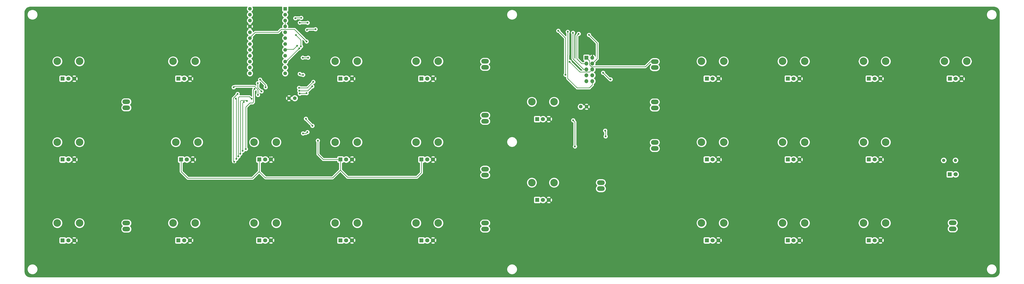
<source format=gbr>
%TF.GenerationSoftware,KiCad,Pcbnew,(5.1.7-0-10_14)*%
%TF.CreationDate,2021-05-20T13:51:09-03:00*%
%TF.ProjectId,MiniMood (tht),4d696e69-4d6f-46f6-9420-28746874292e,1*%
%TF.SameCoordinates,Original*%
%TF.FileFunction,Copper,L1,Top*%
%TF.FilePolarity,Positive*%
%FSLAX46Y46*%
G04 Gerber Fmt 4.6, Leading zero omitted, Abs format (unit mm)*
G04 Created by KiCad (PCBNEW (5.1.7-0-10_14)) date 2021-05-20 13:51:09*
%MOMM*%
%LPD*%
G01*
G04 APERTURE LIST*
%TA.AperFunction,ComponentPad*%
%ADD10O,3.300000X2.000000*%
%TD*%
%TA.AperFunction,ComponentPad*%
%ADD11C,1.600000*%
%TD*%
%TA.AperFunction,ComponentPad*%
%ADD12R,1.600000X1.600000*%
%TD*%
%TA.AperFunction,ComponentPad*%
%ADD13R,1.800000X1.800000*%
%TD*%
%TA.AperFunction,ComponentPad*%
%ADD14C,1.800000*%
%TD*%
%TA.AperFunction,ComponentPad*%
%ADD15C,3.240000*%
%TD*%
%TA.AperFunction,ComponentPad*%
%ADD16O,1.700000X1.700000*%
%TD*%
%TA.AperFunction,ComponentPad*%
%ADD17R,1.700000X1.700000*%
%TD*%
%TA.AperFunction,ComponentPad*%
%ADD18O,1.400000X1.400000*%
%TD*%
%TA.AperFunction,ComponentPad*%
%ADD19C,1.400000*%
%TD*%
%TA.AperFunction,ViaPad*%
%ADD20C,0.800000*%
%TD*%
%TA.AperFunction,Conductor*%
%ADD21C,0.250000*%
%TD*%
%TA.AperFunction,Conductor*%
%ADD22C,0.254000*%
%TD*%
%TA.AperFunction,Conductor*%
%ADD23C,0.100000*%
%TD*%
G04 APERTURE END LIST*
D10*
%TO.P,SW1,2*%
%TO.N,/mux_10*%
X64550000Y-64290000D03*
%TO.P,SW1,1*%
%TO.N,GND*%
X64550000Y-61690000D03*
%TD*%
%TO.P,SW2,2*%
%TO.N,/mux_14*%
X64550000Y-116790000D03*
%TO.P,SW2,1*%
%TO.N,GND*%
X64550000Y-114190000D03*
%TD*%
%TO.P,SW3,2*%
%TO.N,/mux_8-2*%
X219550000Y-46790000D03*
%TO.P,SW3,1*%
%TO.N,GND*%
X219550000Y-44190000D03*
%TD*%
%TO.P,SW4,2*%
%TO.N,/mux_11-2*%
X219550000Y-70123333D03*
%TO.P,SW4,1*%
%TO.N,GND*%
X219550000Y-67523333D03*
%TD*%
%TO.P,SW5,2*%
%TO.N,/mux_12-2*%
X219550000Y-93456666D03*
%TO.P,SW5,1*%
%TO.N,GND*%
X219550000Y-90856666D03*
%TD*%
%TO.P,SW6,2*%
%TO.N,/mux_13-2*%
X219550000Y-116790000D03*
%TO.P,SW6,1*%
%TO.N,GND*%
X219550000Y-114190000D03*
%TD*%
%TO.P,SW7,2*%
%TO.N,/mux_15-2*%
X269550000Y-99290000D03*
%TO.P,SW7,1*%
%TO.N,GND*%
X269550000Y-96690000D03*
%TD*%
%TO.P,SW8,2*%
%TO.N,/mux_7-2*%
X292850000Y-46890000D03*
%TO.P,SW8,1*%
%TO.N,GND*%
X292850000Y-44290000D03*
%TD*%
%TO.P,SW9,2*%
%TO.N,/mux_6-2*%
X292850000Y-64390000D03*
%TO.P,SW9,1*%
%TO.N,GND*%
X292850000Y-61790000D03*
%TD*%
%TO.P,SW10,2*%
%TO.N,/mux_9-2*%
X292850000Y-81890000D03*
%TO.P,SW10,1*%
%TO.N,GND*%
X292850000Y-79290000D03*
%TD*%
%TO.P,SW11,2*%
%TO.N,/sw_1*%
X421550000Y-116690000D03*
%TO.P,SW11,1*%
%TO.N,GND*%
X421550000Y-114090000D03*
%TD*%
D11*
%TO.P,U3,24*%
%TO.N,/RAW*%
X117930000Y-21430000D03*
%TO.P,U3,23*%
%TO.N,GND*%
X117930000Y-23970000D03*
%TO.P,U3,22*%
%TO.N,/RST*%
X117930000Y-26510000D03*
%TO.P,U3,21*%
%TO.N,VCC*%
X117930000Y-29050000D03*
%TO.P,U3,20*%
%TO.N,/A3*%
X117930000Y-31590000D03*
%TO.P,U3,19*%
%TO.N,/A2*%
X117930000Y-34130000D03*
%TO.P,U3,18*%
%TO.N,/SIG_2*%
X117930000Y-36670000D03*
%TO.P,U3,17*%
%TO.N,/SIG_1*%
X117930000Y-39210000D03*
%TO.P,U3,16*%
%TO.N,/D15*%
X117930000Y-41750000D03*
%TO.P,U3,15*%
%TO.N,/D16*%
X117930000Y-44290000D03*
%TO.P,U3,14*%
%TO.N,/sw_1*%
X117930000Y-46830000D03*
%TO.P,U3,13*%
%TO.N,/led*%
X117930000Y-49370000D03*
%TO.P,U3,12*%
%TO.N,/pot_4*%
X133170000Y-49370000D03*
%TO.P,U3,11*%
%TO.N,/pot_3*%
X133170000Y-46830000D03*
%TO.P,U3,10*%
%TO.N,/S3*%
X133170000Y-44290000D03*
%TO.P,U3,9*%
%TO.N,/pot_2*%
X133170000Y-41750000D03*
%TO.P,U3,8*%
%TO.N,/S2*%
X133170000Y-39210000D03*
%TO.P,U3,7*%
%TO.N,/pot_1*%
X133170000Y-36670000D03*
%TO.P,U3,6*%
%TO.N,/S1*%
X133170000Y-34130000D03*
%TO.P,U3,5*%
%TO.N,/S0*%
X133170000Y-31590000D03*
%TO.P,U3,4*%
%TO.N,GND*%
X133170000Y-29050000D03*
%TO.P,U3,3*%
X133170000Y-26510000D03*
%TO.P,U3,2*%
%TO.N,/RX*%
X133170000Y-23970000D03*
D12*
%TO.P,U3,1*%
%TO.N,/TX*%
X133170000Y-21430000D03*
%TD*%
D13*
%TO.P,pot3,1*%
%TO.N,GND*%
X37050000Y-121690000D03*
D14*
%TO.P,pot3,2*%
%TO.N,/mux_13*%
X39550000Y-121690000D03*
%TO.P,pot3,3*%
%TO.N,VCC*%
X42050000Y-121690000D03*
D15*
%TO.P,pot3,*%
%TO.N,*%
X44350000Y-114190000D03*
X34750000Y-114190000D03*
%TD*%
D13*
%TO.P,pot2,1*%
%TO.N,GND*%
X37050000Y-86690000D03*
D14*
%TO.P,pot2,2*%
%TO.N,/mux_11*%
X39550000Y-86690000D03*
%TO.P,pot2,3*%
%TO.N,VCC*%
X42050000Y-86690000D03*
D15*
%TO.P,pot2,*%
%TO.N,*%
X44350000Y-79190000D03*
X34750000Y-79190000D03*
%TD*%
D13*
%TO.P,pot4,1*%
%TO.N,GND*%
X87050000Y-51690000D03*
D14*
%TO.P,pot4,2*%
%TO.N,/mux_8*%
X89550000Y-51690000D03*
%TO.P,pot4,3*%
%TO.N,VCC*%
X92050000Y-51690000D03*
D15*
%TO.P,pot4,*%
%TO.N,*%
X94350000Y-44190000D03*
X84750000Y-44190000D03*
%TD*%
D13*
%TO.P,pot5,1*%
%TO.N,GND*%
X88225001Y-86690000D03*
D14*
%TO.P,pot5,2*%
%TO.N,/mux_12*%
X90725001Y-86690000D03*
%TO.P,pot5,3*%
%TO.N,VCC*%
X93225001Y-86690000D03*
D15*
%TO.P,pot5,*%
%TO.N,*%
X95525001Y-79190000D03*
X85925001Y-79190000D03*
%TD*%
D13*
%TO.P,pot6,1*%
%TO.N,GND*%
X87050000Y-121690000D03*
D14*
%TO.P,pot6,2*%
%TO.N,/mux_15*%
X89550000Y-121690000D03*
%TO.P,pot6,3*%
%TO.N,VCC*%
X92050000Y-121690000D03*
D15*
%TO.P,pot6,*%
%TO.N,*%
X94350000Y-114190000D03*
X84750000Y-114190000D03*
%TD*%
D13*
%TO.P,pot7,1*%
%TO.N,GND*%
X122050000Y-86690000D03*
D14*
%TO.P,pot7,2*%
%TO.N,/mux_5*%
X124550000Y-86690000D03*
%TO.P,pot7,3*%
%TO.N,VCC*%
X127050000Y-86690000D03*
D15*
%TO.P,pot7,*%
%TO.N,*%
X129350000Y-79190000D03*
X119750000Y-79190000D03*
%TD*%
D13*
%TO.P,pot8,1*%
%TO.N,GND*%
X122050000Y-121690000D03*
D14*
%TO.P,pot8,2*%
%TO.N,/mux_2*%
X124550000Y-121690000D03*
%TO.P,pot8,3*%
%TO.N,VCC*%
X127050000Y-121690000D03*
D15*
%TO.P,pot8,*%
%TO.N,*%
X129350000Y-114190000D03*
X119750000Y-114190000D03*
%TD*%
D13*
%TO.P,pot9,1*%
%TO.N,GND*%
X157050000Y-51690000D03*
D14*
%TO.P,pot9,2*%
%TO.N,/mux_7*%
X159550000Y-51690000D03*
%TO.P,pot9,3*%
%TO.N,VCC*%
X162050000Y-51690000D03*
D15*
%TO.P,pot9,*%
%TO.N,*%
X164350000Y-44190000D03*
X154750000Y-44190000D03*
%TD*%
D13*
%TO.P,pot10,1*%
%TO.N,GND*%
X157050000Y-86690000D03*
D14*
%TO.P,pot10,2*%
%TO.N,/mux_3*%
X159550000Y-86690000D03*
%TO.P,pot10,3*%
%TO.N,VCC*%
X162050000Y-86690000D03*
D15*
%TO.P,pot10,*%
%TO.N,*%
X164350000Y-79190000D03*
X154750000Y-79190000D03*
%TD*%
D13*
%TO.P,pot11,1*%
%TO.N,GND*%
X157050000Y-121690000D03*
D14*
%TO.P,pot11,2*%
%TO.N,/mux_0*%
X159550000Y-121690000D03*
%TO.P,pot11,3*%
%TO.N,VCC*%
X162050000Y-121690000D03*
D15*
%TO.P,pot11,*%
%TO.N,*%
X164350000Y-114190000D03*
X154750000Y-114190000D03*
%TD*%
D13*
%TO.P,pot12,1*%
%TO.N,GND*%
X192050000Y-51690000D03*
D14*
%TO.P,pot12,2*%
%TO.N,/mux_6*%
X194550000Y-51690000D03*
%TO.P,pot12,3*%
%TO.N,VCC*%
X197050000Y-51690000D03*
D15*
%TO.P,pot12,*%
%TO.N,*%
X199350000Y-44190000D03*
X189750000Y-44190000D03*
%TD*%
D13*
%TO.P,pot13,1*%
%TO.N,GND*%
X192050000Y-86690000D03*
D14*
%TO.P,pot13,2*%
%TO.N,/mux_4*%
X194550000Y-86690000D03*
%TO.P,pot13,3*%
%TO.N,VCC*%
X197050000Y-86690000D03*
D15*
%TO.P,pot13,*%
%TO.N,*%
X199350000Y-79190000D03*
X189750000Y-79190000D03*
%TD*%
D13*
%TO.P,pot14,1*%
%TO.N,GND*%
X192050000Y-121690000D03*
D14*
%TO.P,pot14,2*%
%TO.N,/mux_1*%
X194550000Y-121690000D03*
%TO.P,pot14,3*%
%TO.N,VCC*%
X197050000Y-121690000D03*
D15*
%TO.P,pot14,*%
%TO.N,*%
X199350000Y-114190000D03*
X189750000Y-114190000D03*
%TD*%
D13*
%TO.P,pot15,1*%
%TO.N,GND*%
X242050000Y-69190000D03*
D14*
%TO.P,pot15,2*%
%TO.N,/mux_10-2*%
X244550000Y-69190000D03*
%TO.P,pot15,3*%
%TO.N,VCC*%
X247050000Y-69190000D03*
D15*
%TO.P,pot15,*%
%TO.N,*%
X249350000Y-61690000D03*
X239750000Y-61690000D03*
%TD*%
D13*
%TO.P,pot16,1*%
%TO.N,GND*%
X242050000Y-104190000D03*
D14*
%TO.P,pot16,2*%
%TO.N,/mux_14-2*%
X244550000Y-104190000D03*
%TO.P,pot16,3*%
%TO.N,VCC*%
X247050000Y-104190000D03*
D15*
%TO.P,pot16,*%
%TO.N,*%
X249350000Y-96690000D03*
X239750000Y-96690000D03*
%TD*%
D13*
%TO.P,pot17,1*%
%TO.N,GND*%
X315350000Y-51690000D03*
D14*
%TO.P,pot17,2*%
%TO.N,/mux_5-2*%
X317850000Y-51690000D03*
%TO.P,pot17,3*%
%TO.N,VCC*%
X320350000Y-51690000D03*
D15*
%TO.P,pot17,*%
%TO.N,*%
X322650000Y-44190000D03*
X313050000Y-44190000D03*
%TD*%
D13*
%TO.P,pot18,1*%
%TO.N,GND*%
X315350000Y-86690000D03*
D14*
%TO.P,pot18,2*%
%TO.N,/mux_0-2*%
X317850000Y-86690000D03*
%TO.P,pot18,3*%
%TO.N,VCC*%
X320350000Y-86690000D03*
D15*
%TO.P,pot18,*%
%TO.N,*%
X322650000Y-79190000D03*
X313050000Y-79190000D03*
%TD*%
D13*
%TO.P,pot19,1*%
%TO.N,GND*%
X315350000Y-121690000D03*
D14*
%TO.P,pot19,2*%
%TO.N,/pot_2*%
X317850000Y-121690000D03*
%TO.P,pot19,3*%
%TO.N,VCC*%
X320350000Y-121690000D03*
D15*
%TO.P,pot19,*%
%TO.N,*%
X322650000Y-114190000D03*
X313050000Y-114190000D03*
%TD*%
D13*
%TO.P,pot20,1*%
%TO.N,GND*%
X350350000Y-51690000D03*
D14*
%TO.P,pot20,2*%
%TO.N,/mux_4-2*%
X352850000Y-51690000D03*
%TO.P,pot20,3*%
%TO.N,VCC*%
X355350000Y-51690000D03*
D15*
%TO.P,pot20,*%
%TO.N,*%
X357650000Y-44190000D03*
X348050000Y-44190000D03*
%TD*%
D13*
%TO.P,pot21,1*%
%TO.N,GND*%
X350350000Y-86690000D03*
D14*
%TO.P,pot21,2*%
%TO.N,/mux_1-2*%
X352850000Y-86690000D03*
%TO.P,pot21,3*%
%TO.N,VCC*%
X355350000Y-86690000D03*
D15*
%TO.P,pot21,*%
%TO.N,*%
X357650000Y-79190000D03*
X348050000Y-79190000D03*
%TD*%
D13*
%TO.P,pot22,1*%
%TO.N,GND*%
X350350000Y-121690000D03*
D14*
%TO.P,pot22,2*%
%TO.N,/pot_3*%
X352850000Y-121690000D03*
%TO.P,pot22,3*%
%TO.N,VCC*%
X355350000Y-121690000D03*
D15*
%TO.P,pot22,*%
%TO.N,*%
X357650000Y-114190000D03*
X348050000Y-114190000D03*
%TD*%
D13*
%TO.P,pot23,1*%
%TO.N,GND*%
X385350000Y-51690000D03*
D14*
%TO.P,pot23,2*%
%TO.N,/mux_3-2*%
X387850000Y-51690000D03*
%TO.P,pot23,3*%
%TO.N,VCC*%
X390350000Y-51690000D03*
D15*
%TO.P,pot23,*%
%TO.N,*%
X392650000Y-44190000D03*
X383050000Y-44190000D03*
%TD*%
D13*
%TO.P,pot24,1*%
%TO.N,GND*%
X385350000Y-86690000D03*
D14*
%TO.P,pot24,2*%
%TO.N,/pot_1*%
X387850000Y-86690000D03*
%TO.P,pot24,3*%
%TO.N,VCC*%
X390350000Y-86690000D03*
D15*
%TO.P,pot24,*%
%TO.N,*%
X392650000Y-79190000D03*
X383050000Y-79190000D03*
%TD*%
D13*
%TO.P,pot25,1*%
%TO.N,GND*%
X385350000Y-121690000D03*
D14*
%TO.P,pot25,2*%
%TO.N,/pot_4*%
X387850000Y-121690000D03*
%TO.P,pot25,3*%
%TO.N,VCC*%
X390350000Y-121690000D03*
D15*
%TO.P,pot25,*%
%TO.N,*%
X392650000Y-114190000D03*
X383050000Y-114190000D03*
%TD*%
D13*
%TO.P,pot26,1*%
%TO.N,GND*%
X420350000Y-51690000D03*
D14*
%TO.P,pot26,2*%
%TO.N,/mux_2-2*%
X422850000Y-51690000D03*
%TO.P,pot26,3*%
%TO.N,VCC*%
X425350000Y-51690000D03*
D15*
%TO.P,pot26,*%
%TO.N,*%
X427650000Y-44190000D03*
X418050000Y-44190000D03*
%TD*%
D13*
%TO.P,pot1,1*%
%TO.N,GND*%
X37050000Y-51690000D03*
D14*
%TO.P,pot1,2*%
%TO.N,/mux_9*%
X39550000Y-51690000D03*
%TO.P,pot1,3*%
%TO.N,VCC*%
X42050000Y-51690000D03*
D15*
%TO.P,pot1,*%
%TO.N,*%
X44350000Y-44190000D03*
X34750000Y-44190000D03*
%TD*%
D14*
%TO.P,D1,2*%
%TO.N,Net-(D1-Pad2)*%
X422815000Y-93090000D03*
D13*
%TO.P,D1,1*%
%TO.N,GND*%
X420275000Y-93090000D03*
%TD*%
D16*
%TO.P,J1,10*%
%TO.N,/RST*%
X265890000Y-52750000D03*
%TO.P,J1,9*%
%TO.N,/A3*%
X263350000Y-52750000D03*
%TO.P,J1,8*%
%TO.N,/A2*%
X265890000Y-50210000D03*
%TO.P,J1,7*%
%TO.N,/D15*%
X263350000Y-50210000D03*
%TO.P,J1,6*%
%TO.N,/D16*%
X265890000Y-47670000D03*
%TO.P,J1,5*%
%TO.N,/RAW*%
X263350000Y-47670000D03*
%TO.P,J1,4*%
%TO.N,/RX*%
X265890000Y-45130000D03*
%TO.P,J1,3*%
%TO.N,/TX*%
X263350000Y-45130000D03*
%TO.P,J1,2*%
%TO.N,VCC*%
X265890000Y-42590000D03*
D17*
%TO.P,J1,1*%
%TO.N,GND*%
X263350000Y-42590000D03*
%TD*%
D11*
%TO.P,C1,2*%
%TO.N,VCC*%
X134840000Y-60150000D03*
%TO.P,C1,1*%
%TO.N,GND*%
X137340000Y-60150000D03*
%TD*%
%TO.P,C2,2*%
%TO.N,VCC*%
X263385001Y-63835001D03*
%TO.P,C2,1*%
%TO.N,GND*%
X260885001Y-63835001D03*
%TD*%
D18*
%TO.P,R1,2*%
%TO.N,Net-(D1-Pad2)*%
X422770000Y-87050000D03*
D19*
%TO.P,R1,1*%
%TO.N,/led*%
X417690000Y-87050000D03*
%TD*%
D20*
%TO.N,GND*%
X147300000Y-78500000D03*
%TO.N,VCC*%
X260232653Y-66537347D03*
X132610000Y-60160000D03*
%TO.N,/TX*%
X259970000Y-32294980D03*
%TO.N,/pot_2*%
X114840000Y-82900000D03*
X115290000Y-61770000D03*
%TO.N,/pot_3*%
X113800000Y-84170000D03*
X116712653Y-61372653D03*
%TO.N,/pot_1*%
X116210000Y-82160000D03*
X119940000Y-56080000D03*
%TO.N,/pot_4*%
X112990000Y-85340000D03*
X118725306Y-60385306D03*
%TO.N,/led*%
X111150000Y-87640000D03*
X112630000Y-58290000D03*
%TO.N,/mux_9-2*%
X257600000Y-69710000D03*
X258357653Y-81027653D03*
%TO.N,/sw_1*%
X112070000Y-86400000D03*
X111830000Y-60280000D03*
%TO.N,/S2*%
X138330000Y-37420000D03*
%TO.N,/S3*%
X140925009Y-50040000D03*
X139475009Y-49640000D03*
X271607643Y-76657643D03*
X271424980Y-74200000D03*
X139270000Y-38540000D03*
%TO.N,/S1*%
X140895000Y-75390000D03*
X142795010Y-74810000D03*
%TO.N,/S0*%
X144952653Y-72072653D03*
X142132347Y-69032347D03*
X139995000Y-37715957D03*
X137810000Y-32820000D03*
%TO.N,/SIG_1*%
X122330000Y-52110000D03*
X124727959Y-55407959D03*
X139160000Y-55660000D03*
X145335010Y-53080000D03*
%TO.N,/SIG_2*%
X140770000Y-42590000D03*
X143080000Y-42590000D03*
X270524960Y-49150000D03*
X273775000Y-52000000D03*
%TO.N,/RX*%
X264440000Y-32744990D03*
%TO.N,/D16*%
X256060000Y-44380000D03*
X144885000Y-55020000D03*
X139290000Y-56970000D03*
X122927959Y-57207959D03*
X121367347Y-53627347D03*
%TO.N,/D15*%
X110940000Y-55420000D03*
X121402959Y-58732959D03*
X139475009Y-58160000D03*
X142420000Y-57940000D03*
%TO.N,/A2*%
X142420000Y-35565000D03*
%TO.N,/A3*%
X146282278Y-30277722D03*
X251160000Y-30944950D03*
X254290000Y-50020000D03*
X146282278Y-30277722D03*
X142622357Y-30577643D03*
%TO.N,/RST*%
X139492357Y-27447643D03*
X255250000Y-31394960D03*
X142879073Y-27510927D03*
%TO.N,/RAW*%
X140095868Y-25364132D03*
X257520000Y-31844970D03*
X137567357Y-25522643D03*
%TD*%
D21*
%TO.N,GND*%
X265515997Y-46494999D02*
X288785001Y-46494999D01*
X264714999Y-45694001D02*
X265515997Y-46494999D01*
X264714999Y-43954999D02*
X264714999Y-45694001D01*
X263350000Y-42590000D02*
X264714999Y-43954999D01*
X290990000Y-44290000D02*
X292850000Y-44290000D01*
X288785001Y-46494999D02*
X290990000Y-44290000D01*
X133170000Y-26300000D02*
X133170000Y-28840000D01*
X88225001Y-86690000D02*
X88225001Y-91925001D01*
X88225001Y-91925001D02*
X91110000Y-94810000D01*
X91110000Y-94810000D02*
X119040000Y-94810000D01*
X119040000Y-94810000D02*
X122050000Y-91800000D01*
X122050000Y-91500000D02*
X122050000Y-92030000D01*
X122050000Y-91800000D02*
X122050000Y-91500000D01*
X122050000Y-91500000D02*
X122050000Y-86690000D01*
X122050000Y-92030000D02*
X124630000Y-94610000D01*
X124630000Y-94610000D02*
X153650000Y-94610000D01*
X157050000Y-91210000D02*
X157050000Y-86690000D01*
X153650000Y-94610000D02*
X157050000Y-91210000D01*
X157050000Y-91210000D02*
X157050000Y-91320000D01*
X157050000Y-91320000D02*
X160100000Y-94370000D01*
X160100000Y-94370000D02*
X190090000Y-94370000D01*
X192050000Y-92410000D02*
X192050000Y-86690000D01*
X190090000Y-94370000D02*
X192050000Y-92410000D01*
X157050000Y-86690000D02*
X149590000Y-86690000D01*
X147300000Y-84400000D02*
X147300000Y-78500000D01*
X149590000Y-86690000D02*
X147300000Y-84400000D01*
%TO.N,VCC*%
X260232653Y-66537347D02*
X249722653Y-66537347D01*
X247070000Y-69190000D02*
X247050000Y-69190000D01*
X249722653Y-66537347D02*
X247070000Y-69190000D01*
X132610000Y-60160000D02*
X143600000Y-49170000D01*
X159530000Y-49170000D02*
X162050000Y-51690000D01*
X143600000Y-49170000D02*
X159530000Y-49170000D01*
X94900002Y-88365001D02*
X116934999Y-88365001D01*
X93225001Y-86690000D02*
X94900002Y-88365001D01*
X116934999Y-88365001D02*
X121200000Y-84100000D01*
X121200000Y-84100000D02*
X126300000Y-84100000D01*
X127050000Y-84850000D02*
X127050000Y-86690000D01*
X126300000Y-84100000D02*
X127050000Y-84850000D01*
%TO.N,/TX*%
X259970000Y-32294980D02*
X259200000Y-33064980D01*
X259200000Y-33064980D02*
X259200000Y-43030000D01*
X261300000Y-45130000D02*
X263350000Y-45130000D01*
X259200000Y-43030000D02*
X261300000Y-45130000D01*
%TO.N,/pot_2*%
X114840000Y-62220000D02*
X115290000Y-61770000D01*
X114840000Y-82900000D02*
X114840000Y-62220000D01*
%TO.N,/pot_3*%
X113800000Y-84170000D02*
X113800000Y-61460000D01*
X116384999Y-61044999D02*
X116712653Y-61372653D01*
X114215001Y-61044999D02*
X116384999Y-61044999D01*
X113800000Y-61460000D02*
X114215001Y-61044999D01*
%TO.N,/pot_1*%
X116210000Y-63973614D02*
X117973614Y-62210000D01*
X116210000Y-82160000D02*
X116210000Y-63973614D01*
X117973614Y-62210000D02*
X119080000Y-62210000D01*
X119450307Y-56569693D02*
X119940000Y-56080000D01*
X119450307Y-61839693D02*
X119450307Y-56569693D01*
X119080000Y-62210000D02*
X119450307Y-61839693D01*
%TO.N,/pot_4*%
X112990000Y-85340000D02*
X112990000Y-59870000D01*
X112990000Y-59870000D02*
X113380000Y-59480000D01*
X117820000Y-59480000D02*
X118725306Y-60385306D01*
X113380000Y-59480000D02*
X117820000Y-59480000D01*
%TO.N,/led*%
X110750001Y-60169999D02*
X112630000Y-58290000D01*
X110750001Y-87240001D02*
X110750001Y-60169999D01*
X111150000Y-87640000D02*
X110750001Y-87240001D01*
%TO.N,/mux_9-2*%
X258357653Y-70467653D02*
X258357653Y-81027653D01*
X257600000Y-69710000D02*
X258357653Y-70467653D01*
%TO.N,/sw_1*%
X112070000Y-60520000D02*
X111830000Y-60280000D01*
X112070000Y-86400000D02*
X112070000Y-60520000D01*
%TO.N,/S2*%
X136750000Y-39000000D02*
X133170000Y-39000000D01*
X138330000Y-37420000D02*
X136750000Y-39000000D01*
%TO.N,/S3*%
X139875009Y-50040000D02*
X139475009Y-49640000D01*
X140925009Y-50040000D02*
X139875009Y-50040000D01*
X271607643Y-74382663D02*
X271424980Y-74200000D01*
X271607643Y-76657643D02*
X271607643Y-74382663D01*
X133730000Y-44080000D02*
X133170000Y-44080000D01*
X139270000Y-38540000D02*
X133730000Y-44080000D01*
%TO.N,/S1*%
X142215010Y-75390000D02*
X142795010Y-74810000D01*
X140895000Y-75390000D02*
X142215010Y-75390000D01*
%TO.N,/S0*%
X142132347Y-69252347D02*
X142132347Y-69032347D01*
X144952653Y-72072653D02*
X142132347Y-69252347D01*
X139995000Y-35005000D02*
X139995000Y-37715957D01*
X137810000Y-32820000D02*
X139995000Y-35005000D01*
%TO.N,/SIG_1*%
X124727959Y-54507959D02*
X124727959Y-55407959D01*
X122330000Y-52110000D02*
X124727959Y-54507959D01*
X142755010Y-55660000D02*
X145335010Y-53080000D01*
X139160000Y-55660000D02*
X142755010Y-55660000D01*
%TO.N,/SIG_2*%
X140770000Y-42590000D02*
X143080000Y-42590000D01*
X273374960Y-52000000D02*
X273775000Y-52000000D01*
X270524960Y-49150000D02*
X273374960Y-52000000D01*
%TO.N,/RX*%
X264440000Y-32744990D02*
X268010000Y-36314990D01*
X268010000Y-43010000D02*
X265890000Y-45130000D01*
X268010000Y-36314990D02*
X268010000Y-43010000D01*
%TO.N,/D16*%
X260525001Y-48845001D02*
X256060000Y-44380000D01*
X264714999Y-48845001D02*
X260525001Y-48845001D01*
X265890000Y-47670000D02*
X264714999Y-48845001D01*
X142935000Y-56970000D02*
X139290000Y-56970000D01*
X144885000Y-55020000D02*
X142935000Y-56970000D01*
X121367347Y-55647347D02*
X121367347Y-53627347D01*
X122927959Y-57207959D02*
X121367347Y-55647347D01*
%TO.N,/D15*%
X121402959Y-56469957D02*
X121402959Y-58732959D01*
X111339999Y-55020001D02*
X119953003Y-55020001D01*
X119953003Y-55020001D02*
X121402959Y-56469957D01*
X110940000Y-55420000D02*
X111339999Y-55020001D01*
X142200000Y-58160000D02*
X142420000Y-57940000D01*
X139475009Y-58160000D02*
X142200000Y-58160000D01*
%TO.N,/A2*%
X120215002Y-31634998D02*
X117930000Y-33920000D01*
X130154998Y-31634998D02*
X130165002Y-31634998D01*
X130154998Y-31634998D02*
X120215002Y-31634998D01*
X130165002Y-31634998D02*
X131490000Y-30310000D01*
X137165000Y-30310000D02*
X137517500Y-30662500D01*
X131490000Y-30310000D02*
X137165000Y-30310000D01*
X142420000Y-35565000D02*
X137517500Y-30662500D01*
%TO.N,/A3*%
X254290000Y-34074950D02*
X254290000Y-50020000D01*
X251160000Y-30944950D02*
X254290000Y-34074950D01*
X142922278Y-30277722D02*
X142622357Y-30577643D01*
X146282278Y-30277722D02*
X142922278Y-30277722D01*
%TO.N,/RST*%
X142879073Y-27510927D02*
X139555641Y-27510927D01*
X139555641Y-27510927D02*
X139492357Y-27447643D01*
X264630000Y-55690000D02*
X265890000Y-54430000D01*
X265890000Y-54430000D02*
X265890000Y-52750000D01*
X259330000Y-55690000D02*
X264630000Y-55690000D01*
X255230000Y-51590000D02*
X259330000Y-55690000D01*
X255230000Y-41428491D02*
X255230000Y-51590000D01*
X255250000Y-31394960D02*
X255250000Y-41408491D01*
X255250000Y-41408491D02*
X255230000Y-41428491D01*
%TO.N,/RAW*%
X262147919Y-47670000D02*
X263350000Y-47670000D01*
X257520000Y-43042081D02*
X262147919Y-47670000D01*
X257520000Y-31844970D02*
X257520000Y-43042081D01*
X137725868Y-25364132D02*
X137567357Y-25522643D01*
X140095868Y-25364132D02*
X137725868Y-25364132D01*
%TD*%
D22*
%TO.N,VCC*%
X116658320Y-20750273D02*
X116550147Y-21011426D01*
X116495000Y-21288665D01*
X116495000Y-21571335D01*
X116550147Y-21848574D01*
X116658320Y-22109727D01*
X116815363Y-22344759D01*
X117015241Y-22544637D01*
X117247759Y-22700000D01*
X117015241Y-22855363D01*
X116815363Y-23055241D01*
X116658320Y-23290273D01*
X116550147Y-23551426D01*
X116495000Y-23828665D01*
X116495000Y-24111335D01*
X116550147Y-24388574D01*
X116658320Y-24649727D01*
X116815363Y-24884759D01*
X117015241Y-25084637D01*
X117247759Y-25240000D01*
X117015241Y-25395363D01*
X116815363Y-25595241D01*
X116658320Y-25830273D01*
X116550147Y-26091426D01*
X116495000Y-26368665D01*
X116495000Y-26651335D01*
X116550147Y-26928574D01*
X116658320Y-27189727D01*
X116815363Y-27424759D01*
X117015241Y-27624637D01*
X117249128Y-27780915D01*
X117188486Y-27813329D01*
X117116903Y-28057298D01*
X117930000Y-28870395D01*
X118743097Y-28057298D01*
X118671514Y-27813329D01*
X118607008Y-27782806D01*
X118609727Y-27781680D01*
X118844759Y-27624637D01*
X119044637Y-27424759D01*
X119201680Y-27189727D01*
X119309853Y-26928574D01*
X119365000Y-26651335D01*
X119365000Y-26368665D01*
X119309853Y-26091426D01*
X119201680Y-25830273D01*
X119044637Y-25595241D01*
X118844759Y-25395363D01*
X118612241Y-25240000D01*
X118844759Y-25084637D01*
X119044637Y-24884759D01*
X119201680Y-24649727D01*
X119309853Y-24388574D01*
X119365000Y-24111335D01*
X119365000Y-23828665D01*
X119309853Y-23551426D01*
X119201680Y-23290273D01*
X119044637Y-23055241D01*
X118844759Y-22855363D01*
X118612241Y-22700000D01*
X118844759Y-22544637D01*
X119044637Y-22344759D01*
X119201680Y-22109727D01*
X119309853Y-21848574D01*
X119365000Y-21571335D01*
X119365000Y-21288665D01*
X119309853Y-21011426D01*
X119201680Y-20750273D01*
X119134680Y-20650000D01*
X131731928Y-20650000D01*
X131731928Y-22230000D01*
X131744188Y-22354482D01*
X131780498Y-22474180D01*
X131839463Y-22584494D01*
X131918815Y-22681185D01*
X132015506Y-22760537D01*
X132125820Y-22819502D01*
X132245518Y-22855812D01*
X132253961Y-22856643D01*
X132055363Y-23055241D01*
X131898320Y-23290273D01*
X131790147Y-23551426D01*
X131735000Y-23828665D01*
X131735000Y-24111335D01*
X131790147Y-24388574D01*
X131898320Y-24649727D01*
X132055363Y-24884759D01*
X132255241Y-25084637D01*
X132487759Y-25240000D01*
X132255241Y-25395363D01*
X132055363Y-25595241D01*
X131898320Y-25830273D01*
X131790147Y-26091426D01*
X131735000Y-26368665D01*
X131735000Y-26651335D01*
X131790147Y-26928574D01*
X131898320Y-27189727D01*
X132055363Y-27424759D01*
X132255241Y-27624637D01*
X132410001Y-27728044D01*
X132410001Y-27831956D01*
X132255241Y-27935363D01*
X132055363Y-28135241D01*
X131898320Y-28370273D01*
X131790147Y-28631426D01*
X131735000Y-28908665D01*
X131735000Y-29191335D01*
X131790147Y-29468574D01*
X131823875Y-29550000D01*
X131527322Y-29550000D01*
X131489999Y-29546324D01*
X131452676Y-29550000D01*
X131452667Y-29550000D01*
X131341014Y-29560997D01*
X131197753Y-29604454D01*
X131065723Y-29675026D01*
X130989330Y-29737721D01*
X130949999Y-29769999D01*
X130926201Y-29798997D01*
X129850201Y-30874998D01*
X120252325Y-30874998D01*
X120215002Y-30871322D01*
X120177679Y-30874998D01*
X120177669Y-30874998D01*
X120066016Y-30885995D01*
X119922755Y-30929452D01*
X119790726Y-31000024D01*
X119675001Y-31094997D01*
X119651203Y-31123995D01*
X119358618Y-31416580D01*
X119309853Y-31171426D01*
X119201680Y-30910273D01*
X119044637Y-30675241D01*
X118844759Y-30475363D01*
X118610872Y-30319085D01*
X118671514Y-30286671D01*
X118743097Y-30042702D01*
X117930000Y-29229605D01*
X117116903Y-30042702D01*
X117188486Y-30286671D01*
X117252992Y-30317194D01*
X117250273Y-30318320D01*
X117015241Y-30475363D01*
X116815363Y-30675241D01*
X116658320Y-30910273D01*
X116550147Y-31171426D01*
X116495000Y-31448665D01*
X116495000Y-31731335D01*
X116550147Y-32008574D01*
X116658320Y-32269727D01*
X116815363Y-32504759D01*
X117015241Y-32704637D01*
X117247759Y-32860000D01*
X117015241Y-33015363D01*
X116815363Y-33215241D01*
X116658320Y-33450273D01*
X116550147Y-33711426D01*
X116495000Y-33988665D01*
X116495000Y-34271335D01*
X116550147Y-34548574D01*
X116658320Y-34809727D01*
X116815363Y-35044759D01*
X117015241Y-35244637D01*
X117247759Y-35400000D01*
X117015241Y-35555363D01*
X116815363Y-35755241D01*
X116658320Y-35990273D01*
X116550147Y-36251426D01*
X116495000Y-36528665D01*
X116495000Y-36811335D01*
X116550147Y-37088574D01*
X116658320Y-37349727D01*
X116815363Y-37584759D01*
X117015241Y-37784637D01*
X117247759Y-37940000D01*
X117015241Y-38095363D01*
X116815363Y-38295241D01*
X116658320Y-38530273D01*
X116550147Y-38791426D01*
X116495000Y-39068665D01*
X116495000Y-39351335D01*
X116550147Y-39628574D01*
X116658320Y-39889727D01*
X116815363Y-40124759D01*
X117015241Y-40324637D01*
X117247759Y-40480000D01*
X117015241Y-40635363D01*
X116815363Y-40835241D01*
X116658320Y-41070273D01*
X116550147Y-41331426D01*
X116495000Y-41608665D01*
X116495000Y-41891335D01*
X116550147Y-42168574D01*
X116658320Y-42429727D01*
X116815363Y-42664759D01*
X117015241Y-42864637D01*
X117247759Y-43020000D01*
X117015241Y-43175363D01*
X116815363Y-43375241D01*
X116658320Y-43610273D01*
X116550147Y-43871426D01*
X116495000Y-44148665D01*
X116495000Y-44431335D01*
X116550147Y-44708574D01*
X116658320Y-44969727D01*
X116815363Y-45204759D01*
X117015241Y-45404637D01*
X117247759Y-45560000D01*
X117015241Y-45715363D01*
X116815363Y-45915241D01*
X116658320Y-46150273D01*
X116550147Y-46411426D01*
X116495000Y-46688665D01*
X116495000Y-46971335D01*
X116550147Y-47248574D01*
X116658320Y-47509727D01*
X116815363Y-47744759D01*
X117015241Y-47944637D01*
X117247759Y-48100000D01*
X117015241Y-48255363D01*
X116815363Y-48455241D01*
X116658320Y-48690273D01*
X116550147Y-48951426D01*
X116495000Y-49228665D01*
X116495000Y-49511335D01*
X116550147Y-49788574D01*
X116658320Y-50049727D01*
X116815363Y-50284759D01*
X117015241Y-50484637D01*
X117250273Y-50641680D01*
X117511426Y-50749853D01*
X117788665Y-50805000D01*
X118071335Y-50805000D01*
X118348574Y-50749853D01*
X118609727Y-50641680D01*
X118844759Y-50484637D01*
X119044637Y-50284759D01*
X119201680Y-50049727D01*
X119309853Y-49788574D01*
X119365000Y-49511335D01*
X119365000Y-49228665D01*
X119309853Y-48951426D01*
X119201680Y-48690273D01*
X119044637Y-48455241D01*
X118844759Y-48255363D01*
X118612241Y-48100000D01*
X118844759Y-47944637D01*
X119044637Y-47744759D01*
X119201680Y-47509727D01*
X119309853Y-47248574D01*
X119365000Y-46971335D01*
X119365000Y-46688665D01*
X119309853Y-46411426D01*
X119201680Y-46150273D01*
X119044637Y-45915241D01*
X118844759Y-45715363D01*
X118612241Y-45560000D01*
X118844759Y-45404637D01*
X119044637Y-45204759D01*
X119201680Y-44969727D01*
X119309853Y-44708574D01*
X119365000Y-44431335D01*
X119365000Y-44148665D01*
X119309853Y-43871426D01*
X119201680Y-43610273D01*
X119044637Y-43375241D01*
X118844759Y-43175363D01*
X118612241Y-43020000D01*
X118844759Y-42864637D01*
X119044637Y-42664759D01*
X119201680Y-42429727D01*
X119309853Y-42168574D01*
X119365000Y-41891335D01*
X119365000Y-41608665D01*
X119309853Y-41331426D01*
X119201680Y-41070273D01*
X119044637Y-40835241D01*
X118844759Y-40635363D01*
X118612241Y-40480000D01*
X118844759Y-40324637D01*
X119044637Y-40124759D01*
X119201680Y-39889727D01*
X119309853Y-39628574D01*
X119365000Y-39351335D01*
X119365000Y-39068665D01*
X119309853Y-38791426D01*
X119201680Y-38530273D01*
X119044637Y-38295241D01*
X118844759Y-38095363D01*
X118612241Y-37940000D01*
X118844759Y-37784637D01*
X119044637Y-37584759D01*
X119201680Y-37349727D01*
X119309853Y-37088574D01*
X119365000Y-36811335D01*
X119365000Y-36528665D01*
X119309853Y-36251426D01*
X119201680Y-35990273D01*
X119044637Y-35755241D01*
X118844759Y-35555363D01*
X118612241Y-35400000D01*
X118844759Y-35244637D01*
X119044637Y-35044759D01*
X119201680Y-34809727D01*
X119309853Y-34548574D01*
X119365000Y-34271335D01*
X119365000Y-33988665D01*
X119309853Y-33711426D01*
X119281595Y-33643206D01*
X120529804Y-32394998D01*
X130127680Y-32394998D01*
X130165002Y-32398674D01*
X130202324Y-32394998D01*
X130202335Y-32394998D01*
X130313988Y-32384001D01*
X130457249Y-32340544D01*
X130589278Y-32269972D01*
X130705003Y-32174999D01*
X130728806Y-32145995D01*
X131804802Y-31070000D01*
X131832159Y-31070000D01*
X131790147Y-31171426D01*
X131735000Y-31448665D01*
X131735000Y-31731335D01*
X131790147Y-32008574D01*
X131898320Y-32269727D01*
X132055363Y-32504759D01*
X132255241Y-32704637D01*
X132487759Y-32860000D01*
X132255241Y-33015363D01*
X132055363Y-33215241D01*
X131898320Y-33450273D01*
X131790147Y-33711426D01*
X131735000Y-33988665D01*
X131735000Y-34271335D01*
X131790147Y-34548574D01*
X131898320Y-34809727D01*
X132055363Y-35044759D01*
X132255241Y-35244637D01*
X132487759Y-35400000D01*
X132255241Y-35555363D01*
X132055363Y-35755241D01*
X131898320Y-35990273D01*
X131790147Y-36251426D01*
X131735000Y-36528665D01*
X131735000Y-36811335D01*
X131790147Y-37088574D01*
X131898320Y-37349727D01*
X132055363Y-37584759D01*
X132255241Y-37784637D01*
X132487759Y-37940000D01*
X132255241Y-38095363D01*
X132055363Y-38295241D01*
X131898320Y-38530273D01*
X131790147Y-38791426D01*
X131735000Y-39068665D01*
X131735000Y-39351335D01*
X131790147Y-39628574D01*
X131898320Y-39889727D01*
X132055363Y-40124759D01*
X132255241Y-40324637D01*
X132487759Y-40480000D01*
X132255241Y-40635363D01*
X132055363Y-40835241D01*
X131898320Y-41070273D01*
X131790147Y-41331426D01*
X131735000Y-41608665D01*
X131735000Y-41891335D01*
X131790147Y-42168574D01*
X131898320Y-42429727D01*
X132055363Y-42664759D01*
X132255241Y-42864637D01*
X132487759Y-43020000D01*
X132255241Y-43175363D01*
X132055363Y-43375241D01*
X131898320Y-43610273D01*
X131790147Y-43871426D01*
X131735000Y-44148665D01*
X131735000Y-44431335D01*
X131790147Y-44708574D01*
X131898320Y-44969727D01*
X132055363Y-45204759D01*
X132255241Y-45404637D01*
X132487759Y-45560000D01*
X132255241Y-45715363D01*
X132055363Y-45915241D01*
X131898320Y-46150273D01*
X131790147Y-46411426D01*
X131735000Y-46688665D01*
X131735000Y-46971335D01*
X131790147Y-47248574D01*
X131898320Y-47509727D01*
X132055363Y-47744759D01*
X132255241Y-47944637D01*
X132487759Y-48100000D01*
X132255241Y-48255363D01*
X132055363Y-48455241D01*
X131898320Y-48690273D01*
X131790147Y-48951426D01*
X131735000Y-49228665D01*
X131735000Y-49511335D01*
X131790147Y-49788574D01*
X131898320Y-50049727D01*
X132055363Y-50284759D01*
X132255241Y-50484637D01*
X132490273Y-50641680D01*
X132751426Y-50749853D01*
X133028665Y-50805000D01*
X133311335Y-50805000D01*
X133588574Y-50749853D01*
X133849727Y-50641680D01*
X134084759Y-50484637D01*
X134284637Y-50284759D01*
X134441680Y-50049727D01*
X134549853Y-49788574D01*
X134599683Y-49538061D01*
X138440009Y-49538061D01*
X138440009Y-49741939D01*
X138479783Y-49941898D01*
X138557804Y-50130256D01*
X138671072Y-50299774D01*
X138815235Y-50443937D01*
X138984753Y-50557205D01*
X139173111Y-50635226D01*
X139373070Y-50675000D01*
X139450782Y-50675000D01*
X139582762Y-50745546D01*
X139726023Y-50789003D01*
X139837676Y-50800000D01*
X139837685Y-50800000D01*
X139875008Y-50803676D01*
X139912331Y-50800000D01*
X140221298Y-50800000D01*
X140265235Y-50843937D01*
X140434753Y-50957205D01*
X140623111Y-51035226D01*
X140823070Y-51075000D01*
X141026948Y-51075000D01*
X141226907Y-51035226D01*
X141415265Y-50957205D01*
X141584783Y-50843937D01*
X141638720Y-50790000D01*
X155511928Y-50790000D01*
X155511928Y-52590000D01*
X155524188Y-52714482D01*
X155560498Y-52834180D01*
X155619463Y-52944494D01*
X155698815Y-53041185D01*
X155795506Y-53120537D01*
X155905820Y-53179502D01*
X156025518Y-53215812D01*
X156150000Y-53228072D01*
X157950000Y-53228072D01*
X158074482Y-53215812D01*
X158194180Y-53179502D01*
X158304494Y-53120537D01*
X158401185Y-53041185D01*
X158480537Y-52944494D01*
X158533880Y-52844697D01*
X158571495Y-52882312D01*
X158822905Y-53050299D01*
X159102257Y-53166011D01*
X159398816Y-53225000D01*
X159701184Y-53225000D01*
X159997743Y-53166011D01*
X160277095Y-53050299D01*
X160528505Y-52882312D01*
X160656737Y-52754080D01*
X161165525Y-52754080D01*
X161249208Y-53008261D01*
X161521775Y-53139158D01*
X161814642Y-53214365D01*
X162116553Y-53230991D01*
X162415907Y-53188397D01*
X162701199Y-53088222D01*
X162850792Y-53008261D01*
X162934475Y-52754080D01*
X162050000Y-51869605D01*
X161165525Y-52754080D01*
X160656737Y-52754080D01*
X160742312Y-52668505D01*
X160837738Y-52525690D01*
X160985920Y-52574475D01*
X161870395Y-51690000D01*
X162229605Y-51690000D01*
X163114080Y-52574475D01*
X163368261Y-52490792D01*
X163499158Y-52218225D01*
X163574365Y-51925358D01*
X163590991Y-51623447D01*
X163548397Y-51324093D01*
X163448222Y-51038801D01*
X163368261Y-50889208D01*
X163114080Y-50805525D01*
X162229605Y-51690000D01*
X161870395Y-51690000D01*
X160985920Y-50805525D01*
X160837738Y-50854310D01*
X160742312Y-50711495D01*
X160656737Y-50625920D01*
X161165525Y-50625920D01*
X162050000Y-51510395D01*
X162770395Y-50790000D01*
X190511928Y-50790000D01*
X190511928Y-52590000D01*
X190524188Y-52714482D01*
X190560498Y-52834180D01*
X190619463Y-52944494D01*
X190698815Y-53041185D01*
X190795506Y-53120537D01*
X190905820Y-53179502D01*
X191025518Y-53215812D01*
X191150000Y-53228072D01*
X192950000Y-53228072D01*
X193074482Y-53215812D01*
X193194180Y-53179502D01*
X193304494Y-53120537D01*
X193401185Y-53041185D01*
X193480537Y-52944494D01*
X193533880Y-52844697D01*
X193571495Y-52882312D01*
X193822905Y-53050299D01*
X194102257Y-53166011D01*
X194398816Y-53225000D01*
X194701184Y-53225000D01*
X194997743Y-53166011D01*
X195277095Y-53050299D01*
X195528505Y-52882312D01*
X195656737Y-52754080D01*
X196165525Y-52754080D01*
X196249208Y-53008261D01*
X196521775Y-53139158D01*
X196814642Y-53214365D01*
X197116553Y-53230991D01*
X197415907Y-53188397D01*
X197701199Y-53088222D01*
X197850792Y-53008261D01*
X197934475Y-52754080D01*
X197050000Y-51869605D01*
X196165525Y-52754080D01*
X195656737Y-52754080D01*
X195742312Y-52668505D01*
X195837738Y-52525690D01*
X195985920Y-52574475D01*
X196870395Y-51690000D01*
X197229605Y-51690000D01*
X198114080Y-52574475D01*
X198368261Y-52490792D01*
X198499158Y-52218225D01*
X198574365Y-51925358D01*
X198590991Y-51623447D01*
X198548397Y-51324093D01*
X198448222Y-51038801D01*
X198368261Y-50889208D01*
X198114080Y-50805525D01*
X197229605Y-51690000D01*
X196870395Y-51690000D01*
X195985920Y-50805525D01*
X195837738Y-50854310D01*
X195742312Y-50711495D01*
X195656737Y-50625920D01*
X196165525Y-50625920D01*
X197050000Y-51510395D01*
X197934475Y-50625920D01*
X197850792Y-50371739D01*
X197578225Y-50240842D01*
X197285358Y-50165635D01*
X196983447Y-50149009D01*
X196684093Y-50191603D01*
X196398801Y-50291778D01*
X196249208Y-50371739D01*
X196165525Y-50625920D01*
X195656737Y-50625920D01*
X195528505Y-50497688D01*
X195277095Y-50329701D01*
X194997743Y-50213989D01*
X194701184Y-50155000D01*
X194398816Y-50155000D01*
X194102257Y-50213989D01*
X193822905Y-50329701D01*
X193571495Y-50497688D01*
X193533880Y-50535303D01*
X193480537Y-50435506D01*
X193401185Y-50338815D01*
X193304494Y-50259463D01*
X193194180Y-50200498D01*
X193074482Y-50164188D01*
X192950000Y-50151928D01*
X191150000Y-50151928D01*
X191025518Y-50164188D01*
X190905820Y-50200498D01*
X190795506Y-50259463D01*
X190698815Y-50338815D01*
X190619463Y-50435506D01*
X190560498Y-50545820D01*
X190524188Y-50665518D01*
X190511928Y-50790000D01*
X162770395Y-50790000D01*
X162934475Y-50625920D01*
X162850792Y-50371739D01*
X162578225Y-50240842D01*
X162285358Y-50165635D01*
X161983447Y-50149009D01*
X161684093Y-50191603D01*
X161398801Y-50291778D01*
X161249208Y-50371739D01*
X161165525Y-50625920D01*
X160656737Y-50625920D01*
X160528505Y-50497688D01*
X160277095Y-50329701D01*
X159997743Y-50213989D01*
X159701184Y-50155000D01*
X159398816Y-50155000D01*
X159102257Y-50213989D01*
X158822905Y-50329701D01*
X158571495Y-50497688D01*
X158533880Y-50535303D01*
X158480537Y-50435506D01*
X158401185Y-50338815D01*
X158304494Y-50259463D01*
X158194180Y-50200498D01*
X158074482Y-50164188D01*
X157950000Y-50151928D01*
X156150000Y-50151928D01*
X156025518Y-50164188D01*
X155905820Y-50200498D01*
X155795506Y-50259463D01*
X155698815Y-50338815D01*
X155619463Y-50435506D01*
X155560498Y-50545820D01*
X155524188Y-50665518D01*
X155511928Y-50790000D01*
X141638720Y-50790000D01*
X141728946Y-50699774D01*
X141842214Y-50530256D01*
X141920235Y-50341898D01*
X141960009Y-50141939D01*
X141960009Y-49938061D01*
X141920235Y-49738102D01*
X141842214Y-49549744D01*
X141728946Y-49380226D01*
X141584783Y-49236063D01*
X141415265Y-49122795D01*
X141226907Y-49044774D01*
X141026948Y-49005000D01*
X140823070Y-49005000D01*
X140623111Y-49044774D01*
X140434753Y-49122795D01*
X140392692Y-49150899D01*
X140392214Y-49149744D01*
X140278946Y-48980226D01*
X140134783Y-48836063D01*
X139965265Y-48722795D01*
X139776907Y-48644774D01*
X139576948Y-48605000D01*
X139373070Y-48605000D01*
X139173111Y-48644774D01*
X138984753Y-48722795D01*
X138815235Y-48836063D01*
X138671072Y-48980226D01*
X138557804Y-49149744D01*
X138479783Y-49338102D01*
X138440009Y-49538061D01*
X134599683Y-49538061D01*
X134605000Y-49511335D01*
X134605000Y-49228665D01*
X134549853Y-48951426D01*
X134441680Y-48690273D01*
X134284637Y-48455241D01*
X134084759Y-48255363D01*
X133852241Y-48100000D01*
X134084759Y-47944637D01*
X134284637Y-47744759D01*
X134441680Y-47509727D01*
X134549853Y-47248574D01*
X134605000Y-46971335D01*
X134605000Y-46688665D01*
X134549853Y-46411426D01*
X134441680Y-46150273D01*
X134284637Y-45915241D01*
X134084759Y-45715363D01*
X133852241Y-45560000D01*
X134084759Y-45404637D01*
X134284637Y-45204759D01*
X134441680Y-44969727D01*
X134549853Y-44708574D01*
X134605000Y-44431335D01*
X134605000Y-44279801D01*
X134916899Y-43967902D01*
X152495000Y-43967902D01*
X152495000Y-44412098D01*
X152581658Y-44847759D01*
X152751645Y-45258143D01*
X152998427Y-45627479D01*
X153312521Y-45941573D01*
X153681857Y-46188355D01*
X154092241Y-46358342D01*
X154527902Y-46445000D01*
X154972098Y-46445000D01*
X155407759Y-46358342D01*
X155818143Y-46188355D01*
X156187479Y-45941573D01*
X156501573Y-45627479D01*
X156748355Y-45258143D01*
X156918342Y-44847759D01*
X157005000Y-44412098D01*
X157005000Y-43967902D01*
X162095000Y-43967902D01*
X162095000Y-44412098D01*
X162181658Y-44847759D01*
X162351645Y-45258143D01*
X162598427Y-45627479D01*
X162912521Y-45941573D01*
X163281857Y-46188355D01*
X163692241Y-46358342D01*
X164127902Y-46445000D01*
X164572098Y-46445000D01*
X165007759Y-46358342D01*
X165418143Y-46188355D01*
X165787479Y-45941573D01*
X166101573Y-45627479D01*
X166348355Y-45258143D01*
X166518342Y-44847759D01*
X166605000Y-44412098D01*
X166605000Y-43967902D01*
X187495000Y-43967902D01*
X187495000Y-44412098D01*
X187581658Y-44847759D01*
X187751645Y-45258143D01*
X187998427Y-45627479D01*
X188312521Y-45941573D01*
X188681857Y-46188355D01*
X189092241Y-46358342D01*
X189527902Y-46445000D01*
X189972098Y-46445000D01*
X190407759Y-46358342D01*
X190818143Y-46188355D01*
X191187479Y-45941573D01*
X191501573Y-45627479D01*
X191748355Y-45258143D01*
X191918342Y-44847759D01*
X192005000Y-44412098D01*
X192005000Y-43967902D01*
X197095000Y-43967902D01*
X197095000Y-44412098D01*
X197181658Y-44847759D01*
X197351645Y-45258143D01*
X197598427Y-45627479D01*
X197912521Y-45941573D01*
X198281857Y-46188355D01*
X198692241Y-46358342D01*
X199127902Y-46445000D01*
X199572098Y-46445000D01*
X200007759Y-46358342D01*
X200418143Y-46188355D01*
X200787479Y-45941573D01*
X201101573Y-45627479D01*
X201348355Y-45258143D01*
X201518342Y-44847759D01*
X201605000Y-44412098D01*
X201605000Y-44190000D01*
X217257089Y-44190000D01*
X217288657Y-44510516D01*
X217382148Y-44818715D01*
X217533969Y-45102752D01*
X217738286Y-45351714D01*
X217906789Y-45490000D01*
X217738286Y-45628286D01*
X217533969Y-45877248D01*
X217382148Y-46161285D01*
X217288657Y-46469484D01*
X217257089Y-46790000D01*
X217288657Y-47110516D01*
X217382148Y-47418715D01*
X217533969Y-47702752D01*
X217738286Y-47951714D01*
X217987248Y-48156031D01*
X218271285Y-48307852D01*
X218579484Y-48401343D01*
X218819678Y-48425000D01*
X220280322Y-48425000D01*
X220520516Y-48401343D01*
X220828715Y-48307852D01*
X221112752Y-48156031D01*
X221361714Y-47951714D01*
X221566031Y-47702752D01*
X221717852Y-47418715D01*
X221811343Y-47110516D01*
X221842911Y-46790000D01*
X221811343Y-46469484D01*
X221717852Y-46161285D01*
X221566031Y-45877248D01*
X221361714Y-45628286D01*
X221193211Y-45490000D01*
X221361714Y-45351714D01*
X221566031Y-45102752D01*
X221717852Y-44818715D01*
X221811343Y-44510516D01*
X221842911Y-44190000D01*
X221811343Y-43869484D01*
X221717852Y-43561285D01*
X221566031Y-43277248D01*
X221361714Y-43028286D01*
X221112752Y-42823969D01*
X220828715Y-42672148D01*
X220520516Y-42578657D01*
X220280322Y-42555000D01*
X218819678Y-42555000D01*
X218579484Y-42578657D01*
X218271285Y-42672148D01*
X217987248Y-42823969D01*
X217738286Y-43028286D01*
X217533969Y-43277248D01*
X217382148Y-43561285D01*
X217288657Y-43869484D01*
X217257089Y-44190000D01*
X201605000Y-44190000D01*
X201605000Y-43967902D01*
X201518342Y-43532241D01*
X201348355Y-43121857D01*
X201101573Y-42752521D01*
X200787479Y-42438427D01*
X200418143Y-42191645D01*
X200007759Y-42021658D01*
X199572098Y-41935000D01*
X199127902Y-41935000D01*
X198692241Y-42021658D01*
X198281857Y-42191645D01*
X197912521Y-42438427D01*
X197598427Y-42752521D01*
X197351645Y-43121857D01*
X197181658Y-43532241D01*
X197095000Y-43967902D01*
X192005000Y-43967902D01*
X191918342Y-43532241D01*
X191748355Y-43121857D01*
X191501573Y-42752521D01*
X191187479Y-42438427D01*
X190818143Y-42191645D01*
X190407759Y-42021658D01*
X189972098Y-41935000D01*
X189527902Y-41935000D01*
X189092241Y-42021658D01*
X188681857Y-42191645D01*
X188312521Y-42438427D01*
X187998427Y-42752521D01*
X187751645Y-43121857D01*
X187581658Y-43532241D01*
X187495000Y-43967902D01*
X166605000Y-43967902D01*
X166518342Y-43532241D01*
X166348355Y-43121857D01*
X166101573Y-42752521D01*
X165787479Y-42438427D01*
X165418143Y-42191645D01*
X165007759Y-42021658D01*
X164572098Y-41935000D01*
X164127902Y-41935000D01*
X163692241Y-42021658D01*
X163281857Y-42191645D01*
X162912521Y-42438427D01*
X162598427Y-42752521D01*
X162351645Y-43121857D01*
X162181658Y-43532241D01*
X162095000Y-43967902D01*
X157005000Y-43967902D01*
X156918342Y-43532241D01*
X156748355Y-43121857D01*
X156501573Y-42752521D01*
X156187479Y-42438427D01*
X155818143Y-42191645D01*
X155407759Y-42021658D01*
X154972098Y-41935000D01*
X154527902Y-41935000D01*
X154092241Y-42021658D01*
X153681857Y-42191645D01*
X153312521Y-42438427D01*
X152998427Y-42752521D01*
X152751645Y-43121857D01*
X152581658Y-43532241D01*
X152495000Y-43967902D01*
X134916899Y-43967902D01*
X136396740Y-42488061D01*
X139735000Y-42488061D01*
X139735000Y-42691939D01*
X139774774Y-42891898D01*
X139852795Y-43080256D01*
X139966063Y-43249774D01*
X140110226Y-43393937D01*
X140279744Y-43507205D01*
X140468102Y-43585226D01*
X140668061Y-43625000D01*
X140871939Y-43625000D01*
X141071898Y-43585226D01*
X141260256Y-43507205D01*
X141429774Y-43393937D01*
X141473711Y-43350000D01*
X142376289Y-43350000D01*
X142420226Y-43393937D01*
X142589744Y-43507205D01*
X142778102Y-43585226D01*
X142978061Y-43625000D01*
X143181939Y-43625000D01*
X143381898Y-43585226D01*
X143570256Y-43507205D01*
X143739774Y-43393937D01*
X143883937Y-43249774D01*
X143997205Y-43080256D01*
X144075226Y-42891898D01*
X144115000Y-42691939D01*
X144115000Y-42488061D01*
X144075226Y-42288102D01*
X143997205Y-42099744D01*
X143883937Y-41930226D01*
X143739774Y-41786063D01*
X143570256Y-41672795D01*
X143381898Y-41594774D01*
X143181939Y-41555000D01*
X142978061Y-41555000D01*
X142778102Y-41594774D01*
X142589744Y-41672795D01*
X142420226Y-41786063D01*
X142376289Y-41830000D01*
X141473711Y-41830000D01*
X141429774Y-41786063D01*
X141260256Y-41672795D01*
X141071898Y-41594774D01*
X140871939Y-41555000D01*
X140668061Y-41555000D01*
X140468102Y-41594774D01*
X140279744Y-41672795D01*
X140110226Y-41786063D01*
X139966063Y-41930226D01*
X139852795Y-42099744D01*
X139774774Y-42288102D01*
X139735000Y-42488061D01*
X136396740Y-42488061D01*
X139309802Y-39575000D01*
X139371939Y-39575000D01*
X139571898Y-39535226D01*
X139760256Y-39457205D01*
X139929774Y-39343937D01*
X140073937Y-39199774D01*
X140187205Y-39030256D01*
X140265226Y-38841898D01*
X140290993Y-38712358D01*
X140296898Y-38711183D01*
X140485256Y-38633162D01*
X140654774Y-38519894D01*
X140798937Y-38375731D01*
X140912205Y-38206213D01*
X140990226Y-38017855D01*
X141030000Y-37817896D01*
X141030000Y-37614018D01*
X140990226Y-37414059D01*
X140912205Y-37225701D01*
X140798937Y-37056183D01*
X140755000Y-37012246D01*
X140755000Y-35042325D01*
X140758676Y-35005000D01*
X140755779Y-34975580D01*
X141385000Y-35604802D01*
X141385000Y-35666939D01*
X141424774Y-35866898D01*
X141502795Y-36055256D01*
X141616063Y-36224774D01*
X141760226Y-36368937D01*
X141929744Y-36482205D01*
X142118102Y-36560226D01*
X142318061Y-36600000D01*
X142521939Y-36600000D01*
X142721898Y-36560226D01*
X142910256Y-36482205D01*
X143079774Y-36368937D01*
X143223937Y-36224774D01*
X143337205Y-36055256D01*
X143415226Y-35866898D01*
X143455000Y-35666939D01*
X143455000Y-35463061D01*
X143415226Y-35263102D01*
X143337205Y-35074744D01*
X143223937Y-34905226D01*
X143079774Y-34761063D01*
X142910256Y-34647795D01*
X142721898Y-34569774D01*
X142521939Y-34530000D01*
X142459802Y-34530000D01*
X138405506Y-30475704D01*
X141587357Y-30475704D01*
X141587357Y-30679582D01*
X141627131Y-30879541D01*
X141705152Y-31067899D01*
X141818420Y-31237417D01*
X141962583Y-31381580D01*
X142132101Y-31494848D01*
X142320459Y-31572869D01*
X142520418Y-31612643D01*
X142724296Y-31612643D01*
X142924255Y-31572869D01*
X143112613Y-31494848D01*
X143282131Y-31381580D01*
X143426294Y-31237417D01*
X143539562Y-31067899D01*
X143552062Y-31037722D01*
X145578567Y-31037722D01*
X145622504Y-31081659D01*
X145792022Y-31194927D01*
X145980380Y-31272948D01*
X146180339Y-31312722D01*
X146384217Y-31312722D01*
X146584176Y-31272948D01*
X146772534Y-31194927D01*
X146942052Y-31081659D01*
X147086215Y-30937496D01*
X147149347Y-30843011D01*
X250125000Y-30843011D01*
X250125000Y-31046889D01*
X250164774Y-31246848D01*
X250242795Y-31435206D01*
X250356063Y-31604724D01*
X250500226Y-31748887D01*
X250669744Y-31862155D01*
X250858102Y-31940176D01*
X251058061Y-31979950D01*
X251120199Y-31979950D01*
X253530000Y-34389753D01*
X253530001Y-49316288D01*
X253486063Y-49360226D01*
X253372795Y-49529744D01*
X253294774Y-49718102D01*
X253255000Y-49918061D01*
X253255000Y-50121939D01*
X253294774Y-50321898D01*
X253372795Y-50510256D01*
X253486063Y-50679774D01*
X253630226Y-50823937D01*
X253799744Y-50937205D01*
X253988102Y-51015226D01*
X254188061Y-51055000D01*
X254391939Y-51055000D01*
X254470001Y-51039473D01*
X254470001Y-51552668D01*
X254466324Y-51590000D01*
X254480998Y-51738985D01*
X254524454Y-51882246D01*
X254595026Y-52014276D01*
X254652883Y-52084774D01*
X254690000Y-52130001D01*
X254718998Y-52153799D01*
X258766201Y-56201003D01*
X258789999Y-56230001D01*
X258905724Y-56324974D01*
X259037753Y-56395546D01*
X259181014Y-56439003D01*
X259221180Y-56442959D01*
X259330000Y-56453677D01*
X259367333Y-56450000D01*
X264592678Y-56450000D01*
X264630000Y-56453676D01*
X264667322Y-56450000D01*
X264667333Y-56450000D01*
X264778986Y-56439003D01*
X264922247Y-56395546D01*
X265054276Y-56324974D01*
X265170001Y-56230001D01*
X265193804Y-56200997D01*
X266401004Y-54993798D01*
X266430001Y-54970001D01*
X266472921Y-54917703D01*
X266524974Y-54854277D01*
X266595546Y-54722247D01*
X266625781Y-54622573D01*
X266639003Y-54578986D01*
X266650000Y-54467333D01*
X266650000Y-54467324D01*
X266653676Y-54430001D01*
X266650000Y-54392678D01*
X266650000Y-54028178D01*
X266836632Y-53903475D01*
X267043475Y-53696632D01*
X267205990Y-53453411D01*
X267317932Y-53183158D01*
X267375000Y-52896260D01*
X267375000Y-52603740D01*
X267317932Y-52316842D01*
X267205990Y-52046589D01*
X267043475Y-51803368D01*
X266836632Y-51596525D01*
X266662240Y-51480000D01*
X266836632Y-51363475D01*
X267043475Y-51156632D01*
X267205990Y-50913411D01*
X267317932Y-50643158D01*
X267375000Y-50356260D01*
X267375000Y-50063740D01*
X267317932Y-49776842D01*
X267205990Y-49506589D01*
X267043475Y-49263368D01*
X266836632Y-49056525D01*
X266823965Y-49048061D01*
X269489960Y-49048061D01*
X269489960Y-49251939D01*
X269529734Y-49451898D01*
X269607755Y-49640256D01*
X269721023Y-49809774D01*
X269865186Y-49953937D01*
X270034704Y-50067205D01*
X270223062Y-50145226D01*
X270423021Y-50185000D01*
X270485159Y-50185000D01*
X272811161Y-52511003D01*
X272834959Y-52540001D01*
X272950684Y-52634974D01*
X272956608Y-52638140D01*
X272971063Y-52659774D01*
X273115226Y-52803937D01*
X273284744Y-52917205D01*
X273473102Y-52995226D01*
X273673061Y-53035000D01*
X273876939Y-53035000D01*
X274076898Y-52995226D01*
X274265256Y-52917205D01*
X274434774Y-52803937D01*
X274578937Y-52659774D01*
X274692205Y-52490256D01*
X274770226Y-52301898D01*
X274810000Y-52101939D01*
X274810000Y-51898061D01*
X274770226Y-51698102D01*
X274692205Y-51509744D01*
X274578937Y-51340226D01*
X274434774Y-51196063D01*
X274265256Y-51082795D01*
X274076898Y-51004774D01*
X273876939Y-50965000D01*
X273673061Y-50965000D01*
X273473102Y-51004774D01*
X273459974Y-51010212D01*
X273239762Y-50790000D01*
X313811928Y-50790000D01*
X313811928Y-52590000D01*
X313824188Y-52714482D01*
X313860498Y-52834180D01*
X313919463Y-52944494D01*
X313998815Y-53041185D01*
X314095506Y-53120537D01*
X314205820Y-53179502D01*
X314325518Y-53215812D01*
X314450000Y-53228072D01*
X316250000Y-53228072D01*
X316374482Y-53215812D01*
X316494180Y-53179502D01*
X316604494Y-53120537D01*
X316701185Y-53041185D01*
X316780537Y-52944494D01*
X316833880Y-52844697D01*
X316871495Y-52882312D01*
X317122905Y-53050299D01*
X317402257Y-53166011D01*
X317698816Y-53225000D01*
X318001184Y-53225000D01*
X318297743Y-53166011D01*
X318577095Y-53050299D01*
X318828505Y-52882312D01*
X318956737Y-52754080D01*
X319465525Y-52754080D01*
X319549208Y-53008261D01*
X319821775Y-53139158D01*
X320114642Y-53214365D01*
X320416553Y-53230991D01*
X320715907Y-53188397D01*
X321001199Y-53088222D01*
X321150792Y-53008261D01*
X321234475Y-52754080D01*
X320350000Y-51869605D01*
X319465525Y-52754080D01*
X318956737Y-52754080D01*
X319042312Y-52668505D01*
X319137738Y-52525690D01*
X319285920Y-52574475D01*
X320170395Y-51690000D01*
X320529605Y-51690000D01*
X321414080Y-52574475D01*
X321668261Y-52490792D01*
X321799158Y-52218225D01*
X321874365Y-51925358D01*
X321890991Y-51623447D01*
X321848397Y-51324093D01*
X321748222Y-51038801D01*
X321668261Y-50889208D01*
X321414080Y-50805525D01*
X320529605Y-51690000D01*
X320170395Y-51690000D01*
X319285920Y-50805525D01*
X319137738Y-50854310D01*
X319042312Y-50711495D01*
X318956737Y-50625920D01*
X319465525Y-50625920D01*
X320350000Y-51510395D01*
X321070395Y-50790000D01*
X348811928Y-50790000D01*
X348811928Y-52590000D01*
X348824188Y-52714482D01*
X348860498Y-52834180D01*
X348919463Y-52944494D01*
X348998815Y-53041185D01*
X349095506Y-53120537D01*
X349205820Y-53179502D01*
X349325518Y-53215812D01*
X349450000Y-53228072D01*
X351250000Y-53228072D01*
X351374482Y-53215812D01*
X351494180Y-53179502D01*
X351604494Y-53120537D01*
X351701185Y-53041185D01*
X351780537Y-52944494D01*
X351833880Y-52844697D01*
X351871495Y-52882312D01*
X352122905Y-53050299D01*
X352402257Y-53166011D01*
X352698816Y-53225000D01*
X353001184Y-53225000D01*
X353297743Y-53166011D01*
X353577095Y-53050299D01*
X353828505Y-52882312D01*
X353956737Y-52754080D01*
X354465525Y-52754080D01*
X354549208Y-53008261D01*
X354821775Y-53139158D01*
X355114642Y-53214365D01*
X355416553Y-53230991D01*
X355715907Y-53188397D01*
X356001199Y-53088222D01*
X356150792Y-53008261D01*
X356234475Y-52754080D01*
X355350000Y-51869605D01*
X354465525Y-52754080D01*
X353956737Y-52754080D01*
X354042312Y-52668505D01*
X354137738Y-52525690D01*
X354285920Y-52574475D01*
X355170395Y-51690000D01*
X355529605Y-51690000D01*
X356414080Y-52574475D01*
X356668261Y-52490792D01*
X356799158Y-52218225D01*
X356874365Y-51925358D01*
X356890991Y-51623447D01*
X356848397Y-51324093D01*
X356748222Y-51038801D01*
X356668261Y-50889208D01*
X356414080Y-50805525D01*
X355529605Y-51690000D01*
X355170395Y-51690000D01*
X354285920Y-50805525D01*
X354137738Y-50854310D01*
X354042312Y-50711495D01*
X353956737Y-50625920D01*
X354465525Y-50625920D01*
X355350000Y-51510395D01*
X356070395Y-50790000D01*
X383811928Y-50790000D01*
X383811928Y-52590000D01*
X383824188Y-52714482D01*
X383860498Y-52834180D01*
X383919463Y-52944494D01*
X383998815Y-53041185D01*
X384095506Y-53120537D01*
X384205820Y-53179502D01*
X384325518Y-53215812D01*
X384450000Y-53228072D01*
X386250000Y-53228072D01*
X386374482Y-53215812D01*
X386494180Y-53179502D01*
X386604494Y-53120537D01*
X386701185Y-53041185D01*
X386780537Y-52944494D01*
X386833880Y-52844697D01*
X386871495Y-52882312D01*
X387122905Y-53050299D01*
X387402257Y-53166011D01*
X387698816Y-53225000D01*
X388001184Y-53225000D01*
X388297743Y-53166011D01*
X388577095Y-53050299D01*
X388828505Y-52882312D01*
X388956737Y-52754080D01*
X389465525Y-52754080D01*
X389549208Y-53008261D01*
X389821775Y-53139158D01*
X390114642Y-53214365D01*
X390416553Y-53230991D01*
X390715907Y-53188397D01*
X391001199Y-53088222D01*
X391150792Y-53008261D01*
X391234475Y-52754080D01*
X390350000Y-51869605D01*
X389465525Y-52754080D01*
X388956737Y-52754080D01*
X389042312Y-52668505D01*
X389137738Y-52525690D01*
X389285920Y-52574475D01*
X390170395Y-51690000D01*
X390529605Y-51690000D01*
X391414080Y-52574475D01*
X391668261Y-52490792D01*
X391799158Y-52218225D01*
X391874365Y-51925358D01*
X391890991Y-51623447D01*
X391848397Y-51324093D01*
X391748222Y-51038801D01*
X391668261Y-50889208D01*
X391414080Y-50805525D01*
X390529605Y-51690000D01*
X390170395Y-51690000D01*
X389285920Y-50805525D01*
X389137738Y-50854310D01*
X389042312Y-50711495D01*
X388956737Y-50625920D01*
X389465525Y-50625920D01*
X390350000Y-51510395D01*
X391070395Y-50790000D01*
X418811928Y-50790000D01*
X418811928Y-52590000D01*
X418824188Y-52714482D01*
X418860498Y-52834180D01*
X418919463Y-52944494D01*
X418998815Y-53041185D01*
X419095506Y-53120537D01*
X419205820Y-53179502D01*
X419325518Y-53215812D01*
X419450000Y-53228072D01*
X421250000Y-53228072D01*
X421374482Y-53215812D01*
X421494180Y-53179502D01*
X421604494Y-53120537D01*
X421701185Y-53041185D01*
X421780537Y-52944494D01*
X421833880Y-52844697D01*
X421871495Y-52882312D01*
X422122905Y-53050299D01*
X422402257Y-53166011D01*
X422698816Y-53225000D01*
X423001184Y-53225000D01*
X423297743Y-53166011D01*
X423577095Y-53050299D01*
X423828505Y-52882312D01*
X423956737Y-52754080D01*
X424465525Y-52754080D01*
X424549208Y-53008261D01*
X424821775Y-53139158D01*
X425114642Y-53214365D01*
X425416553Y-53230991D01*
X425715907Y-53188397D01*
X426001199Y-53088222D01*
X426150792Y-53008261D01*
X426234475Y-52754080D01*
X425350000Y-51869605D01*
X424465525Y-52754080D01*
X423956737Y-52754080D01*
X424042312Y-52668505D01*
X424137738Y-52525690D01*
X424285920Y-52574475D01*
X425170395Y-51690000D01*
X425529605Y-51690000D01*
X426414080Y-52574475D01*
X426668261Y-52490792D01*
X426799158Y-52218225D01*
X426874365Y-51925358D01*
X426890991Y-51623447D01*
X426848397Y-51324093D01*
X426748222Y-51038801D01*
X426668261Y-50889208D01*
X426414080Y-50805525D01*
X425529605Y-51690000D01*
X425170395Y-51690000D01*
X424285920Y-50805525D01*
X424137738Y-50854310D01*
X424042312Y-50711495D01*
X423956737Y-50625920D01*
X424465525Y-50625920D01*
X425350000Y-51510395D01*
X426234475Y-50625920D01*
X426150792Y-50371739D01*
X425878225Y-50240842D01*
X425585358Y-50165635D01*
X425283447Y-50149009D01*
X424984093Y-50191603D01*
X424698801Y-50291778D01*
X424549208Y-50371739D01*
X424465525Y-50625920D01*
X423956737Y-50625920D01*
X423828505Y-50497688D01*
X423577095Y-50329701D01*
X423297743Y-50213989D01*
X423001184Y-50155000D01*
X422698816Y-50155000D01*
X422402257Y-50213989D01*
X422122905Y-50329701D01*
X421871495Y-50497688D01*
X421833880Y-50535303D01*
X421780537Y-50435506D01*
X421701185Y-50338815D01*
X421604494Y-50259463D01*
X421494180Y-50200498D01*
X421374482Y-50164188D01*
X421250000Y-50151928D01*
X419450000Y-50151928D01*
X419325518Y-50164188D01*
X419205820Y-50200498D01*
X419095506Y-50259463D01*
X418998815Y-50338815D01*
X418919463Y-50435506D01*
X418860498Y-50545820D01*
X418824188Y-50665518D01*
X418811928Y-50790000D01*
X391070395Y-50790000D01*
X391234475Y-50625920D01*
X391150792Y-50371739D01*
X390878225Y-50240842D01*
X390585358Y-50165635D01*
X390283447Y-50149009D01*
X389984093Y-50191603D01*
X389698801Y-50291778D01*
X389549208Y-50371739D01*
X389465525Y-50625920D01*
X388956737Y-50625920D01*
X388828505Y-50497688D01*
X388577095Y-50329701D01*
X388297743Y-50213989D01*
X388001184Y-50155000D01*
X387698816Y-50155000D01*
X387402257Y-50213989D01*
X387122905Y-50329701D01*
X386871495Y-50497688D01*
X386833880Y-50535303D01*
X386780537Y-50435506D01*
X386701185Y-50338815D01*
X386604494Y-50259463D01*
X386494180Y-50200498D01*
X386374482Y-50164188D01*
X386250000Y-50151928D01*
X384450000Y-50151928D01*
X384325518Y-50164188D01*
X384205820Y-50200498D01*
X384095506Y-50259463D01*
X383998815Y-50338815D01*
X383919463Y-50435506D01*
X383860498Y-50545820D01*
X383824188Y-50665518D01*
X383811928Y-50790000D01*
X356070395Y-50790000D01*
X356234475Y-50625920D01*
X356150792Y-50371739D01*
X355878225Y-50240842D01*
X355585358Y-50165635D01*
X355283447Y-50149009D01*
X354984093Y-50191603D01*
X354698801Y-50291778D01*
X354549208Y-50371739D01*
X354465525Y-50625920D01*
X353956737Y-50625920D01*
X353828505Y-50497688D01*
X353577095Y-50329701D01*
X353297743Y-50213989D01*
X353001184Y-50155000D01*
X352698816Y-50155000D01*
X352402257Y-50213989D01*
X352122905Y-50329701D01*
X351871495Y-50497688D01*
X351833880Y-50535303D01*
X351780537Y-50435506D01*
X351701185Y-50338815D01*
X351604494Y-50259463D01*
X351494180Y-50200498D01*
X351374482Y-50164188D01*
X351250000Y-50151928D01*
X349450000Y-50151928D01*
X349325518Y-50164188D01*
X349205820Y-50200498D01*
X349095506Y-50259463D01*
X348998815Y-50338815D01*
X348919463Y-50435506D01*
X348860498Y-50545820D01*
X348824188Y-50665518D01*
X348811928Y-50790000D01*
X321070395Y-50790000D01*
X321234475Y-50625920D01*
X321150792Y-50371739D01*
X320878225Y-50240842D01*
X320585358Y-50165635D01*
X320283447Y-50149009D01*
X319984093Y-50191603D01*
X319698801Y-50291778D01*
X319549208Y-50371739D01*
X319465525Y-50625920D01*
X318956737Y-50625920D01*
X318828505Y-50497688D01*
X318577095Y-50329701D01*
X318297743Y-50213989D01*
X318001184Y-50155000D01*
X317698816Y-50155000D01*
X317402257Y-50213989D01*
X317122905Y-50329701D01*
X316871495Y-50497688D01*
X316833880Y-50535303D01*
X316780537Y-50435506D01*
X316701185Y-50338815D01*
X316604494Y-50259463D01*
X316494180Y-50200498D01*
X316374482Y-50164188D01*
X316250000Y-50151928D01*
X314450000Y-50151928D01*
X314325518Y-50164188D01*
X314205820Y-50200498D01*
X314095506Y-50259463D01*
X313998815Y-50338815D01*
X313919463Y-50435506D01*
X313860498Y-50545820D01*
X313824188Y-50665518D01*
X313811928Y-50790000D01*
X273239762Y-50790000D01*
X271559960Y-49110199D01*
X271559960Y-49048061D01*
X271520186Y-48848102D01*
X271442165Y-48659744D01*
X271328897Y-48490226D01*
X271184734Y-48346063D01*
X271015216Y-48232795D01*
X270826858Y-48154774D01*
X270626899Y-48115000D01*
X270423021Y-48115000D01*
X270223062Y-48154774D01*
X270034704Y-48232795D01*
X269865186Y-48346063D01*
X269721023Y-48490226D01*
X269607755Y-48659744D01*
X269529734Y-48848102D01*
X269489960Y-49048061D01*
X266823965Y-49048061D01*
X266662240Y-48940000D01*
X266836632Y-48823475D01*
X267043475Y-48616632D01*
X267205990Y-48373411D01*
X267317932Y-48103158D01*
X267375000Y-47816260D01*
X267375000Y-47523740D01*
X267321544Y-47254999D01*
X288747679Y-47254999D01*
X288785001Y-47258675D01*
X288822323Y-47254999D01*
X288822334Y-47254999D01*
X288933987Y-47244002D01*
X289077248Y-47200545D01*
X289209277Y-47129973D01*
X289325002Y-47035000D01*
X289348805Y-47005997D01*
X290977345Y-45377457D01*
X291038286Y-45451714D01*
X291206789Y-45590000D01*
X291038286Y-45728286D01*
X290833969Y-45977248D01*
X290682148Y-46261285D01*
X290588657Y-46569484D01*
X290557089Y-46890000D01*
X290588657Y-47210516D01*
X290682148Y-47518715D01*
X290833969Y-47802752D01*
X291038286Y-48051714D01*
X291287248Y-48256031D01*
X291571285Y-48407852D01*
X291879484Y-48501343D01*
X292119678Y-48525000D01*
X293580322Y-48525000D01*
X293820516Y-48501343D01*
X294128715Y-48407852D01*
X294412752Y-48256031D01*
X294661714Y-48051714D01*
X294866031Y-47802752D01*
X295017852Y-47518715D01*
X295111343Y-47210516D01*
X295142911Y-46890000D01*
X295111343Y-46569484D01*
X295017852Y-46261285D01*
X294866031Y-45977248D01*
X294661714Y-45728286D01*
X294493211Y-45590000D01*
X294661714Y-45451714D01*
X294866031Y-45202752D01*
X295017852Y-44918715D01*
X295111343Y-44610516D01*
X295142911Y-44290000D01*
X295111343Y-43969484D01*
X295110864Y-43967902D01*
X310795000Y-43967902D01*
X310795000Y-44412098D01*
X310881658Y-44847759D01*
X311051645Y-45258143D01*
X311298427Y-45627479D01*
X311612521Y-45941573D01*
X311981857Y-46188355D01*
X312392241Y-46358342D01*
X312827902Y-46445000D01*
X313272098Y-46445000D01*
X313707759Y-46358342D01*
X314118143Y-46188355D01*
X314487479Y-45941573D01*
X314801573Y-45627479D01*
X315048355Y-45258143D01*
X315218342Y-44847759D01*
X315305000Y-44412098D01*
X315305000Y-43967902D01*
X320395000Y-43967902D01*
X320395000Y-44412098D01*
X320481658Y-44847759D01*
X320651645Y-45258143D01*
X320898427Y-45627479D01*
X321212521Y-45941573D01*
X321581857Y-46188355D01*
X321992241Y-46358342D01*
X322427902Y-46445000D01*
X322872098Y-46445000D01*
X323307759Y-46358342D01*
X323718143Y-46188355D01*
X324087479Y-45941573D01*
X324401573Y-45627479D01*
X324648355Y-45258143D01*
X324818342Y-44847759D01*
X324905000Y-44412098D01*
X324905000Y-43967902D01*
X345795000Y-43967902D01*
X345795000Y-44412098D01*
X345881658Y-44847759D01*
X346051645Y-45258143D01*
X346298427Y-45627479D01*
X346612521Y-45941573D01*
X346981857Y-46188355D01*
X347392241Y-46358342D01*
X347827902Y-46445000D01*
X348272098Y-46445000D01*
X348707759Y-46358342D01*
X349118143Y-46188355D01*
X349487479Y-45941573D01*
X349801573Y-45627479D01*
X350048355Y-45258143D01*
X350218342Y-44847759D01*
X350305000Y-44412098D01*
X350305000Y-43967902D01*
X355395000Y-43967902D01*
X355395000Y-44412098D01*
X355481658Y-44847759D01*
X355651645Y-45258143D01*
X355898427Y-45627479D01*
X356212521Y-45941573D01*
X356581857Y-46188355D01*
X356992241Y-46358342D01*
X357427902Y-46445000D01*
X357872098Y-46445000D01*
X358307759Y-46358342D01*
X358718143Y-46188355D01*
X359087479Y-45941573D01*
X359401573Y-45627479D01*
X359648355Y-45258143D01*
X359818342Y-44847759D01*
X359905000Y-44412098D01*
X359905000Y-43967902D01*
X380795000Y-43967902D01*
X380795000Y-44412098D01*
X380881658Y-44847759D01*
X381051645Y-45258143D01*
X381298427Y-45627479D01*
X381612521Y-45941573D01*
X381981857Y-46188355D01*
X382392241Y-46358342D01*
X382827902Y-46445000D01*
X383272098Y-46445000D01*
X383707759Y-46358342D01*
X384118143Y-46188355D01*
X384487479Y-45941573D01*
X384801573Y-45627479D01*
X385048355Y-45258143D01*
X385218342Y-44847759D01*
X385305000Y-44412098D01*
X385305000Y-43967902D01*
X390395000Y-43967902D01*
X390395000Y-44412098D01*
X390481658Y-44847759D01*
X390651645Y-45258143D01*
X390898427Y-45627479D01*
X391212521Y-45941573D01*
X391581857Y-46188355D01*
X391992241Y-46358342D01*
X392427902Y-46445000D01*
X392872098Y-46445000D01*
X393307759Y-46358342D01*
X393718143Y-46188355D01*
X394087479Y-45941573D01*
X394401573Y-45627479D01*
X394648355Y-45258143D01*
X394818342Y-44847759D01*
X394905000Y-44412098D01*
X394905000Y-43967902D01*
X415795000Y-43967902D01*
X415795000Y-44412098D01*
X415881658Y-44847759D01*
X416051645Y-45258143D01*
X416298427Y-45627479D01*
X416612521Y-45941573D01*
X416981857Y-46188355D01*
X417392241Y-46358342D01*
X417827902Y-46445000D01*
X418272098Y-46445000D01*
X418707759Y-46358342D01*
X419118143Y-46188355D01*
X419487479Y-45941573D01*
X419801573Y-45627479D01*
X420048355Y-45258143D01*
X420218342Y-44847759D01*
X420305000Y-44412098D01*
X420305000Y-43967902D01*
X425395000Y-43967902D01*
X425395000Y-44412098D01*
X425481658Y-44847759D01*
X425651645Y-45258143D01*
X425898427Y-45627479D01*
X426212521Y-45941573D01*
X426581857Y-46188355D01*
X426992241Y-46358342D01*
X427427902Y-46445000D01*
X427872098Y-46445000D01*
X428307759Y-46358342D01*
X428718143Y-46188355D01*
X429087479Y-45941573D01*
X429401573Y-45627479D01*
X429648355Y-45258143D01*
X429818342Y-44847759D01*
X429905000Y-44412098D01*
X429905000Y-43967902D01*
X429818342Y-43532241D01*
X429648355Y-43121857D01*
X429401573Y-42752521D01*
X429087479Y-42438427D01*
X428718143Y-42191645D01*
X428307759Y-42021658D01*
X427872098Y-41935000D01*
X427427902Y-41935000D01*
X426992241Y-42021658D01*
X426581857Y-42191645D01*
X426212521Y-42438427D01*
X425898427Y-42752521D01*
X425651645Y-43121857D01*
X425481658Y-43532241D01*
X425395000Y-43967902D01*
X420305000Y-43967902D01*
X420218342Y-43532241D01*
X420048355Y-43121857D01*
X419801573Y-42752521D01*
X419487479Y-42438427D01*
X419118143Y-42191645D01*
X418707759Y-42021658D01*
X418272098Y-41935000D01*
X417827902Y-41935000D01*
X417392241Y-42021658D01*
X416981857Y-42191645D01*
X416612521Y-42438427D01*
X416298427Y-42752521D01*
X416051645Y-43121857D01*
X415881658Y-43532241D01*
X415795000Y-43967902D01*
X394905000Y-43967902D01*
X394818342Y-43532241D01*
X394648355Y-43121857D01*
X394401573Y-42752521D01*
X394087479Y-42438427D01*
X393718143Y-42191645D01*
X393307759Y-42021658D01*
X392872098Y-41935000D01*
X392427902Y-41935000D01*
X391992241Y-42021658D01*
X391581857Y-42191645D01*
X391212521Y-42438427D01*
X390898427Y-42752521D01*
X390651645Y-43121857D01*
X390481658Y-43532241D01*
X390395000Y-43967902D01*
X385305000Y-43967902D01*
X385218342Y-43532241D01*
X385048355Y-43121857D01*
X384801573Y-42752521D01*
X384487479Y-42438427D01*
X384118143Y-42191645D01*
X383707759Y-42021658D01*
X383272098Y-41935000D01*
X382827902Y-41935000D01*
X382392241Y-42021658D01*
X381981857Y-42191645D01*
X381612521Y-42438427D01*
X381298427Y-42752521D01*
X381051645Y-43121857D01*
X380881658Y-43532241D01*
X380795000Y-43967902D01*
X359905000Y-43967902D01*
X359818342Y-43532241D01*
X359648355Y-43121857D01*
X359401573Y-42752521D01*
X359087479Y-42438427D01*
X358718143Y-42191645D01*
X358307759Y-42021658D01*
X357872098Y-41935000D01*
X357427902Y-41935000D01*
X356992241Y-42021658D01*
X356581857Y-42191645D01*
X356212521Y-42438427D01*
X355898427Y-42752521D01*
X355651645Y-43121857D01*
X355481658Y-43532241D01*
X355395000Y-43967902D01*
X350305000Y-43967902D01*
X350218342Y-43532241D01*
X350048355Y-43121857D01*
X349801573Y-42752521D01*
X349487479Y-42438427D01*
X349118143Y-42191645D01*
X348707759Y-42021658D01*
X348272098Y-41935000D01*
X347827902Y-41935000D01*
X347392241Y-42021658D01*
X346981857Y-42191645D01*
X346612521Y-42438427D01*
X346298427Y-42752521D01*
X346051645Y-43121857D01*
X345881658Y-43532241D01*
X345795000Y-43967902D01*
X324905000Y-43967902D01*
X324818342Y-43532241D01*
X324648355Y-43121857D01*
X324401573Y-42752521D01*
X324087479Y-42438427D01*
X323718143Y-42191645D01*
X323307759Y-42021658D01*
X322872098Y-41935000D01*
X322427902Y-41935000D01*
X321992241Y-42021658D01*
X321581857Y-42191645D01*
X321212521Y-42438427D01*
X320898427Y-42752521D01*
X320651645Y-43121857D01*
X320481658Y-43532241D01*
X320395000Y-43967902D01*
X315305000Y-43967902D01*
X315218342Y-43532241D01*
X315048355Y-43121857D01*
X314801573Y-42752521D01*
X314487479Y-42438427D01*
X314118143Y-42191645D01*
X313707759Y-42021658D01*
X313272098Y-41935000D01*
X312827902Y-41935000D01*
X312392241Y-42021658D01*
X311981857Y-42191645D01*
X311612521Y-42438427D01*
X311298427Y-42752521D01*
X311051645Y-43121857D01*
X310881658Y-43532241D01*
X310795000Y-43967902D01*
X295110864Y-43967902D01*
X295017852Y-43661285D01*
X294866031Y-43377248D01*
X294661714Y-43128286D01*
X294412752Y-42923969D01*
X294128715Y-42772148D01*
X293820516Y-42678657D01*
X293580322Y-42655000D01*
X292119678Y-42655000D01*
X291879484Y-42678657D01*
X291571285Y-42772148D01*
X291287248Y-42923969D01*
X291038286Y-43128286D01*
X290833969Y-43377248D01*
X290728142Y-43575236D01*
X290697753Y-43584454D01*
X290565724Y-43655026D01*
X290558097Y-43661285D01*
X290478996Y-43726201D01*
X290478992Y-43726205D01*
X290449999Y-43749999D01*
X290426205Y-43778992D01*
X288470200Y-45734999D01*
X267246753Y-45734999D01*
X267317932Y-45563158D01*
X267375000Y-45276260D01*
X267375000Y-44983740D01*
X267331209Y-44763592D01*
X268521003Y-43573799D01*
X268550001Y-43550001D01*
X268644974Y-43434276D01*
X268715546Y-43302247D01*
X268759003Y-43158986D01*
X268770000Y-43047333D01*
X268770000Y-43047325D01*
X268773676Y-43010000D01*
X268770000Y-42972675D01*
X268770000Y-36352312D01*
X268773676Y-36314989D01*
X268770000Y-36277666D01*
X268770000Y-36277657D01*
X268759003Y-36166004D01*
X268715546Y-36022743D01*
X268644974Y-35890714D01*
X268617508Y-35857246D01*
X268573799Y-35803986D01*
X268573795Y-35803982D01*
X268550001Y-35774989D01*
X268521009Y-35751196D01*
X265475000Y-32705189D01*
X265475000Y-32643051D01*
X265435226Y-32443092D01*
X265357205Y-32254734D01*
X265243937Y-32085216D01*
X265099774Y-31941053D01*
X264930256Y-31827785D01*
X264741898Y-31749764D01*
X264541939Y-31709990D01*
X264338061Y-31709990D01*
X264138102Y-31749764D01*
X263949744Y-31827785D01*
X263780226Y-31941053D01*
X263636063Y-32085216D01*
X263522795Y-32254734D01*
X263444774Y-32443092D01*
X263405000Y-32643051D01*
X263405000Y-32846929D01*
X263444774Y-33046888D01*
X263522795Y-33235246D01*
X263636063Y-33404764D01*
X263780226Y-33548927D01*
X263949744Y-33662195D01*
X264138102Y-33740216D01*
X264338061Y-33779990D01*
X264400199Y-33779990D01*
X267250000Y-36629793D01*
X267250001Y-42008590D01*
X267161641Y-41823080D01*
X266987588Y-41589731D01*
X266771355Y-41394822D01*
X266521252Y-41245843D01*
X266246891Y-41148519D01*
X266017000Y-41269186D01*
X266017000Y-42463000D01*
X266037000Y-42463000D01*
X266037000Y-42717000D01*
X266017000Y-42717000D01*
X266017000Y-42737000D01*
X265763000Y-42737000D01*
X265763000Y-42717000D01*
X265743000Y-42717000D01*
X265743000Y-42463000D01*
X265763000Y-42463000D01*
X265763000Y-41269186D01*
X265533109Y-41148519D01*
X265258748Y-41245843D01*
X265008645Y-41394822D01*
X264812498Y-41571626D01*
X264789502Y-41495820D01*
X264730537Y-41385506D01*
X264651185Y-41288815D01*
X264554494Y-41209463D01*
X264444180Y-41150498D01*
X264324482Y-41114188D01*
X264200000Y-41101928D01*
X262500000Y-41101928D01*
X262375518Y-41114188D01*
X262255820Y-41150498D01*
X262145506Y-41209463D01*
X262048815Y-41288815D01*
X261969463Y-41385506D01*
X261910498Y-41495820D01*
X261874188Y-41615518D01*
X261861928Y-41740000D01*
X261861928Y-43440000D01*
X261874188Y-43564482D01*
X261910498Y-43684180D01*
X261969463Y-43794494D01*
X262048815Y-43891185D01*
X262145506Y-43970537D01*
X262255820Y-44029502D01*
X262328380Y-44051513D01*
X262196525Y-44183368D01*
X262071822Y-44370000D01*
X261614803Y-44370000D01*
X259960000Y-42715199D01*
X259960000Y-33379782D01*
X260009802Y-33329980D01*
X260071939Y-33329980D01*
X260271898Y-33290206D01*
X260460256Y-33212185D01*
X260629774Y-33098917D01*
X260773937Y-32954754D01*
X260887205Y-32785236D01*
X260965226Y-32596878D01*
X261005000Y-32396919D01*
X261005000Y-32193041D01*
X260965226Y-31993082D01*
X260887205Y-31804724D01*
X260773937Y-31635206D01*
X260629774Y-31491043D01*
X260460256Y-31377775D01*
X260271898Y-31299754D01*
X260071939Y-31259980D01*
X259868061Y-31259980D01*
X259668102Y-31299754D01*
X259479744Y-31377775D01*
X259310226Y-31491043D01*
X259166063Y-31635206D01*
X259052795Y-31804724D01*
X258974774Y-31993082D01*
X258935000Y-32193041D01*
X258935000Y-32255178D01*
X258689002Y-32501177D01*
X258659999Y-32524979D01*
X258608914Y-32587227D01*
X258565026Y-32640704D01*
X258536004Y-32695000D01*
X258494454Y-32772734D01*
X258450997Y-32915995D01*
X258440000Y-33027648D01*
X258440000Y-33027658D01*
X258436324Y-33064980D01*
X258440000Y-33102302D01*
X258440001Y-42887281D01*
X258280000Y-42727280D01*
X258280000Y-32548681D01*
X258323937Y-32504744D01*
X258437205Y-32335226D01*
X258515226Y-32146868D01*
X258555000Y-31946909D01*
X258555000Y-31743031D01*
X258515226Y-31543072D01*
X258437205Y-31354714D01*
X258323937Y-31185196D01*
X258179774Y-31041033D01*
X258010256Y-30927765D01*
X257821898Y-30849744D01*
X257621939Y-30809970D01*
X257418061Y-30809970D01*
X257218102Y-30849744D01*
X257029744Y-30927765D01*
X256860226Y-31041033D01*
X256716063Y-31185196D01*
X256602795Y-31354714D01*
X256524774Y-31543072D01*
X256485000Y-31743031D01*
X256485000Y-31946909D01*
X256524774Y-32146868D01*
X256602795Y-32335226D01*
X256716063Y-32504744D01*
X256760000Y-32548681D01*
X256760001Y-43004749D01*
X256756324Y-43042081D01*
X256760001Y-43079414D01*
X256770998Y-43191067D01*
X256775527Y-43205996D01*
X256814454Y-43334327D01*
X256885026Y-43466357D01*
X256953672Y-43550001D01*
X256980000Y-43582082D01*
X257008998Y-43605880D01*
X261488118Y-48085001D01*
X260839803Y-48085001D01*
X257095000Y-44340199D01*
X257095000Y-44278061D01*
X257055226Y-44078102D01*
X256977205Y-43889744D01*
X256863937Y-43720226D01*
X256719774Y-43576063D01*
X256550256Y-43462795D01*
X256361898Y-43384774D01*
X256161939Y-43345000D01*
X255990000Y-43345000D01*
X255990000Y-41587156D01*
X255999003Y-41557477D01*
X256010000Y-41445824D01*
X256010000Y-41445814D01*
X256013676Y-41408492D01*
X256010000Y-41371169D01*
X256010000Y-32098671D01*
X256053937Y-32054734D01*
X256167205Y-31885216D01*
X256245226Y-31696858D01*
X256285000Y-31496899D01*
X256285000Y-31293021D01*
X256245226Y-31093062D01*
X256167205Y-30904704D01*
X256053937Y-30735186D01*
X255909774Y-30591023D01*
X255740256Y-30477755D01*
X255551898Y-30399734D01*
X255351939Y-30359960D01*
X255148061Y-30359960D01*
X254948102Y-30399734D01*
X254759744Y-30477755D01*
X254590226Y-30591023D01*
X254446063Y-30735186D01*
X254332795Y-30904704D01*
X254254774Y-31093062D01*
X254215000Y-31293021D01*
X254215000Y-31496899D01*
X254254774Y-31696858D01*
X254332795Y-31885216D01*
X254446063Y-32054734D01*
X254490000Y-32098671D01*
X254490000Y-33200147D01*
X252195000Y-30905149D01*
X252195000Y-30843011D01*
X252155226Y-30643052D01*
X252077205Y-30454694D01*
X251963937Y-30285176D01*
X251819774Y-30141013D01*
X251650256Y-30027745D01*
X251461898Y-29949724D01*
X251261939Y-29909950D01*
X251058061Y-29909950D01*
X250858102Y-29949724D01*
X250669744Y-30027745D01*
X250500226Y-30141013D01*
X250356063Y-30285176D01*
X250242795Y-30454694D01*
X250164774Y-30643052D01*
X250125000Y-30843011D01*
X147149347Y-30843011D01*
X147199483Y-30767978D01*
X147277504Y-30579620D01*
X147317278Y-30379661D01*
X147317278Y-30175783D01*
X147277504Y-29975824D01*
X147199483Y-29787466D01*
X147086215Y-29617948D01*
X146942052Y-29473785D01*
X146772534Y-29360517D01*
X146584176Y-29282496D01*
X146384217Y-29242722D01*
X146180339Y-29242722D01*
X145980380Y-29282496D01*
X145792022Y-29360517D01*
X145622504Y-29473785D01*
X145578567Y-29517722D01*
X142959600Y-29517722D01*
X142922277Y-29514046D01*
X142884954Y-29517722D01*
X142884945Y-29517722D01*
X142773292Y-29528719D01*
X142726165Y-29543015D01*
X142724296Y-29542643D01*
X142520418Y-29542643D01*
X142320459Y-29582417D01*
X142132101Y-29660438D01*
X141962583Y-29773706D01*
X141818420Y-29917869D01*
X141705152Y-30087387D01*
X141627131Y-30275745D01*
X141587357Y-30475704D01*
X138405506Y-30475704D01*
X138028502Y-30098701D01*
X137728804Y-29799003D01*
X137705001Y-29769999D01*
X137589276Y-29675026D01*
X137457247Y-29604454D01*
X137313986Y-29560997D01*
X137202333Y-29550000D01*
X137202322Y-29550000D01*
X137165000Y-29546324D01*
X137127678Y-29550000D01*
X134516125Y-29550000D01*
X134549853Y-29468574D01*
X134605000Y-29191335D01*
X134605000Y-28908665D01*
X134549853Y-28631426D01*
X134441680Y-28370273D01*
X134284637Y-28135241D01*
X134084759Y-27935363D01*
X133930000Y-27831957D01*
X133930000Y-27728043D01*
X134084759Y-27624637D01*
X134284637Y-27424759D01*
X134337459Y-27345704D01*
X138457357Y-27345704D01*
X138457357Y-27549582D01*
X138497131Y-27749541D01*
X138575152Y-27937899D01*
X138688420Y-28107417D01*
X138832583Y-28251580D01*
X139002101Y-28364848D01*
X139190459Y-28442869D01*
X139390418Y-28482643D01*
X139594296Y-28482643D01*
X139794255Y-28442869D01*
X139982613Y-28364848D01*
X140123176Y-28270927D01*
X142175362Y-28270927D01*
X142219299Y-28314864D01*
X142388817Y-28428132D01*
X142577175Y-28506153D01*
X142777134Y-28545927D01*
X142981012Y-28545927D01*
X143180971Y-28506153D01*
X143369329Y-28428132D01*
X143538847Y-28314864D01*
X143683010Y-28170701D01*
X143796278Y-28001183D01*
X143874299Y-27812825D01*
X143914073Y-27612866D01*
X143914073Y-27408988D01*
X143874299Y-27209029D01*
X143796278Y-27020671D01*
X143683010Y-26851153D01*
X143538847Y-26706990D01*
X143369329Y-26593722D01*
X143180971Y-26515701D01*
X142981012Y-26475927D01*
X142777134Y-26475927D01*
X142577175Y-26515701D01*
X142388817Y-26593722D01*
X142219299Y-26706990D01*
X142175362Y-26750927D01*
X140259352Y-26750927D01*
X140152131Y-26643706D01*
X139982613Y-26530438D01*
X139794255Y-26452417D01*
X139594296Y-26412643D01*
X139390418Y-26412643D01*
X139190459Y-26452417D01*
X139002101Y-26530438D01*
X138832583Y-26643706D01*
X138688420Y-26787869D01*
X138575152Y-26957387D01*
X138497131Y-27145745D01*
X138457357Y-27345704D01*
X134337459Y-27345704D01*
X134441680Y-27189727D01*
X134549853Y-26928574D01*
X134605000Y-26651335D01*
X134605000Y-26368665D01*
X134549853Y-26091426D01*
X134441680Y-25830273D01*
X134284637Y-25595241D01*
X134110100Y-25420704D01*
X136532357Y-25420704D01*
X136532357Y-25624582D01*
X136572131Y-25824541D01*
X136650152Y-26012899D01*
X136763420Y-26182417D01*
X136907583Y-26326580D01*
X137077101Y-26439848D01*
X137265459Y-26517869D01*
X137465418Y-26557643D01*
X137669296Y-26557643D01*
X137869255Y-26517869D01*
X138057613Y-26439848D01*
X138227131Y-26326580D01*
X138371294Y-26182417D01*
X138410239Y-26124132D01*
X139392157Y-26124132D01*
X139436094Y-26168069D01*
X139605612Y-26281337D01*
X139793970Y-26359358D01*
X139993929Y-26399132D01*
X140197807Y-26399132D01*
X140397766Y-26359358D01*
X140586124Y-26281337D01*
X140755642Y-26168069D01*
X140899805Y-26023906D01*
X141013073Y-25854388D01*
X141091094Y-25666030D01*
X141130868Y-25466071D01*
X141130868Y-25262193D01*
X141091094Y-25062234D01*
X141013073Y-24873876D01*
X140899805Y-24704358D01*
X140755642Y-24560195D01*
X140586124Y-24446927D01*
X140397766Y-24368906D01*
X140197807Y-24329132D01*
X139993929Y-24329132D01*
X139793970Y-24368906D01*
X139605612Y-24446927D01*
X139436094Y-24560195D01*
X139392157Y-24604132D01*
X138054460Y-24604132D01*
X137869255Y-24527417D01*
X137669296Y-24487643D01*
X137465418Y-24487643D01*
X137265459Y-24527417D01*
X137077101Y-24605438D01*
X136907583Y-24718706D01*
X136763420Y-24862869D01*
X136650152Y-25032387D01*
X136572131Y-25220745D01*
X136532357Y-25420704D01*
X134110100Y-25420704D01*
X134084759Y-25395363D01*
X133852241Y-25240000D01*
X134084759Y-25084637D01*
X134284637Y-24884759D01*
X134441680Y-24649727D01*
X134549853Y-24388574D01*
X134605000Y-24111335D01*
X134605000Y-23828665D01*
X134595295Y-23779872D01*
X228965000Y-23779872D01*
X228965000Y-24220128D01*
X229050890Y-24651925D01*
X229219369Y-25058669D01*
X229463962Y-25424729D01*
X229775271Y-25736038D01*
X230141331Y-25980631D01*
X230548075Y-26149110D01*
X230979872Y-26235000D01*
X231420128Y-26235000D01*
X231851925Y-26149110D01*
X232258669Y-25980631D01*
X232624729Y-25736038D01*
X232936038Y-25424729D01*
X233180631Y-25058669D01*
X233349110Y-24651925D01*
X233435000Y-24220128D01*
X233435000Y-23779872D01*
X436185000Y-23779872D01*
X436185000Y-24220128D01*
X436270890Y-24651925D01*
X436439369Y-25058669D01*
X436683962Y-25424729D01*
X436995271Y-25736038D01*
X437361331Y-25980631D01*
X437768075Y-26149110D01*
X438199872Y-26235000D01*
X438640128Y-26235000D01*
X439071925Y-26149110D01*
X439478669Y-25980631D01*
X439844729Y-25736038D01*
X440156038Y-25424729D01*
X440400631Y-25058669D01*
X440569110Y-24651925D01*
X440655000Y-24220128D01*
X440655000Y-23779872D01*
X440569110Y-23348075D01*
X440400631Y-22941331D01*
X440156038Y-22575271D01*
X439844729Y-22263962D01*
X439478669Y-22019369D01*
X439071925Y-21850890D01*
X438640128Y-21765000D01*
X438199872Y-21765000D01*
X437768075Y-21850890D01*
X437361331Y-22019369D01*
X436995271Y-22263962D01*
X436683962Y-22575271D01*
X436439369Y-22941331D01*
X436270890Y-23348075D01*
X436185000Y-23779872D01*
X233435000Y-23779872D01*
X233349110Y-23348075D01*
X233180631Y-22941331D01*
X232936038Y-22575271D01*
X232624729Y-22263962D01*
X232258669Y-22019369D01*
X231851925Y-21850890D01*
X231420128Y-21765000D01*
X230979872Y-21765000D01*
X230548075Y-21850890D01*
X230141331Y-22019369D01*
X229775271Y-22263962D01*
X229463962Y-22575271D01*
X229219369Y-22941331D01*
X229050890Y-23348075D01*
X228965000Y-23779872D01*
X134595295Y-23779872D01*
X134549853Y-23551426D01*
X134441680Y-23290273D01*
X134284637Y-23055241D01*
X134086039Y-22856643D01*
X134094482Y-22855812D01*
X134214180Y-22819502D01*
X134324494Y-22760537D01*
X134421185Y-22681185D01*
X134500537Y-22584494D01*
X134559502Y-22474180D01*
X134595812Y-22354482D01*
X134608072Y-22230000D01*
X134608072Y-20650000D01*
X439367721Y-20650000D01*
X439853893Y-20697670D01*
X440290498Y-20829489D01*
X440693185Y-21043600D01*
X441046612Y-21331848D01*
X441337327Y-21683261D01*
X441554242Y-22084439D01*
X441689106Y-22520113D01*
X441740000Y-23004344D01*
X441740001Y-135157711D01*
X441692330Y-135643894D01*
X441560512Y-136080497D01*
X441346399Y-136483186D01*
X441058150Y-136836613D01*
X440706739Y-137127327D01*
X440305564Y-137344240D01*
X439869886Y-137479106D01*
X439385664Y-137530000D01*
X23032279Y-137530000D01*
X22546106Y-137482330D01*
X22109503Y-137350512D01*
X21706814Y-137136399D01*
X21353387Y-136848150D01*
X21062673Y-136496739D01*
X20845760Y-136095564D01*
X20710894Y-135659886D01*
X20660000Y-135175664D01*
X20660000Y-133969872D01*
X21755000Y-133969872D01*
X21755000Y-134410128D01*
X21840890Y-134841925D01*
X22009369Y-135248669D01*
X22253962Y-135614729D01*
X22565271Y-135926038D01*
X22931331Y-136170631D01*
X23338075Y-136339110D01*
X23769872Y-136425000D01*
X24210128Y-136425000D01*
X24641925Y-136339110D01*
X25048669Y-136170631D01*
X25414729Y-135926038D01*
X25726038Y-135614729D01*
X25970631Y-135248669D01*
X26139110Y-134841925D01*
X26225000Y-134410128D01*
X26225000Y-133969872D01*
X228965000Y-133969872D01*
X228965000Y-134410128D01*
X229050890Y-134841925D01*
X229219369Y-135248669D01*
X229463962Y-135614729D01*
X229775271Y-135926038D01*
X230141331Y-136170631D01*
X230548075Y-136339110D01*
X230979872Y-136425000D01*
X231420128Y-136425000D01*
X231851925Y-136339110D01*
X232258669Y-136170631D01*
X232624729Y-135926038D01*
X232936038Y-135614729D01*
X233180631Y-135248669D01*
X233349110Y-134841925D01*
X233435000Y-134410128D01*
X233435000Y-133969872D01*
X436185000Y-133969872D01*
X436185000Y-134410128D01*
X436270890Y-134841925D01*
X436439369Y-135248669D01*
X436683962Y-135614729D01*
X436995271Y-135926038D01*
X437361331Y-136170631D01*
X437768075Y-136339110D01*
X438199872Y-136425000D01*
X438640128Y-136425000D01*
X439071925Y-136339110D01*
X439478669Y-136170631D01*
X439844729Y-135926038D01*
X440156038Y-135614729D01*
X440400631Y-135248669D01*
X440569110Y-134841925D01*
X440655000Y-134410128D01*
X440655000Y-133969872D01*
X440569110Y-133538075D01*
X440400631Y-133131331D01*
X440156038Y-132765271D01*
X439844729Y-132453962D01*
X439478669Y-132209369D01*
X439071925Y-132040890D01*
X438640128Y-131955000D01*
X438199872Y-131955000D01*
X437768075Y-132040890D01*
X437361331Y-132209369D01*
X436995271Y-132453962D01*
X436683962Y-132765271D01*
X436439369Y-133131331D01*
X436270890Y-133538075D01*
X436185000Y-133969872D01*
X233435000Y-133969872D01*
X233349110Y-133538075D01*
X233180631Y-133131331D01*
X232936038Y-132765271D01*
X232624729Y-132453962D01*
X232258669Y-132209369D01*
X231851925Y-132040890D01*
X231420128Y-131955000D01*
X230979872Y-131955000D01*
X230548075Y-132040890D01*
X230141331Y-132209369D01*
X229775271Y-132453962D01*
X229463962Y-132765271D01*
X229219369Y-133131331D01*
X229050890Y-133538075D01*
X228965000Y-133969872D01*
X26225000Y-133969872D01*
X26139110Y-133538075D01*
X25970631Y-133131331D01*
X25726038Y-132765271D01*
X25414729Y-132453962D01*
X25048669Y-132209369D01*
X24641925Y-132040890D01*
X24210128Y-131955000D01*
X23769872Y-131955000D01*
X23338075Y-132040890D01*
X22931331Y-132209369D01*
X22565271Y-132453962D01*
X22253962Y-132765271D01*
X22009369Y-133131331D01*
X21840890Y-133538075D01*
X21755000Y-133969872D01*
X20660000Y-133969872D01*
X20660000Y-120790000D01*
X35511928Y-120790000D01*
X35511928Y-122590000D01*
X35524188Y-122714482D01*
X35560498Y-122834180D01*
X35619463Y-122944494D01*
X35698815Y-123041185D01*
X35795506Y-123120537D01*
X35905820Y-123179502D01*
X36025518Y-123215812D01*
X36150000Y-123228072D01*
X37950000Y-123228072D01*
X38074482Y-123215812D01*
X38194180Y-123179502D01*
X38304494Y-123120537D01*
X38401185Y-123041185D01*
X38480537Y-122944494D01*
X38533880Y-122844697D01*
X38571495Y-122882312D01*
X38822905Y-123050299D01*
X39102257Y-123166011D01*
X39398816Y-123225000D01*
X39701184Y-123225000D01*
X39997743Y-123166011D01*
X40277095Y-123050299D01*
X40528505Y-122882312D01*
X40656737Y-122754080D01*
X41165525Y-122754080D01*
X41249208Y-123008261D01*
X41521775Y-123139158D01*
X41814642Y-123214365D01*
X42116553Y-123230991D01*
X42415907Y-123188397D01*
X42701199Y-123088222D01*
X42850792Y-123008261D01*
X42934475Y-122754080D01*
X42050000Y-121869605D01*
X41165525Y-122754080D01*
X40656737Y-122754080D01*
X40742312Y-122668505D01*
X40837738Y-122525690D01*
X40985920Y-122574475D01*
X41870395Y-121690000D01*
X42229605Y-121690000D01*
X43114080Y-122574475D01*
X43368261Y-122490792D01*
X43499158Y-122218225D01*
X43574365Y-121925358D01*
X43590991Y-121623447D01*
X43548397Y-121324093D01*
X43448222Y-121038801D01*
X43368261Y-120889208D01*
X43114080Y-120805525D01*
X42229605Y-121690000D01*
X41870395Y-121690000D01*
X40985920Y-120805525D01*
X40837738Y-120854310D01*
X40742312Y-120711495D01*
X40656737Y-120625920D01*
X41165525Y-120625920D01*
X42050000Y-121510395D01*
X42770395Y-120790000D01*
X85511928Y-120790000D01*
X85511928Y-122590000D01*
X85524188Y-122714482D01*
X85560498Y-122834180D01*
X85619463Y-122944494D01*
X85698815Y-123041185D01*
X85795506Y-123120537D01*
X85905820Y-123179502D01*
X86025518Y-123215812D01*
X86150000Y-123228072D01*
X87950000Y-123228072D01*
X88074482Y-123215812D01*
X88194180Y-123179502D01*
X88304494Y-123120537D01*
X88401185Y-123041185D01*
X88480537Y-122944494D01*
X88533880Y-122844697D01*
X88571495Y-122882312D01*
X88822905Y-123050299D01*
X89102257Y-123166011D01*
X89398816Y-123225000D01*
X89701184Y-123225000D01*
X89997743Y-123166011D01*
X90277095Y-123050299D01*
X90528505Y-122882312D01*
X90656737Y-122754080D01*
X91165525Y-122754080D01*
X91249208Y-123008261D01*
X91521775Y-123139158D01*
X91814642Y-123214365D01*
X92116553Y-123230991D01*
X92415907Y-123188397D01*
X92701199Y-123088222D01*
X92850792Y-123008261D01*
X92934475Y-122754080D01*
X92050000Y-121869605D01*
X91165525Y-122754080D01*
X90656737Y-122754080D01*
X90742312Y-122668505D01*
X90837738Y-122525690D01*
X90985920Y-122574475D01*
X91870395Y-121690000D01*
X92229605Y-121690000D01*
X93114080Y-122574475D01*
X93368261Y-122490792D01*
X93499158Y-122218225D01*
X93574365Y-121925358D01*
X93590991Y-121623447D01*
X93548397Y-121324093D01*
X93448222Y-121038801D01*
X93368261Y-120889208D01*
X93114080Y-120805525D01*
X92229605Y-121690000D01*
X91870395Y-121690000D01*
X90985920Y-120805525D01*
X90837738Y-120854310D01*
X90742312Y-120711495D01*
X90656737Y-120625920D01*
X91165525Y-120625920D01*
X92050000Y-121510395D01*
X92770395Y-120790000D01*
X120511928Y-120790000D01*
X120511928Y-122590000D01*
X120524188Y-122714482D01*
X120560498Y-122834180D01*
X120619463Y-122944494D01*
X120698815Y-123041185D01*
X120795506Y-123120537D01*
X120905820Y-123179502D01*
X121025518Y-123215812D01*
X121150000Y-123228072D01*
X122950000Y-123228072D01*
X123074482Y-123215812D01*
X123194180Y-123179502D01*
X123304494Y-123120537D01*
X123401185Y-123041185D01*
X123480537Y-122944494D01*
X123533880Y-122844697D01*
X123571495Y-122882312D01*
X123822905Y-123050299D01*
X124102257Y-123166011D01*
X124398816Y-123225000D01*
X124701184Y-123225000D01*
X124997743Y-123166011D01*
X125277095Y-123050299D01*
X125528505Y-122882312D01*
X125656737Y-122754080D01*
X126165525Y-122754080D01*
X126249208Y-123008261D01*
X126521775Y-123139158D01*
X126814642Y-123214365D01*
X127116553Y-123230991D01*
X127415907Y-123188397D01*
X127701199Y-123088222D01*
X127850792Y-123008261D01*
X127934475Y-122754080D01*
X127050000Y-121869605D01*
X126165525Y-122754080D01*
X125656737Y-122754080D01*
X125742312Y-122668505D01*
X125837738Y-122525690D01*
X125985920Y-122574475D01*
X126870395Y-121690000D01*
X127229605Y-121690000D01*
X128114080Y-122574475D01*
X128368261Y-122490792D01*
X128499158Y-122218225D01*
X128574365Y-121925358D01*
X128590991Y-121623447D01*
X128548397Y-121324093D01*
X128448222Y-121038801D01*
X128368261Y-120889208D01*
X128114080Y-120805525D01*
X127229605Y-121690000D01*
X126870395Y-121690000D01*
X125985920Y-120805525D01*
X125837738Y-120854310D01*
X125742312Y-120711495D01*
X125656737Y-120625920D01*
X126165525Y-120625920D01*
X127050000Y-121510395D01*
X127770395Y-120790000D01*
X155511928Y-120790000D01*
X155511928Y-122590000D01*
X155524188Y-122714482D01*
X155560498Y-122834180D01*
X155619463Y-122944494D01*
X155698815Y-123041185D01*
X155795506Y-123120537D01*
X155905820Y-123179502D01*
X156025518Y-123215812D01*
X156150000Y-123228072D01*
X157950000Y-123228072D01*
X158074482Y-123215812D01*
X158194180Y-123179502D01*
X158304494Y-123120537D01*
X158401185Y-123041185D01*
X158480537Y-122944494D01*
X158533880Y-122844697D01*
X158571495Y-122882312D01*
X158822905Y-123050299D01*
X159102257Y-123166011D01*
X159398816Y-123225000D01*
X159701184Y-123225000D01*
X159997743Y-123166011D01*
X160277095Y-123050299D01*
X160528505Y-122882312D01*
X160656737Y-122754080D01*
X161165525Y-122754080D01*
X161249208Y-123008261D01*
X161521775Y-123139158D01*
X161814642Y-123214365D01*
X162116553Y-123230991D01*
X162415907Y-123188397D01*
X162701199Y-123088222D01*
X162850792Y-123008261D01*
X162934475Y-122754080D01*
X162050000Y-121869605D01*
X161165525Y-122754080D01*
X160656737Y-122754080D01*
X160742312Y-122668505D01*
X160837738Y-122525690D01*
X160985920Y-122574475D01*
X161870395Y-121690000D01*
X162229605Y-121690000D01*
X163114080Y-122574475D01*
X163368261Y-122490792D01*
X163499158Y-122218225D01*
X163574365Y-121925358D01*
X163590991Y-121623447D01*
X163548397Y-121324093D01*
X163448222Y-121038801D01*
X163368261Y-120889208D01*
X163114080Y-120805525D01*
X162229605Y-121690000D01*
X161870395Y-121690000D01*
X160985920Y-120805525D01*
X160837738Y-120854310D01*
X160742312Y-120711495D01*
X160656737Y-120625920D01*
X161165525Y-120625920D01*
X162050000Y-121510395D01*
X162770395Y-120790000D01*
X190511928Y-120790000D01*
X190511928Y-122590000D01*
X190524188Y-122714482D01*
X190560498Y-122834180D01*
X190619463Y-122944494D01*
X190698815Y-123041185D01*
X190795506Y-123120537D01*
X190905820Y-123179502D01*
X191025518Y-123215812D01*
X191150000Y-123228072D01*
X192950000Y-123228072D01*
X193074482Y-123215812D01*
X193194180Y-123179502D01*
X193304494Y-123120537D01*
X193401185Y-123041185D01*
X193480537Y-122944494D01*
X193533880Y-122844697D01*
X193571495Y-122882312D01*
X193822905Y-123050299D01*
X194102257Y-123166011D01*
X194398816Y-123225000D01*
X194701184Y-123225000D01*
X194997743Y-123166011D01*
X195277095Y-123050299D01*
X195528505Y-122882312D01*
X195656737Y-122754080D01*
X196165525Y-122754080D01*
X196249208Y-123008261D01*
X196521775Y-123139158D01*
X196814642Y-123214365D01*
X197116553Y-123230991D01*
X197415907Y-123188397D01*
X197701199Y-123088222D01*
X197850792Y-123008261D01*
X197934475Y-122754080D01*
X197050000Y-121869605D01*
X196165525Y-122754080D01*
X195656737Y-122754080D01*
X195742312Y-122668505D01*
X195837738Y-122525690D01*
X195985920Y-122574475D01*
X196870395Y-121690000D01*
X197229605Y-121690000D01*
X198114080Y-122574475D01*
X198368261Y-122490792D01*
X198499158Y-122218225D01*
X198574365Y-121925358D01*
X198590991Y-121623447D01*
X198548397Y-121324093D01*
X198448222Y-121038801D01*
X198368261Y-120889208D01*
X198114080Y-120805525D01*
X197229605Y-121690000D01*
X196870395Y-121690000D01*
X195985920Y-120805525D01*
X195837738Y-120854310D01*
X195742312Y-120711495D01*
X195656737Y-120625920D01*
X196165525Y-120625920D01*
X197050000Y-121510395D01*
X197770395Y-120790000D01*
X313811928Y-120790000D01*
X313811928Y-122590000D01*
X313824188Y-122714482D01*
X313860498Y-122834180D01*
X313919463Y-122944494D01*
X313998815Y-123041185D01*
X314095506Y-123120537D01*
X314205820Y-123179502D01*
X314325518Y-123215812D01*
X314450000Y-123228072D01*
X316250000Y-123228072D01*
X316374482Y-123215812D01*
X316494180Y-123179502D01*
X316604494Y-123120537D01*
X316701185Y-123041185D01*
X316780537Y-122944494D01*
X316833880Y-122844697D01*
X316871495Y-122882312D01*
X317122905Y-123050299D01*
X317402257Y-123166011D01*
X317698816Y-123225000D01*
X318001184Y-123225000D01*
X318297743Y-123166011D01*
X318577095Y-123050299D01*
X318828505Y-122882312D01*
X318956737Y-122754080D01*
X319465525Y-122754080D01*
X319549208Y-123008261D01*
X319821775Y-123139158D01*
X320114642Y-123214365D01*
X320416553Y-123230991D01*
X320715907Y-123188397D01*
X321001199Y-123088222D01*
X321150792Y-123008261D01*
X321234475Y-122754080D01*
X320350000Y-121869605D01*
X319465525Y-122754080D01*
X318956737Y-122754080D01*
X319042312Y-122668505D01*
X319137738Y-122525690D01*
X319285920Y-122574475D01*
X320170395Y-121690000D01*
X320529605Y-121690000D01*
X321414080Y-122574475D01*
X321668261Y-122490792D01*
X321799158Y-122218225D01*
X321874365Y-121925358D01*
X321890991Y-121623447D01*
X321848397Y-121324093D01*
X321748222Y-121038801D01*
X321668261Y-120889208D01*
X321414080Y-120805525D01*
X320529605Y-121690000D01*
X320170395Y-121690000D01*
X319285920Y-120805525D01*
X319137738Y-120854310D01*
X319042312Y-120711495D01*
X318956737Y-120625920D01*
X319465525Y-120625920D01*
X320350000Y-121510395D01*
X321070395Y-120790000D01*
X348811928Y-120790000D01*
X348811928Y-122590000D01*
X348824188Y-122714482D01*
X348860498Y-122834180D01*
X348919463Y-122944494D01*
X348998815Y-123041185D01*
X349095506Y-123120537D01*
X349205820Y-123179502D01*
X349325518Y-123215812D01*
X349450000Y-123228072D01*
X351250000Y-123228072D01*
X351374482Y-123215812D01*
X351494180Y-123179502D01*
X351604494Y-123120537D01*
X351701185Y-123041185D01*
X351780537Y-122944494D01*
X351833880Y-122844697D01*
X351871495Y-122882312D01*
X352122905Y-123050299D01*
X352402257Y-123166011D01*
X352698816Y-123225000D01*
X353001184Y-123225000D01*
X353297743Y-123166011D01*
X353577095Y-123050299D01*
X353828505Y-122882312D01*
X353956737Y-122754080D01*
X354465525Y-122754080D01*
X354549208Y-123008261D01*
X354821775Y-123139158D01*
X355114642Y-123214365D01*
X355416553Y-123230991D01*
X355715907Y-123188397D01*
X356001199Y-123088222D01*
X356150792Y-123008261D01*
X356234475Y-122754080D01*
X355350000Y-121869605D01*
X354465525Y-122754080D01*
X353956737Y-122754080D01*
X354042312Y-122668505D01*
X354137738Y-122525690D01*
X354285920Y-122574475D01*
X355170395Y-121690000D01*
X355529605Y-121690000D01*
X356414080Y-122574475D01*
X356668261Y-122490792D01*
X356799158Y-122218225D01*
X356874365Y-121925358D01*
X356890991Y-121623447D01*
X356848397Y-121324093D01*
X356748222Y-121038801D01*
X356668261Y-120889208D01*
X356414080Y-120805525D01*
X355529605Y-121690000D01*
X355170395Y-121690000D01*
X354285920Y-120805525D01*
X354137738Y-120854310D01*
X354042312Y-120711495D01*
X353956737Y-120625920D01*
X354465525Y-120625920D01*
X355350000Y-121510395D01*
X356070395Y-120790000D01*
X383811928Y-120790000D01*
X383811928Y-122590000D01*
X383824188Y-122714482D01*
X383860498Y-122834180D01*
X383919463Y-122944494D01*
X383998815Y-123041185D01*
X384095506Y-123120537D01*
X384205820Y-123179502D01*
X384325518Y-123215812D01*
X384450000Y-123228072D01*
X386250000Y-123228072D01*
X386374482Y-123215812D01*
X386494180Y-123179502D01*
X386604494Y-123120537D01*
X386701185Y-123041185D01*
X386780537Y-122944494D01*
X386833880Y-122844697D01*
X386871495Y-122882312D01*
X387122905Y-123050299D01*
X387402257Y-123166011D01*
X387698816Y-123225000D01*
X388001184Y-123225000D01*
X388297743Y-123166011D01*
X388577095Y-123050299D01*
X388828505Y-122882312D01*
X388956737Y-122754080D01*
X389465525Y-122754080D01*
X389549208Y-123008261D01*
X389821775Y-123139158D01*
X390114642Y-123214365D01*
X390416553Y-123230991D01*
X390715907Y-123188397D01*
X391001199Y-123088222D01*
X391150792Y-123008261D01*
X391234475Y-122754080D01*
X390350000Y-121869605D01*
X389465525Y-122754080D01*
X388956737Y-122754080D01*
X389042312Y-122668505D01*
X389137738Y-122525690D01*
X389285920Y-122574475D01*
X390170395Y-121690000D01*
X390529605Y-121690000D01*
X391414080Y-122574475D01*
X391668261Y-122490792D01*
X391799158Y-122218225D01*
X391874365Y-121925358D01*
X391890991Y-121623447D01*
X391848397Y-121324093D01*
X391748222Y-121038801D01*
X391668261Y-120889208D01*
X391414080Y-120805525D01*
X390529605Y-121690000D01*
X390170395Y-121690000D01*
X389285920Y-120805525D01*
X389137738Y-120854310D01*
X389042312Y-120711495D01*
X388956737Y-120625920D01*
X389465525Y-120625920D01*
X390350000Y-121510395D01*
X391234475Y-120625920D01*
X391150792Y-120371739D01*
X390878225Y-120240842D01*
X390585358Y-120165635D01*
X390283447Y-120149009D01*
X389984093Y-120191603D01*
X389698801Y-120291778D01*
X389549208Y-120371739D01*
X389465525Y-120625920D01*
X388956737Y-120625920D01*
X388828505Y-120497688D01*
X388577095Y-120329701D01*
X388297743Y-120213989D01*
X388001184Y-120155000D01*
X387698816Y-120155000D01*
X387402257Y-120213989D01*
X387122905Y-120329701D01*
X386871495Y-120497688D01*
X386833880Y-120535303D01*
X386780537Y-120435506D01*
X386701185Y-120338815D01*
X386604494Y-120259463D01*
X386494180Y-120200498D01*
X386374482Y-120164188D01*
X386250000Y-120151928D01*
X384450000Y-120151928D01*
X384325518Y-120164188D01*
X384205820Y-120200498D01*
X384095506Y-120259463D01*
X383998815Y-120338815D01*
X383919463Y-120435506D01*
X383860498Y-120545820D01*
X383824188Y-120665518D01*
X383811928Y-120790000D01*
X356070395Y-120790000D01*
X356234475Y-120625920D01*
X356150792Y-120371739D01*
X355878225Y-120240842D01*
X355585358Y-120165635D01*
X355283447Y-120149009D01*
X354984093Y-120191603D01*
X354698801Y-120291778D01*
X354549208Y-120371739D01*
X354465525Y-120625920D01*
X353956737Y-120625920D01*
X353828505Y-120497688D01*
X353577095Y-120329701D01*
X353297743Y-120213989D01*
X353001184Y-120155000D01*
X352698816Y-120155000D01*
X352402257Y-120213989D01*
X352122905Y-120329701D01*
X351871495Y-120497688D01*
X351833880Y-120535303D01*
X351780537Y-120435506D01*
X351701185Y-120338815D01*
X351604494Y-120259463D01*
X351494180Y-120200498D01*
X351374482Y-120164188D01*
X351250000Y-120151928D01*
X349450000Y-120151928D01*
X349325518Y-120164188D01*
X349205820Y-120200498D01*
X349095506Y-120259463D01*
X348998815Y-120338815D01*
X348919463Y-120435506D01*
X348860498Y-120545820D01*
X348824188Y-120665518D01*
X348811928Y-120790000D01*
X321070395Y-120790000D01*
X321234475Y-120625920D01*
X321150792Y-120371739D01*
X320878225Y-120240842D01*
X320585358Y-120165635D01*
X320283447Y-120149009D01*
X319984093Y-120191603D01*
X319698801Y-120291778D01*
X319549208Y-120371739D01*
X319465525Y-120625920D01*
X318956737Y-120625920D01*
X318828505Y-120497688D01*
X318577095Y-120329701D01*
X318297743Y-120213989D01*
X318001184Y-120155000D01*
X317698816Y-120155000D01*
X317402257Y-120213989D01*
X317122905Y-120329701D01*
X316871495Y-120497688D01*
X316833880Y-120535303D01*
X316780537Y-120435506D01*
X316701185Y-120338815D01*
X316604494Y-120259463D01*
X316494180Y-120200498D01*
X316374482Y-120164188D01*
X316250000Y-120151928D01*
X314450000Y-120151928D01*
X314325518Y-120164188D01*
X314205820Y-120200498D01*
X314095506Y-120259463D01*
X313998815Y-120338815D01*
X313919463Y-120435506D01*
X313860498Y-120545820D01*
X313824188Y-120665518D01*
X313811928Y-120790000D01*
X197770395Y-120790000D01*
X197934475Y-120625920D01*
X197850792Y-120371739D01*
X197578225Y-120240842D01*
X197285358Y-120165635D01*
X196983447Y-120149009D01*
X196684093Y-120191603D01*
X196398801Y-120291778D01*
X196249208Y-120371739D01*
X196165525Y-120625920D01*
X195656737Y-120625920D01*
X195528505Y-120497688D01*
X195277095Y-120329701D01*
X194997743Y-120213989D01*
X194701184Y-120155000D01*
X194398816Y-120155000D01*
X194102257Y-120213989D01*
X193822905Y-120329701D01*
X193571495Y-120497688D01*
X193533880Y-120535303D01*
X193480537Y-120435506D01*
X193401185Y-120338815D01*
X193304494Y-120259463D01*
X193194180Y-120200498D01*
X193074482Y-120164188D01*
X192950000Y-120151928D01*
X191150000Y-120151928D01*
X191025518Y-120164188D01*
X190905820Y-120200498D01*
X190795506Y-120259463D01*
X190698815Y-120338815D01*
X190619463Y-120435506D01*
X190560498Y-120545820D01*
X190524188Y-120665518D01*
X190511928Y-120790000D01*
X162770395Y-120790000D01*
X162934475Y-120625920D01*
X162850792Y-120371739D01*
X162578225Y-120240842D01*
X162285358Y-120165635D01*
X161983447Y-120149009D01*
X161684093Y-120191603D01*
X161398801Y-120291778D01*
X161249208Y-120371739D01*
X161165525Y-120625920D01*
X160656737Y-120625920D01*
X160528505Y-120497688D01*
X160277095Y-120329701D01*
X159997743Y-120213989D01*
X159701184Y-120155000D01*
X159398816Y-120155000D01*
X159102257Y-120213989D01*
X158822905Y-120329701D01*
X158571495Y-120497688D01*
X158533880Y-120535303D01*
X158480537Y-120435506D01*
X158401185Y-120338815D01*
X158304494Y-120259463D01*
X158194180Y-120200498D01*
X158074482Y-120164188D01*
X157950000Y-120151928D01*
X156150000Y-120151928D01*
X156025518Y-120164188D01*
X155905820Y-120200498D01*
X155795506Y-120259463D01*
X155698815Y-120338815D01*
X155619463Y-120435506D01*
X155560498Y-120545820D01*
X155524188Y-120665518D01*
X155511928Y-120790000D01*
X127770395Y-120790000D01*
X127934475Y-120625920D01*
X127850792Y-120371739D01*
X127578225Y-120240842D01*
X127285358Y-120165635D01*
X126983447Y-120149009D01*
X126684093Y-120191603D01*
X126398801Y-120291778D01*
X126249208Y-120371739D01*
X126165525Y-120625920D01*
X125656737Y-120625920D01*
X125528505Y-120497688D01*
X125277095Y-120329701D01*
X124997743Y-120213989D01*
X124701184Y-120155000D01*
X124398816Y-120155000D01*
X124102257Y-120213989D01*
X123822905Y-120329701D01*
X123571495Y-120497688D01*
X123533880Y-120535303D01*
X123480537Y-120435506D01*
X123401185Y-120338815D01*
X123304494Y-120259463D01*
X123194180Y-120200498D01*
X123074482Y-120164188D01*
X122950000Y-120151928D01*
X121150000Y-120151928D01*
X121025518Y-120164188D01*
X120905820Y-120200498D01*
X120795506Y-120259463D01*
X120698815Y-120338815D01*
X120619463Y-120435506D01*
X120560498Y-120545820D01*
X120524188Y-120665518D01*
X120511928Y-120790000D01*
X92770395Y-120790000D01*
X92934475Y-120625920D01*
X92850792Y-120371739D01*
X92578225Y-120240842D01*
X92285358Y-120165635D01*
X91983447Y-120149009D01*
X91684093Y-120191603D01*
X91398801Y-120291778D01*
X91249208Y-120371739D01*
X91165525Y-120625920D01*
X90656737Y-120625920D01*
X90528505Y-120497688D01*
X90277095Y-120329701D01*
X89997743Y-120213989D01*
X89701184Y-120155000D01*
X89398816Y-120155000D01*
X89102257Y-120213989D01*
X88822905Y-120329701D01*
X88571495Y-120497688D01*
X88533880Y-120535303D01*
X88480537Y-120435506D01*
X88401185Y-120338815D01*
X88304494Y-120259463D01*
X88194180Y-120200498D01*
X88074482Y-120164188D01*
X87950000Y-120151928D01*
X86150000Y-120151928D01*
X86025518Y-120164188D01*
X85905820Y-120200498D01*
X85795506Y-120259463D01*
X85698815Y-120338815D01*
X85619463Y-120435506D01*
X85560498Y-120545820D01*
X85524188Y-120665518D01*
X85511928Y-120790000D01*
X42770395Y-120790000D01*
X42934475Y-120625920D01*
X42850792Y-120371739D01*
X42578225Y-120240842D01*
X42285358Y-120165635D01*
X41983447Y-120149009D01*
X41684093Y-120191603D01*
X41398801Y-120291778D01*
X41249208Y-120371739D01*
X41165525Y-120625920D01*
X40656737Y-120625920D01*
X40528505Y-120497688D01*
X40277095Y-120329701D01*
X39997743Y-120213989D01*
X39701184Y-120155000D01*
X39398816Y-120155000D01*
X39102257Y-120213989D01*
X38822905Y-120329701D01*
X38571495Y-120497688D01*
X38533880Y-120535303D01*
X38480537Y-120435506D01*
X38401185Y-120338815D01*
X38304494Y-120259463D01*
X38194180Y-120200498D01*
X38074482Y-120164188D01*
X37950000Y-120151928D01*
X36150000Y-120151928D01*
X36025518Y-120164188D01*
X35905820Y-120200498D01*
X35795506Y-120259463D01*
X35698815Y-120338815D01*
X35619463Y-120435506D01*
X35560498Y-120545820D01*
X35524188Y-120665518D01*
X35511928Y-120790000D01*
X20660000Y-120790000D01*
X20660000Y-113967902D01*
X32495000Y-113967902D01*
X32495000Y-114412098D01*
X32581658Y-114847759D01*
X32751645Y-115258143D01*
X32998427Y-115627479D01*
X33312521Y-115941573D01*
X33681857Y-116188355D01*
X34092241Y-116358342D01*
X34527902Y-116445000D01*
X34972098Y-116445000D01*
X35407759Y-116358342D01*
X35818143Y-116188355D01*
X36187479Y-115941573D01*
X36501573Y-115627479D01*
X36748355Y-115258143D01*
X36918342Y-114847759D01*
X37005000Y-114412098D01*
X37005000Y-113967902D01*
X42095000Y-113967902D01*
X42095000Y-114412098D01*
X42181658Y-114847759D01*
X42351645Y-115258143D01*
X42598427Y-115627479D01*
X42912521Y-115941573D01*
X43281857Y-116188355D01*
X43692241Y-116358342D01*
X44127902Y-116445000D01*
X44572098Y-116445000D01*
X45007759Y-116358342D01*
X45418143Y-116188355D01*
X45787479Y-115941573D01*
X46101573Y-115627479D01*
X46348355Y-115258143D01*
X46518342Y-114847759D01*
X46605000Y-114412098D01*
X46605000Y-114190000D01*
X62257089Y-114190000D01*
X62288657Y-114510516D01*
X62382148Y-114818715D01*
X62533969Y-115102752D01*
X62738286Y-115351714D01*
X62906789Y-115490000D01*
X62738286Y-115628286D01*
X62533969Y-115877248D01*
X62382148Y-116161285D01*
X62288657Y-116469484D01*
X62257089Y-116790000D01*
X62288657Y-117110516D01*
X62382148Y-117418715D01*
X62533969Y-117702752D01*
X62738286Y-117951714D01*
X62987248Y-118156031D01*
X63271285Y-118307852D01*
X63579484Y-118401343D01*
X63819678Y-118425000D01*
X65280322Y-118425000D01*
X65520516Y-118401343D01*
X65828715Y-118307852D01*
X66112752Y-118156031D01*
X66361714Y-117951714D01*
X66566031Y-117702752D01*
X66717852Y-117418715D01*
X66811343Y-117110516D01*
X66842911Y-116790000D01*
X66811343Y-116469484D01*
X66717852Y-116161285D01*
X66566031Y-115877248D01*
X66361714Y-115628286D01*
X66193211Y-115490000D01*
X66361714Y-115351714D01*
X66566031Y-115102752D01*
X66717852Y-114818715D01*
X66811343Y-114510516D01*
X66842911Y-114190000D01*
X66821037Y-113967902D01*
X82495000Y-113967902D01*
X82495000Y-114412098D01*
X82581658Y-114847759D01*
X82751645Y-115258143D01*
X82998427Y-115627479D01*
X83312521Y-115941573D01*
X83681857Y-116188355D01*
X84092241Y-116358342D01*
X84527902Y-116445000D01*
X84972098Y-116445000D01*
X85407759Y-116358342D01*
X85818143Y-116188355D01*
X86187479Y-115941573D01*
X86501573Y-115627479D01*
X86748355Y-115258143D01*
X86918342Y-114847759D01*
X87005000Y-114412098D01*
X87005000Y-113967902D01*
X92095000Y-113967902D01*
X92095000Y-114412098D01*
X92181658Y-114847759D01*
X92351645Y-115258143D01*
X92598427Y-115627479D01*
X92912521Y-115941573D01*
X93281857Y-116188355D01*
X93692241Y-116358342D01*
X94127902Y-116445000D01*
X94572098Y-116445000D01*
X95007759Y-116358342D01*
X95418143Y-116188355D01*
X95787479Y-115941573D01*
X96101573Y-115627479D01*
X96348355Y-115258143D01*
X96518342Y-114847759D01*
X96605000Y-114412098D01*
X96605000Y-113967902D01*
X117495000Y-113967902D01*
X117495000Y-114412098D01*
X117581658Y-114847759D01*
X117751645Y-115258143D01*
X117998427Y-115627479D01*
X118312521Y-115941573D01*
X118681857Y-116188355D01*
X119092241Y-116358342D01*
X119527902Y-116445000D01*
X119972098Y-116445000D01*
X120407759Y-116358342D01*
X120818143Y-116188355D01*
X121187479Y-115941573D01*
X121501573Y-115627479D01*
X121748355Y-115258143D01*
X121918342Y-114847759D01*
X122005000Y-114412098D01*
X122005000Y-113967902D01*
X127095000Y-113967902D01*
X127095000Y-114412098D01*
X127181658Y-114847759D01*
X127351645Y-115258143D01*
X127598427Y-115627479D01*
X127912521Y-115941573D01*
X128281857Y-116188355D01*
X128692241Y-116358342D01*
X129127902Y-116445000D01*
X129572098Y-116445000D01*
X130007759Y-116358342D01*
X130418143Y-116188355D01*
X130787479Y-115941573D01*
X131101573Y-115627479D01*
X131348355Y-115258143D01*
X131518342Y-114847759D01*
X131605000Y-114412098D01*
X131605000Y-113967902D01*
X152495000Y-113967902D01*
X152495000Y-114412098D01*
X152581658Y-114847759D01*
X152751645Y-115258143D01*
X152998427Y-115627479D01*
X153312521Y-115941573D01*
X153681857Y-116188355D01*
X154092241Y-116358342D01*
X154527902Y-116445000D01*
X154972098Y-116445000D01*
X155407759Y-116358342D01*
X155818143Y-116188355D01*
X156187479Y-115941573D01*
X156501573Y-115627479D01*
X156748355Y-115258143D01*
X156918342Y-114847759D01*
X157005000Y-114412098D01*
X157005000Y-113967902D01*
X162095000Y-113967902D01*
X162095000Y-114412098D01*
X162181658Y-114847759D01*
X162351645Y-115258143D01*
X162598427Y-115627479D01*
X162912521Y-115941573D01*
X163281857Y-116188355D01*
X163692241Y-116358342D01*
X164127902Y-116445000D01*
X164572098Y-116445000D01*
X165007759Y-116358342D01*
X165418143Y-116188355D01*
X165787479Y-115941573D01*
X166101573Y-115627479D01*
X166348355Y-115258143D01*
X166518342Y-114847759D01*
X166605000Y-114412098D01*
X166605000Y-113967902D01*
X187495000Y-113967902D01*
X187495000Y-114412098D01*
X187581658Y-114847759D01*
X187751645Y-115258143D01*
X187998427Y-115627479D01*
X188312521Y-115941573D01*
X188681857Y-116188355D01*
X189092241Y-116358342D01*
X189527902Y-116445000D01*
X189972098Y-116445000D01*
X190407759Y-116358342D01*
X190818143Y-116188355D01*
X191187479Y-115941573D01*
X191501573Y-115627479D01*
X191748355Y-115258143D01*
X191918342Y-114847759D01*
X192005000Y-114412098D01*
X192005000Y-113967902D01*
X197095000Y-113967902D01*
X197095000Y-114412098D01*
X197181658Y-114847759D01*
X197351645Y-115258143D01*
X197598427Y-115627479D01*
X197912521Y-115941573D01*
X198281857Y-116188355D01*
X198692241Y-116358342D01*
X199127902Y-116445000D01*
X199572098Y-116445000D01*
X200007759Y-116358342D01*
X200418143Y-116188355D01*
X200787479Y-115941573D01*
X201101573Y-115627479D01*
X201348355Y-115258143D01*
X201518342Y-114847759D01*
X201605000Y-114412098D01*
X201605000Y-114190000D01*
X217257089Y-114190000D01*
X217288657Y-114510516D01*
X217382148Y-114818715D01*
X217533969Y-115102752D01*
X217738286Y-115351714D01*
X217906789Y-115490000D01*
X217738286Y-115628286D01*
X217533969Y-115877248D01*
X217382148Y-116161285D01*
X217288657Y-116469484D01*
X217257089Y-116790000D01*
X217288657Y-117110516D01*
X217382148Y-117418715D01*
X217533969Y-117702752D01*
X217738286Y-117951714D01*
X217987248Y-118156031D01*
X218271285Y-118307852D01*
X218579484Y-118401343D01*
X218819678Y-118425000D01*
X220280322Y-118425000D01*
X220520516Y-118401343D01*
X220828715Y-118307852D01*
X221112752Y-118156031D01*
X221361714Y-117951714D01*
X221566031Y-117702752D01*
X221717852Y-117418715D01*
X221811343Y-117110516D01*
X221842911Y-116790000D01*
X221811343Y-116469484D01*
X221717852Y-116161285D01*
X221566031Y-115877248D01*
X221361714Y-115628286D01*
X221193211Y-115490000D01*
X221361714Y-115351714D01*
X221566031Y-115102752D01*
X221717852Y-114818715D01*
X221811343Y-114510516D01*
X221842911Y-114190000D01*
X221821037Y-113967902D01*
X310795000Y-113967902D01*
X310795000Y-114412098D01*
X310881658Y-114847759D01*
X311051645Y-115258143D01*
X311298427Y-115627479D01*
X311612521Y-115941573D01*
X311981857Y-116188355D01*
X312392241Y-116358342D01*
X312827902Y-116445000D01*
X313272098Y-116445000D01*
X313707759Y-116358342D01*
X314118143Y-116188355D01*
X314487479Y-115941573D01*
X314801573Y-115627479D01*
X315048355Y-115258143D01*
X315218342Y-114847759D01*
X315305000Y-114412098D01*
X315305000Y-113967902D01*
X320395000Y-113967902D01*
X320395000Y-114412098D01*
X320481658Y-114847759D01*
X320651645Y-115258143D01*
X320898427Y-115627479D01*
X321212521Y-115941573D01*
X321581857Y-116188355D01*
X321992241Y-116358342D01*
X322427902Y-116445000D01*
X322872098Y-116445000D01*
X323307759Y-116358342D01*
X323718143Y-116188355D01*
X324087479Y-115941573D01*
X324401573Y-115627479D01*
X324648355Y-115258143D01*
X324818342Y-114847759D01*
X324905000Y-114412098D01*
X324905000Y-113967902D01*
X345795000Y-113967902D01*
X345795000Y-114412098D01*
X345881658Y-114847759D01*
X346051645Y-115258143D01*
X346298427Y-115627479D01*
X346612521Y-115941573D01*
X346981857Y-116188355D01*
X347392241Y-116358342D01*
X347827902Y-116445000D01*
X348272098Y-116445000D01*
X348707759Y-116358342D01*
X349118143Y-116188355D01*
X349487479Y-115941573D01*
X349801573Y-115627479D01*
X350048355Y-115258143D01*
X350218342Y-114847759D01*
X350305000Y-114412098D01*
X350305000Y-113967902D01*
X355395000Y-113967902D01*
X355395000Y-114412098D01*
X355481658Y-114847759D01*
X355651645Y-115258143D01*
X355898427Y-115627479D01*
X356212521Y-115941573D01*
X356581857Y-116188355D01*
X356992241Y-116358342D01*
X357427902Y-116445000D01*
X357872098Y-116445000D01*
X358307759Y-116358342D01*
X358718143Y-116188355D01*
X359087479Y-115941573D01*
X359401573Y-115627479D01*
X359648355Y-115258143D01*
X359818342Y-114847759D01*
X359905000Y-114412098D01*
X359905000Y-113967902D01*
X380795000Y-113967902D01*
X380795000Y-114412098D01*
X380881658Y-114847759D01*
X381051645Y-115258143D01*
X381298427Y-115627479D01*
X381612521Y-115941573D01*
X381981857Y-116188355D01*
X382392241Y-116358342D01*
X382827902Y-116445000D01*
X383272098Y-116445000D01*
X383707759Y-116358342D01*
X384118143Y-116188355D01*
X384487479Y-115941573D01*
X384801573Y-115627479D01*
X385048355Y-115258143D01*
X385218342Y-114847759D01*
X385305000Y-114412098D01*
X385305000Y-113967902D01*
X390395000Y-113967902D01*
X390395000Y-114412098D01*
X390481658Y-114847759D01*
X390651645Y-115258143D01*
X390898427Y-115627479D01*
X391212521Y-115941573D01*
X391581857Y-116188355D01*
X391992241Y-116358342D01*
X392427902Y-116445000D01*
X392872098Y-116445000D01*
X393307759Y-116358342D01*
X393718143Y-116188355D01*
X394087479Y-115941573D01*
X394401573Y-115627479D01*
X394648355Y-115258143D01*
X394818342Y-114847759D01*
X394905000Y-114412098D01*
X394905000Y-114090000D01*
X419257089Y-114090000D01*
X419288657Y-114410516D01*
X419382148Y-114718715D01*
X419533969Y-115002752D01*
X419738286Y-115251714D01*
X419906789Y-115390000D01*
X419738286Y-115528286D01*
X419533969Y-115777248D01*
X419382148Y-116061285D01*
X419288657Y-116369484D01*
X419257089Y-116690000D01*
X419288657Y-117010516D01*
X419382148Y-117318715D01*
X419533969Y-117602752D01*
X419738286Y-117851714D01*
X419987248Y-118056031D01*
X420271285Y-118207852D01*
X420579484Y-118301343D01*
X420819678Y-118325000D01*
X422280322Y-118325000D01*
X422520516Y-118301343D01*
X422828715Y-118207852D01*
X423112752Y-118056031D01*
X423361714Y-117851714D01*
X423566031Y-117602752D01*
X423717852Y-117318715D01*
X423811343Y-117010516D01*
X423842911Y-116690000D01*
X423811343Y-116369484D01*
X423717852Y-116061285D01*
X423566031Y-115777248D01*
X423361714Y-115528286D01*
X423193211Y-115390000D01*
X423361714Y-115251714D01*
X423566031Y-115002752D01*
X423717852Y-114718715D01*
X423811343Y-114410516D01*
X423842911Y-114090000D01*
X423811343Y-113769484D01*
X423717852Y-113461285D01*
X423566031Y-113177248D01*
X423361714Y-112928286D01*
X423112752Y-112723969D01*
X422828715Y-112572148D01*
X422520516Y-112478657D01*
X422280322Y-112455000D01*
X420819678Y-112455000D01*
X420579484Y-112478657D01*
X420271285Y-112572148D01*
X419987248Y-112723969D01*
X419738286Y-112928286D01*
X419533969Y-113177248D01*
X419382148Y-113461285D01*
X419288657Y-113769484D01*
X419257089Y-114090000D01*
X394905000Y-114090000D01*
X394905000Y-113967902D01*
X394818342Y-113532241D01*
X394648355Y-113121857D01*
X394401573Y-112752521D01*
X394087479Y-112438427D01*
X393718143Y-112191645D01*
X393307759Y-112021658D01*
X392872098Y-111935000D01*
X392427902Y-111935000D01*
X391992241Y-112021658D01*
X391581857Y-112191645D01*
X391212521Y-112438427D01*
X390898427Y-112752521D01*
X390651645Y-113121857D01*
X390481658Y-113532241D01*
X390395000Y-113967902D01*
X385305000Y-113967902D01*
X385218342Y-113532241D01*
X385048355Y-113121857D01*
X384801573Y-112752521D01*
X384487479Y-112438427D01*
X384118143Y-112191645D01*
X383707759Y-112021658D01*
X383272098Y-111935000D01*
X382827902Y-111935000D01*
X382392241Y-112021658D01*
X381981857Y-112191645D01*
X381612521Y-112438427D01*
X381298427Y-112752521D01*
X381051645Y-113121857D01*
X380881658Y-113532241D01*
X380795000Y-113967902D01*
X359905000Y-113967902D01*
X359818342Y-113532241D01*
X359648355Y-113121857D01*
X359401573Y-112752521D01*
X359087479Y-112438427D01*
X358718143Y-112191645D01*
X358307759Y-112021658D01*
X357872098Y-111935000D01*
X357427902Y-111935000D01*
X356992241Y-112021658D01*
X356581857Y-112191645D01*
X356212521Y-112438427D01*
X355898427Y-112752521D01*
X355651645Y-113121857D01*
X355481658Y-113532241D01*
X355395000Y-113967902D01*
X350305000Y-113967902D01*
X350218342Y-113532241D01*
X350048355Y-113121857D01*
X349801573Y-112752521D01*
X349487479Y-112438427D01*
X349118143Y-112191645D01*
X348707759Y-112021658D01*
X348272098Y-111935000D01*
X347827902Y-111935000D01*
X347392241Y-112021658D01*
X346981857Y-112191645D01*
X346612521Y-112438427D01*
X346298427Y-112752521D01*
X346051645Y-113121857D01*
X345881658Y-113532241D01*
X345795000Y-113967902D01*
X324905000Y-113967902D01*
X324818342Y-113532241D01*
X324648355Y-113121857D01*
X324401573Y-112752521D01*
X324087479Y-112438427D01*
X323718143Y-112191645D01*
X323307759Y-112021658D01*
X322872098Y-111935000D01*
X322427902Y-111935000D01*
X321992241Y-112021658D01*
X321581857Y-112191645D01*
X321212521Y-112438427D01*
X320898427Y-112752521D01*
X320651645Y-113121857D01*
X320481658Y-113532241D01*
X320395000Y-113967902D01*
X315305000Y-113967902D01*
X315218342Y-113532241D01*
X315048355Y-113121857D01*
X314801573Y-112752521D01*
X314487479Y-112438427D01*
X314118143Y-112191645D01*
X313707759Y-112021658D01*
X313272098Y-111935000D01*
X312827902Y-111935000D01*
X312392241Y-112021658D01*
X311981857Y-112191645D01*
X311612521Y-112438427D01*
X311298427Y-112752521D01*
X311051645Y-113121857D01*
X310881658Y-113532241D01*
X310795000Y-113967902D01*
X221821037Y-113967902D01*
X221811343Y-113869484D01*
X221717852Y-113561285D01*
X221566031Y-113277248D01*
X221361714Y-113028286D01*
X221112752Y-112823969D01*
X220828715Y-112672148D01*
X220520516Y-112578657D01*
X220280322Y-112555000D01*
X218819678Y-112555000D01*
X218579484Y-112578657D01*
X218271285Y-112672148D01*
X217987248Y-112823969D01*
X217738286Y-113028286D01*
X217533969Y-113277248D01*
X217382148Y-113561285D01*
X217288657Y-113869484D01*
X217257089Y-114190000D01*
X201605000Y-114190000D01*
X201605000Y-113967902D01*
X201518342Y-113532241D01*
X201348355Y-113121857D01*
X201101573Y-112752521D01*
X200787479Y-112438427D01*
X200418143Y-112191645D01*
X200007759Y-112021658D01*
X199572098Y-111935000D01*
X199127902Y-111935000D01*
X198692241Y-112021658D01*
X198281857Y-112191645D01*
X197912521Y-112438427D01*
X197598427Y-112752521D01*
X197351645Y-113121857D01*
X197181658Y-113532241D01*
X197095000Y-113967902D01*
X192005000Y-113967902D01*
X191918342Y-113532241D01*
X191748355Y-113121857D01*
X191501573Y-112752521D01*
X191187479Y-112438427D01*
X190818143Y-112191645D01*
X190407759Y-112021658D01*
X189972098Y-111935000D01*
X189527902Y-111935000D01*
X189092241Y-112021658D01*
X188681857Y-112191645D01*
X188312521Y-112438427D01*
X187998427Y-112752521D01*
X187751645Y-113121857D01*
X187581658Y-113532241D01*
X187495000Y-113967902D01*
X166605000Y-113967902D01*
X166518342Y-113532241D01*
X166348355Y-113121857D01*
X166101573Y-112752521D01*
X165787479Y-112438427D01*
X165418143Y-112191645D01*
X165007759Y-112021658D01*
X164572098Y-111935000D01*
X164127902Y-111935000D01*
X163692241Y-112021658D01*
X163281857Y-112191645D01*
X162912521Y-112438427D01*
X162598427Y-112752521D01*
X162351645Y-113121857D01*
X162181658Y-113532241D01*
X162095000Y-113967902D01*
X157005000Y-113967902D01*
X156918342Y-113532241D01*
X156748355Y-113121857D01*
X156501573Y-112752521D01*
X156187479Y-112438427D01*
X155818143Y-112191645D01*
X155407759Y-112021658D01*
X154972098Y-111935000D01*
X154527902Y-111935000D01*
X154092241Y-112021658D01*
X153681857Y-112191645D01*
X153312521Y-112438427D01*
X152998427Y-112752521D01*
X152751645Y-113121857D01*
X152581658Y-113532241D01*
X152495000Y-113967902D01*
X131605000Y-113967902D01*
X131518342Y-113532241D01*
X131348355Y-113121857D01*
X131101573Y-112752521D01*
X130787479Y-112438427D01*
X130418143Y-112191645D01*
X130007759Y-112021658D01*
X129572098Y-111935000D01*
X129127902Y-111935000D01*
X128692241Y-112021658D01*
X128281857Y-112191645D01*
X127912521Y-112438427D01*
X127598427Y-112752521D01*
X127351645Y-113121857D01*
X127181658Y-113532241D01*
X127095000Y-113967902D01*
X122005000Y-113967902D01*
X121918342Y-113532241D01*
X121748355Y-113121857D01*
X121501573Y-112752521D01*
X121187479Y-112438427D01*
X120818143Y-112191645D01*
X120407759Y-112021658D01*
X119972098Y-111935000D01*
X119527902Y-111935000D01*
X119092241Y-112021658D01*
X118681857Y-112191645D01*
X118312521Y-112438427D01*
X117998427Y-112752521D01*
X117751645Y-113121857D01*
X117581658Y-113532241D01*
X117495000Y-113967902D01*
X96605000Y-113967902D01*
X96518342Y-113532241D01*
X96348355Y-113121857D01*
X96101573Y-112752521D01*
X95787479Y-112438427D01*
X95418143Y-112191645D01*
X95007759Y-112021658D01*
X94572098Y-111935000D01*
X94127902Y-111935000D01*
X93692241Y-112021658D01*
X93281857Y-112191645D01*
X92912521Y-112438427D01*
X92598427Y-112752521D01*
X92351645Y-113121857D01*
X92181658Y-113532241D01*
X92095000Y-113967902D01*
X87005000Y-113967902D01*
X86918342Y-113532241D01*
X86748355Y-113121857D01*
X86501573Y-112752521D01*
X86187479Y-112438427D01*
X85818143Y-112191645D01*
X85407759Y-112021658D01*
X84972098Y-111935000D01*
X84527902Y-111935000D01*
X84092241Y-112021658D01*
X83681857Y-112191645D01*
X83312521Y-112438427D01*
X82998427Y-112752521D01*
X82751645Y-113121857D01*
X82581658Y-113532241D01*
X82495000Y-113967902D01*
X66821037Y-113967902D01*
X66811343Y-113869484D01*
X66717852Y-113561285D01*
X66566031Y-113277248D01*
X66361714Y-113028286D01*
X66112752Y-112823969D01*
X65828715Y-112672148D01*
X65520516Y-112578657D01*
X65280322Y-112555000D01*
X63819678Y-112555000D01*
X63579484Y-112578657D01*
X63271285Y-112672148D01*
X62987248Y-112823969D01*
X62738286Y-113028286D01*
X62533969Y-113277248D01*
X62382148Y-113561285D01*
X62288657Y-113869484D01*
X62257089Y-114190000D01*
X46605000Y-114190000D01*
X46605000Y-113967902D01*
X46518342Y-113532241D01*
X46348355Y-113121857D01*
X46101573Y-112752521D01*
X45787479Y-112438427D01*
X45418143Y-112191645D01*
X45007759Y-112021658D01*
X44572098Y-111935000D01*
X44127902Y-111935000D01*
X43692241Y-112021658D01*
X43281857Y-112191645D01*
X42912521Y-112438427D01*
X42598427Y-112752521D01*
X42351645Y-113121857D01*
X42181658Y-113532241D01*
X42095000Y-113967902D01*
X37005000Y-113967902D01*
X36918342Y-113532241D01*
X36748355Y-113121857D01*
X36501573Y-112752521D01*
X36187479Y-112438427D01*
X35818143Y-112191645D01*
X35407759Y-112021658D01*
X34972098Y-111935000D01*
X34527902Y-111935000D01*
X34092241Y-112021658D01*
X33681857Y-112191645D01*
X33312521Y-112438427D01*
X32998427Y-112752521D01*
X32751645Y-113121857D01*
X32581658Y-113532241D01*
X32495000Y-113967902D01*
X20660000Y-113967902D01*
X20660000Y-103290000D01*
X240511928Y-103290000D01*
X240511928Y-105090000D01*
X240524188Y-105214482D01*
X240560498Y-105334180D01*
X240619463Y-105444494D01*
X240698815Y-105541185D01*
X240795506Y-105620537D01*
X240905820Y-105679502D01*
X241025518Y-105715812D01*
X241150000Y-105728072D01*
X242950000Y-105728072D01*
X243074482Y-105715812D01*
X243194180Y-105679502D01*
X243304494Y-105620537D01*
X243401185Y-105541185D01*
X243480537Y-105444494D01*
X243533880Y-105344697D01*
X243571495Y-105382312D01*
X243822905Y-105550299D01*
X244102257Y-105666011D01*
X244398816Y-105725000D01*
X244701184Y-105725000D01*
X244997743Y-105666011D01*
X245277095Y-105550299D01*
X245528505Y-105382312D01*
X245656737Y-105254080D01*
X246165525Y-105254080D01*
X246249208Y-105508261D01*
X246521775Y-105639158D01*
X246814642Y-105714365D01*
X247116553Y-105730991D01*
X247415907Y-105688397D01*
X247701199Y-105588222D01*
X247850792Y-105508261D01*
X247934475Y-105254080D01*
X247050000Y-104369605D01*
X246165525Y-105254080D01*
X245656737Y-105254080D01*
X245742312Y-105168505D01*
X245837738Y-105025690D01*
X245985920Y-105074475D01*
X246870395Y-104190000D01*
X247229605Y-104190000D01*
X248114080Y-105074475D01*
X248368261Y-104990792D01*
X248499158Y-104718225D01*
X248574365Y-104425358D01*
X248590991Y-104123447D01*
X248548397Y-103824093D01*
X248448222Y-103538801D01*
X248368261Y-103389208D01*
X248114080Y-103305525D01*
X247229605Y-104190000D01*
X246870395Y-104190000D01*
X245985920Y-103305525D01*
X245837738Y-103354310D01*
X245742312Y-103211495D01*
X245656737Y-103125920D01*
X246165525Y-103125920D01*
X247050000Y-104010395D01*
X247934475Y-103125920D01*
X247850792Y-102871739D01*
X247578225Y-102740842D01*
X247285358Y-102665635D01*
X246983447Y-102649009D01*
X246684093Y-102691603D01*
X246398801Y-102791778D01*
X246249208Y-102871739D01*
X246165525Y-103125920D01*
X245656737Y-103125920D01*
X245528505Y-102997688D01*
X245277095Y-102829701D01*
X244997743Y-102713989D01*
X244701184Y-102655000D01*
X244398816Y-102655000D01*
X244102257Y-102713989D01*
X243822905Y-102829701D01*
X243571495Y-102997688D01*
X243533880Y-103035303D01*
X243480537Y-102935506D01*
X243401185Y-102838815D01*
X243304494Y-102759463D01*
X243194180Y-102700498D01*
X243074482Y-102664188D01*
X242950000Y-102651928D01*
X241150000Y-102651928D01*
X241025518Y-102664188D01*
X240905820Y-102700498D01*
X240795506Y-102759463D01*
X240698815Y-102838815D01*
X240619463Y-102935506D01*
X240560498Y-103045820D01*
X240524188Y-103165518D01*
X240511928Y-103290000D01*
X20660000Y-103290000D01*
X20660000Y-96467902D01*
X237495000Y-96467902D01*
X237495000Y-96912098D01*
X237581658Y-97347759D01*
X237751645Y-97758143D01*
X237998427Y-98127479D01*
X238312521Y-98441573D01*
X238681857Y-98688355D01*
X239092241Y-98858342D01*
X239527902Y-98945000D01*
X239972098Y-98945000D01*
X240407759Y-98858342D01*
X240818143Y-98688355D01*
X241187479Y-98441573D01*
X241501573Y-98127479D01*
X241748355Y-97758143D01*
X241918342Y-97347759D01*
X242005000Y-96912098D01*
X242005000Y-96467902D01*
X247095000Y-96467902D01*
X247095000Y-96912098D01*
X247181658Y-97347759D01*
X247351645Y-97758143D01*
X247598427Y-98127479D01*
X247912521Y-98441573D01*
X248281857Y-98688355D01*
X248692241Y-98858342D01*
X249127902Y-98945000D01*
X249572098Y-98945000D01*
X250007759Y-98858342D01*
X250418143Y-98688355D01*
X250787479Y-98441573D01*
X251101573Y-98127479D01*
X251348355Y-97758143D01*
X251518342Y-97347759D01*
X251605000Y-96912098D01*
X251605000Y-96690000D01*
X267257089Y-96690000D01*
X267288657Y-97010516D01*
X267382148Y-97318715D01*
X267533969Y-97602752D01*
X267738286Y-97851714D01*
X267906789Y-97990000D01*
X267738286Y-98128286D01*
X267533969Y-98377248D01*
X267382148Y-98661285D01*
X267288657Y-98969484D01*
X267257089Y-99290000D01*
X267288657Y-99610516D01*
X267382148Y-99918715D01*
X267533969Y-100202752D01*
X267738286Y-100451714D01*
X267987248Y-100656031D01*
X268271285Y-100807852D01*
X268579484Y-100901343D01*
X268819678Y-100925000D01*
X270280322Y-100925000D01*
X270520516Y-100901343D01*
X270828715Y-100807852D01*
X271112752Y-100656031D01*
X271361714Y-100451714D01*
X271566031Y-100202752D01*
X271717852Y-99918715D01*
X271811343Y-99610516D01*
X271842911Y-99290000D01*
X271811343Y-98969484D01*
X271717852Y-98661285D01*
X271566031Y-98377248D01*
X271361714Y-98128286D01*
X271193211Y-97990000D01*
X271361714Y-97851714D01*
X271566031Y-97602752D01*
X271717852Y-97318715D01*
X271811343Y-97010516D01*
X271842911Y-96690000D01*
X271811343Y-96369484D01*
X271717852Y-96061285D01*
X271566031Y-95777248D01*
X271361714Y-95528286D01*
X271112752Y-95323969D01*
X270828715Y-95172148D01*
X270520516Y-95078657D01*
X270280322Y-95055000D01*
X268819678Y-95055000D01*
X268579484Y-95078657D01*
X268271285Y-95172148D01*
X267987248Y-95323969D01*
X267738286Y-95528286D01*
X267533969Y-95777248D01*
X267382148Y-96061285D01*
X267288657Y-96369484D01*
X267257089Y-96690000D01*
X251605000Y-96690000D01*
X251605000Y-96467902D01*
X251518342Y-96032241D01*
X251348355Y-95621857D01*
X251101573Y-95252521D01*
X250787479Y-94938427D01*
X250418143Y-94691645D01*
X250007759Y-94521658D01*
X249572098Y-94435000D01*
X249127902Y-94435000D01*
X248692241Y-94521658D01*
X248281857Y-94691645D01*
X247912521Y-94938427D01*
X247598427Y-95252521D01*
X247351645Y-95621857D01*
X247181658Y-96032241D01*
X247095000Y-96467902D01*
X242005000Y-96467902D01*
X241918342Y-96032241D01*
X241748355Y-95621857D01*
X241501573Y-95252521D01*
X241187479Y-94938427D01*
X240818143Y-94691645D01*
X240407759Y-94521658D01*
X239972098Y-94435000D01*
X239527902Y-94435000D01*
X239092241Y-94521658D01*
X238681857Y-94691645D01*
X238312521Y-94938427D01*
X237998427Y-95252521D01*
X237751645Y-95621857D01*
X237581658Y-96032241D01*
X237495000Y-96467902D01*
X20660000Y-96467902D01*
X20660000Y-85790000D01*
X35511928Y-85790000D01*
X35511928Y-87590000D01*
X35524188Y-87714482D01*
X35560498Y-87834180D01*
X35619463Y-87944494D01*
X35698815Y-88041185D01*
X35795506Y-88120537D01*
X35905820Y-88179502D01*
X36025518Y-88215812D01*
X36150000Y-88228072D01*
X37950000Y-88228072D01*
X38074482Y-88215812D01*
X38194180Y-88179502D01*
X38304494Y-88120537D01*
X38401185Y-88041185D01*
X38480537Y-87944494D01*
X38533880Y-87844697D01*
X38571495Y-87882312D01*
X38822905Y-88050299D01*
X39102257Y-88166011D01*
X39398816Y-88225000D01*
X39701184Y-88225000D01*
X39997743Y-88166011D01*
X40277095Y-88050299D01*
X40528505Y-87882312D01*
X40656737Y-87754080D01*
X41165525Y-87754080D01*
X41249208Y-88008261D01*
X41521775Y-88139158D01*
X41814642Y-88214365D01*
X42116553Y-88230991D01*
X42415907Y-88188397D01*
X42701199Y-88088222D01*
X42850792Y-88008261D01*
X42934475Y-87754080D01*
X42050000Y-86869605D01*
X41165525Y-87754080D01*
X40656737Y-87754080D01*
X40742312Y-87668505D01*
X40837738Y-87525690D01*
X40985920Y-87574475D01*
X41870395Y-86690000D01*
X42229605Y-86690000D01*
X43114080Y-87574475D01*
X43368261Y-87490792D01*
X43499158Y-87218225D01*
X43574365Y-86925358D01*
X43590991Y-86623447D01*
X43548397Y-86324093D01*
X43448222Y-86038801D01*
X43368261Y-85889208D01*
X43114080Y-85805525D01*
X42229605Y-86690000D01*
X41870395Y-86690000D01*
X40985920Y-85805525D01*
X40837738Y-85854310D01*
X40742312Y-85711495D01*
X40656737Y-85625920D01*
X41165525Y-85625920D01*
X42050000Y-86510395D01*
X42770395Y-85790000D01*
X86686929Y-85790000D01*
X86686929Y-87590000D01*
X86699189Y-87714482D01*
X86735499Y-87834180D01*
X86794464Y-87944494D01*
X86873816Y-88041185D01*
X86970507Y-88120537D01*
X87080821Y-88179502D01*
X87200519Y-88215812D01*
X87325001Y-88228072D01*
X87465001Y-88228072D01*
X87465002Y-91887669D01*
X87461325Y-91925001D01*
X87465002Y-91962334D01*
X87475999Y-92073987D01*
X87481049Y-92090635D01*
X87519455Y-92217247D01*
X87590027Y-92349277D01*
X87639862Y-92410000D01*
X87685001Y-92465002D01*
X87713999Y-92488800D01*
X90546201Y-95321003D01*
X90569999Y-95350001D01*
X90685724Y-95444974D01*
X90817753Y-95515546D01*
X90961014Y-95559003D01*
X91072667Y-95570000D01*
X91072675Y-95570000D01*
X91110000Y-95573676D01*
X91147325Y-95570000D01*
X119002678Y-95570000D01*
X119040000Y-95573676D01*
X119077322Y-95570000D01*
X119077333Y-95570000D01*
X119188986Y-95559003D01*
X119332247Y-95515546D01*
X119464276Y-95444974D01*
X119580001Y-95350001D01*
X119603804Y-95320997D01*
X121935000Y-92989801D01*
X124066201Y-95121003D01*
X124089999Y-95150001D01*
X124118997Y-95173799D01*
X124205723Y-95244974D01*
X124337753Y-95315546D01*
X124481014Y-95359003D01*
X124592667Y-95370000D01*
X124592677Y-95370000D01*
X124630000Y-95373676D01*
X124667322Y-95370000D01*
X153612678Y-95370000D01*
X153650000Y-95373676D01*
X153687322Y-95370000D01*
X153687333Y-95370000D01*
X153798986Y-95359003D01*
X153942247Y-95315546D01*
X154074276Y-95244974D01*
X154190001Y-95150001D01*
X154213804Y-95120997D01*
X156995000Y-92339801D01*
X159536201Y-94881003D01*
X159559999Y-94910001D01*
X159675724Y-95004974D01*
X159807753Y-95075546D01*
X159951014Y-95119003D01*
X160062667Y-95130000D01*
X160062676Y-95130000D01*
X160099999Y-95133676D01*
X160137322Y-95130000D01*
X190052678Y-95130000D01*
X190090000Y-95133676D01*
X190127322Y-95130000D01*
X190127333Y-95130000D01*
X190238986Y-95119003D01*
X190382247Y-95075546D01*
X190514276Y-95004974D01*
X190630001Y-94910001D01*
X190653804Y-94880997D01*
X192561004Y-92973798D01*
X192590001Y-92950001D01*
X192684974Y-92834276D01*
X192755546Y-92702247D01*
X192799003Y-92558986D01*
X192810000Y-92447333D01*
X192810000Y-92447332D01*
X192813677Y-92410000D01*
X192810000Y-92372667D01*
X192810000Y-90856666D01*
X217257089Y-90856666D01*
X217288657Y-91177182D01*
X217382148Y-91485381D01*
X217533969Y-91769418D01*
X217738286Y-92018380D01*
X217906789Y-92156666D01*
X217738286Y-92294952D01*
X217533969Y-92543914D01*
X217382148Y-92827951D01*
X217288657Y-93136150D01*
X217257089Y-93456666D01*
X217288657Y-93777182D01*
X217382148Y-94085381D01*
X217533969Y-94369418D01*
X217738286Y-94618380D01*
X217987248Y-94822697D01*
X218271285Y-94974518D01*
X218579484Y-95068009D01*
X218819678Y-95091666D01*
X220280322Y-95091666D01*
X220520516Y-95068009D01*
X220828715Y-94974518D01*
X221112752Y-94822697D01*
X221361714Y-94618380D01*
X221566031Y-94369418D01*
X221717852Y-94085381D01*
X221811343Y-93777182D01*
X221842911Y-93456666D01*
X221811343Y-93136150D01*
X221717852Y-92827951D01*
X221566031Y-92543914D01*
X221361714Y-92294952D01*
X221233829Y-92190000D01*
X418736928Y-92190000D01*
X418736928Y-93990000D01*
X418749188Y-94114482D01*
X418785498Y-94234180D01*
X418844463Y-94344494D01*
X418923815Y-94441185D01*
X419020506Y-94520537D01*
X419130820Y-94579502D01*
X419250518Y-94615812D01*
X419375000Y-94628072D01*
X421175000Y-94628072D01*
X421299482Y-94615812D01*
X421419180Y-94579502D01*
X421529494Y-94520537D01*
X421626185Y-94441185D01*
X421705537Y-94344494D01*
X421764502Y-94234180D01*
X421770056Y-94215873D01*
X421836495Y-94282312D01*
X422087905Y-94450299D01*
X422367257Y-94566011D01*
X422663816Y-94625000D01*
X422966184Y-94625000D01*
X423262743Y-94566011D01*
X423542095Y-94450299D01*
X423793505Y-94282312D01*
X424007312Y-94068505D01*
X424175299Y-93817095D01*
X424291011Y-93537743D01*
X424350000Y-93241184D01*
X424350000Y-92938816D01*
X424291011Y-92642257D01*
X424175299Y-92362905D01*
X424007312Y-92111495D01*
X423793505Y-91897688D01*
X423542095Y-91729701D01*
X423262743Y-91613989D01*
X422966184Y-91555000D01*
X422663816Y-91555000D01*
X422367257Y-91613989D01*
X422087905Y-91729701D01*
X421836495Y-91897688D01*
X421770056Y-91964127D01*
X421764502Y-91945820D01*
X421705537Y-91835506D01*
X421626185Y-91738815D01*
X421529494Y-91659463D01*
X421419180Y-91600498D01*
X421299482Y-91564188D01*
X421175000Y-91551928D01*
X419375000Y-91551928D01*
X419250518Y-91564188D01*
X419130820Y-91600498D01*
X419020506Y-91659463D01*
X418923815Y-91738815D01*
X418844463Y-91835506D01*
X418785498Y-91945820D01*
X418749188Y-92065518D01*
X418736928Y-92190000D01*
X221233829Y-92190000D01*
X221193211Y-92156666D01*
X221361714Y-92018380D01*
X221566031Y-91769418D01*
X221717852Y-91485381D01*
X221811343Y-91177182D01*
X221842911Y-90856666D01*
X221811343Y-90536150D01*
X221717852Y-90227951D01*
X221566031Y-89943914D01*
X221361714Y-89694952D01*
X221112752Y-89490635D01*
X220828715Y-89338814D01*
X220520516Y-89245323D01*
X220280322Y-89221666D01*
X218819678Y-89221666D01*
X218579484Y-89245323D01*
X218271285Y-89338814D01*
X217987248Y-89490635D01*
X217738286Y-89694952D01*
X217533969Y-89943914D01*
X217382148Y-90227951D01*
X217288657Y-90536150D01*
X217257089Y-90856666D01*
X192810000Y-90856666D01*
X192810000Y-88228072D01*
X192950000Y-88228072D01*
X193074482Y-88215812D01*
X193194180Y-88179502D01*
X193304494Y-88120537D01*
X193401185Y-88041185D01*
X193480537Y-87944494D01*
X193533880Y-87844697D01*
X193571495Y-87882312D01*
X193822905Y-88050299D01*
X194102257Y-88166011D01*
X194398816Y-88225000D01*
X194701184Y-88225000D01*
X194997743Y-88166011D01*
X195277095Y-88050299D01*
X195528505Y-87882312D01*
X195656737Y-87754080D01*
X196165525Y-87754080D01*
X196249208Y-88008261D01*
X196521775Y-88139158D01*
X196814642Y-88214365D01*
X197116553Y-88230991D01*
X197415907Y-88188397D01*
X197701199Y-88088222D01*
X197850792Y-88008261D01*
X197934475Y-87754080D01*
X197050000Y-86869605D01*
X196165525Y-87754080D01*
X195656737Y-87754080D01*
X195742312Y-87668505D01*
X195837738Y-87525690D01*
X195985920Y-87574475D01*
X196870395Y-86690000D01*
X197229605Y-86690000D01*
X198114080Y-87574475D01*
X198368261Y-87490792D01*
X198499158Y-87218225D01*
X198574365Y-86925358D01*
X198590991Y-86623447D01*
X198548397Y-86324093D01*
X198448222Y-86038801D01*
X198368261Y-85889208D01*
X198114080Y-85805525D01*
X197229605Y-86690000D01*
X196870395Y-86690000D01*
X195985920Y-85805525D01*
X195837738Y-85854310D01*
X195742312Y-85711495D01*
X195656737Y-85625920D01*
X196165525Y-85625920D01*
X197050000Y-86510395D01*
X197770395Y-85790000D01*
X313811928Y-85790000D01*
X313811928Y-87590000D01*
X313824188Y-87714482D01*
X313860498Y-87834180D01*
X313919463Y-87944494D01*
X313998815Y-88041185D01*
X314095506Y-88120537D01*
X314205820Y-88179502D01*
X314325518Y-88215812D01*
X314450000Y-88228072D01*
X316250000Y-88228072D01*
X316374482Y-88215812D01*
X316494180Y-88179502D01*
X316604494Y-88120537D01*
X316701185Y-88041185D01*
X316780537Y-87944494D01*
X316833880Y-87844697D01*
X316871495Y-87882312D01*
X317122905Y-88050299D01*
X317402257Y-88166011D01*
X317698816Y-88225000D01*
X318001184Y-88225000D01*
X318297743Y-88166011D01*
X318577095Y-88050299D01*
X318828505Y-87882312D01*
X318956737Y-87754080D01*
X319465525Y-87754080D01*
X319549208Y-88008261D01*
X319821775Y-88139158D01*
X320114642Y-88214365D01*
X320416553Y-88230991D01*
X320715907Y-88188397D01*
X321001199Y-88088222D01*
X321150792Y-88008261D01*
X321234475Y-87754080D01*
X320350000Y-86869605D01*
X319465525Y-87754080D01*
X318956737Y-87754080D01*
X319042312Y-87668505D01*
X319137738Y-87525690D01*
X319285920Y-87574475D01*
X320170395Y-86690000D01*
X320529605Y-86690000D01*
X321414080Y-87574475D01*
X321668261Y-87490792D01*
X321799158Y-87218225D01*
X321874365Y-86925358D01*
X321890991Y-86623447D01*
X321848397Y-86324093D01*
X321748222Y-86038801D01*
X321668261Y-85889208D01*
X321414080Y-85805525D01*
X320529605Y-86690000D01*
X320170395Y-86690000D01*
X319285920Y-85805525D01*
X319137738Y-85854310D01*
X319042312Y-85711495D01*
X318956737Y-85625920D01*
X319465525Y-85625920D01*
X320350000Y-86510395D01*
X321070395Y-85790000D01*
X348811928Y-85790000D01*
X348811928Y-87590000D01*
X348824188Y-87714482D01*
X348860498Y-87834180D01*
X348919463Y-87944494D01*
X348998815Y-88041185D01*
X349095506Y-88120537D01*
X349205820Y-88179502D01*
X349325518Y-88215812D01*
X349450000Y-88228072D01*
X351250000Y-88228072D01*
X351374482Y-88215812D01*
X351494180Y-88179502D01*
X351604494Y-88120537D01*
X351701185Y-88041185D01*
X351780537Y-87944494D01*
X351833880Y-87844697D01*
X351871495Y-87882312D01*
X352122905Y-88050299D01*
X352402257Y-88166011D01*
X352698816Y-88225000D01*
X353001184Y-88225000D01*
X353297743Y-88166011D01*
X353577095Y-88050299D01*
X353828505Y-87882312D01*
X353956737Y-87754080D01*
X354465525Y-87754080D01*
X354549208Y-88008261D01*
X354821775Y-88139158D01*
X355114642Y-88214365D01*
X355416553Y-88230991D01*
X355715907Y-88188397D01*
X356001199Y-88088222D01*
X356150792Y-88008261D01*
X356234475Y-87754080D01*
X355350000Y-86869605D01*
X354465525Y-87754080D01*
X353956737Y-87754080D01*
X354042312Y-87668505D01*
X354137738Y-87525690D01*
X354285920Y-87574475D01*
X355170395Y-86690000D01*
X355529605Y-86690000D01*
X356414080Y-87574475D01*
X356668261Y-87490792D01*
X356799158Y-87218225D01*
X356874365Y-86925358D01*
X356890991Y-86623447D01*
X356848397Y-86324093D01*
X356748222Y-86038801D01*
X356668261Y-85889208D01*
X356414080Y-85805525D01*
X355529605Y-86690000D01*
X355170395Y-86690000D01*
X354285920Y-85805525D01*
X354137738Y-85854310D01*
X354042312Y-85711495D01*
X353956737Y-85625920D01*
X354465525Y-85625920D01*
X355350000Y-86510395D01*
X356070395Y-85790000D01*
X383811928Y-85790000D01*
X383811928Y-87590000D01*
X383824188Y-87714482D01*
X383860498Y-87834180D01*
X383919463Y-87944494D01*
X383998815Y-88041185D01*
X384095506Y-88120537D01*
X384205820Y-88179502D01*
X384325518Y-88215812D01*
X384450000Y-88228072D01*
X386250000Y-88228072D01*
X386374482Y-88215812D01*
X386494180Y-88179502D01*
X386604494Y-88120537D01*
X386701185Y-88041185D01*
X386780537Y-87944494D01*
X386833880Y-87844697D01*
X386871495Y-87882312D01*
X387122905Y-88050299D01*
X387402257Y-88166011D01*
X387698816Y-88225000D01*
X388001184Y-88225000D01*
X388297743Y-88166011D01*
X388577095Y-88050299D01*
X388828505Y-87882312D01*
X388956737Y-87754080D01*
X389465525Y-87754080D01*
X389549208Y-88008261D01*
X389821775Y-88139158D01*
X390114642Y-88214365D01*
X390416553Y-88230991D01*
X390715907Y-88188397D01*
X391001199Y-88088222D01*
X391150792Y-88008261D01*
X391234475Y-87754080D01*
X390350000Y-86869605D01*
X389465525Y-87754080D01*
X388956737Y-87754080D01*
X389042312Y-87668505D01*
X389137738Y-87525690D01*
X389285920Y-87574475D01*
X390170395Y-86690000D01*
X390529605Y-86690000D01*
X391414080Y-87574475D01*
X391668261Y-87490792D01*
X391799158Y-87218225D01*
X391874365Y-86925358D01*
X391874741Y-86918514D01*
X416355000Y-86918514D01*
X416355000Y-87181486D01*
X416406304Y-87439405D01*
X416506939Y-87682359D01*
X416653038Y-87901013D01*
X416838987Y-88086962D01*
X417057641Y-88233061D01*
X417300595Y-88333696D01*
X417558514Y-88385000D01*
X417821486Y-88385000D01*
X418079405Y-88333696D01*
X418322359Y-88233061D01*
X418541013Y-88086962D01*
X418726962Y-87901013D01*
X418873061Y-87682359D01*
X418973696Y-87439405D01*
X419025000Y-87181486D01*
X419025000Y-86918514D01*
X421435000Y-86918514D01*
X421435000Y-87181486D01*
X421486304Y-87439405D01*
X421586939Y-87682359D01*
X421733038Y-87901013D01*
X421918987Y-88086962D01*
X422137641Y-88233061D01*
X422380595Y-88333696D01*
X422638514Y-88385000D01*
X422901486Y-88385000D01*
X423159405Y-88333696D01*
X423402359Y-88233061D01*
X423621013Y-88086962D01*
X423806962Y-87901013D01*
X423953061Y-87682359D01*
X424053696Y-87439405D01*
X424105000Y-87181486D01*
X424105000Y-86918514D01*
X424053696Y-86660595D01*
X423953061Y-86417641D01*
X423806962Y-86198987D01*
X423621013Y-86013038D01*
X423402359Y-85866939D01*
X423159405Y-85766304D01*
X422901486Y-85715000D01*
X422638514Y-85715000D01*
X422380595Y-85766304D01*
X422137641Y-85866939D01*
X421918987Y-86013038D01*
X421733038Y-86198987D01*
X421586939Y-86417641D01*
X421486304Y-86660595D01*
X421435000Y-86918514D01*
X419025000Y-86918514D01*
X418973696Y-86660595D01*
X418873061Y-86417641D01*
X418726962Y-86198987D01*
X418541013Y-86013038D01*
X418322359Y-85866939D01*
X418079405Y-85766304D01*
X417821486Y-85715000D01*
X417558514Y-85715000D01*
X417300595Y-85766304D01*
X417057641Y-85866939D01*
X416838987Y-86013038D01*
X416653038Y-86198987D01*
X416506939Y-86417641D01*
X416406304Y-86660595D01*
X416355000Y-86918514D01*
X391874741Y-86918514D01*
X391890991Y-86623447D01*
X391848397Y-86324093D01*
X391748222Y-86038801D01*
X391668261Y-85889208D01*
X391414080Y-85805525D01*
X390529605Y-86690000D01*
X390170395Y-86690000D01*
X389285920Y-85805525D01*
X389137738Y-85854310D01*
X389042312Y-85711495D01*
X388956737Y-85625920D01*
X389465525Y-85625920D01*
X390350000Y-86510395D01*
X391234475Y-85625920D01*
X391150792Y-85371739D01*
X390878225Y-85240842D01*
X390585358Y-85165635D01*
X390283447Y-85149009D01*
X389984093Y-85191603D01*
X389698801Y-85291778D01*
X389549208Y-85371739D01*
X389465525Y-85625920D01*
X388956737Y-85625920D01*
X388828505Y-85497688D01*
X388577095Y-85329701D01*
X388297743Y-85213989D01*
X388001184Y-85155000D01*
X387698816Y-85155000D01*
X387402257Y-85213989D01*
X387122905Y-85329701D01*
X386871495Y-85497688D01*
X386833880Y-85535303D01*
X386780537Y-85435506D01*
X386701185Y-85338815D01*
X386604494Y-85259463D01*
X386494180Y-85200498D01*
X386374482Y-85164188D01*
X386250000Y-85151928D01*
X384450000Y-85151928D01*
X384325518Y-85164188D01*
X384205820Y-85200498D01*
X384095506Y-85259463D01*
X383998815Y-85338815D01*
X383919463Y-85435506D01*
X383860498Y-85545820D01*
X383824188Y-85665518D01*
X383811928Y-85790000D01*
X356070395Y-85790000D01*
X356234475Y-85625920D01*
X356150792Y-85371739D01*
X355878225Y-85240842D01*
X355585358Y-85165635D01*
X355283447Y-85149009D01*
X354984093Y-85191603D01*
X354698801Y-85291778D01*
X354549208Y-85371739D01*
X354465525Y-85625920D01*
X353956737Y-85625920D01*
X353828505Y-85497688D01*
X353577095Y-85329701D01*
X353297743Y-85213989D01*
X353001184Y-85155000D01*
X352698816Y-85155000D01*
X352402257Y-85213989D01*
X352122905Y-85329701D01*
X351871495Y-85497688D01*
X351833880Y-85535303D01*
X351780537Y-85435506D01*
X351701185Y-85338815D01*
X351604494Y-85259463D01*
X351494180Y-85200498D01*
X351374482Y-85164188D01*
X351250000Y-85151928D01*
X349450000Y-85151928D01*
X349325518Y-85164188D01*
X349205820Y-85200498D01*
X349095506Y-85259463D01*
X348998815Y-85338815D01*
X348919463Y-85435506D01*
X348860498Y-85545820D01*
X348824188Y-85665518D01*
X348811928Y-85790000D01*
X321070395Y-85790000D01*
X321234475Y-85625920D01*
X321150792Y-85371739D01*
X320878225Y-85240842D01*
X320585358Y-85165635D01*
X320283447Y-85149009D01*
X319984093Y-85191603D01*
X319698801Y-85291778D01*
X319549208Y-85371739D01*
X319465525Y-85625920D01*
X318956737Y-85625920D01*
X318828505Y-85497688D01*
X318577095Y-85329701D01*
X318297743Y-85213989D01*
X318001184Y-85155000D01*
X317698816Y-85155000D01*
X317402257Y-85213989D01*
X317122905Y-85329701D01*
X316871495Y-85497688D01*
X316833880Y-85535303D01*
X316780537Y-85435506D01*
X316701185Y-85338815D01*
X316604494Y-85259463D01*
X316494180Y-85200498D01*
X316374482Y-85164188D01*
X316250000Y-85151928D01*
X314450000Y-85151928D01*
X314325518Y-85164188D01*
X314205820Y-85200498D01*
X314095506Y-85259463D01*
X313998815Y-85338815D01*
X313919463Y-85435506D01*
X313860498Y-85545820D01*
X313824188Y-85665518D01*
X313811928Y-85790000D01*
X197770395Y-85790000D01*
X197934475Y-85625920D01*
X197850792Y-85371739D01*
X197578225Y-85240842D01*
X197285358Y-85165635D01*
X196983447Y-85149009D01*
X196684093Y-85191603D01*
X196398801Y-85291778D01*
X196249208Y-85371739D01*
X196165525Y-85625920D01*
X195656737Y-85625920D01*
X195528505Y-85497688D01*
X195277095Y-85329701D01*
X194997743Y-85213989D01*
X194701184Y-85155000D01*
X194398816Y-85155000D01*
X194102257Y-85213989D01*
X193822905Y-85329701D01*
X193571495Y-85497688D01*
X193533880Y-85535303D01*
X193480537Y-85435506D01*
X193401185Y-85338815D01*
X193304494Y-85259463D01*
X193194180Y-85200498D01*
X193074482Y-85164188D01*
X192950000Y-85151928D01*
X191150000Y-85151928D01*
X191025518Y-85164188D01*
X190905820Y-85200498D01*
X190795506Y-85259463D01*
X190698815Y-85338815D01*
X190619463Y-85435506D01*
X190560498Y-85545820D01*
X190524188Y-85665518D01*
X190511928Y-85790000D01*
X190511928Y-87590000D01*
X190524188Y-87714482D01*
X190560498Y-87834180D01*
X190619463Y-87944494D01*
X190698815Y-88041185D01*
X190795506Y-88120537D01*
X190905820Y-88179502D01*
X191025518Y-88215812D01*
X191150000Y-88228072D01*
X191290001Y-88228072D01*
X191290000Y-92095198D01*
X189775199Y-93610000D01*
X160414802Y-93610000D01*
X157810000Y-91005199D01*
X157810000Y-88228072D01*
X157950000Y-88228072D01*
X158074482Y-88215812D01*
X158194180Y-88179502D01*
X158304494Y-88120537D01*
X158401185Y-88041185D01*
X158480537Y-87944494D01*
X158533880Y-87844697D01*
X158571495Y-87882312D01*
X158822905Y-88050299D01*
X159102257Y-88166011D01*
X159398816Y-88225000D01*
X159701184Y-88225000D01*
X159997743Y-88166011D01*
X160277095Y-88050299D01*
X160528505Y-87882312D01*
X160656737Y-87754080D01*
X161165525Y-87754080D01*
X161249208Y-88008261D01*
X161521775Y-88139158D01*
X161814642Y-88214365D01*
X162116553Y-88230991D01*
X162415907Y-88188397D01*
X162701199Y-88088222D01*
X162850792Y-88008261D01*
X162934475Y-87754080D01*
X162050000Y-86869605D01*
X161165525Y-87754080D01*
X160656737Y-87754080D01*
X160742312Y-87668505D01*
X160837738Y-87525690D01*
X160985920Y-87574475D01*
X161870395Y-86690000D01*
X162229605Y-86690000D01*
X163114080Y-87574475D01*
X163368261Y-87490792D01*
X163499158Y-87218225D01*
X163574365Y-86925358D01*
X163590991Y-86623447D01*
X163548397Y-86324093D01*
X163448222Y-86038801D01*
X163368261Y-85889208D01*
X163114080Y-85805525D01*
X162229605Y-86690000D01*
X161870395Y-86690000D01*
X160985920Y-85805525D01*
X160837738Y-85854310D01*
X160742312Y-85711495D01*
X160656737Y-85625920D01*
X161165525Y-85625920D01*
X162050000Y-86510395D01*
X162934475Y-85625920D01*
X162850792Y-85371739D01*
X162578225Y-85240842D01*
X162285358Y-85165635D01*
X161983447Y-85149009D01*
X161684093Y-85191603D01*
X161398801Y-85291778D01*
X161249208Y-85371739D01*
X161165525Y-85625920D01*
X160656737Y-85625920D01*
X160528505Y-85497688D01*
X160277095Y-85329701D01*
X159997743Y-85213989D01*
X159701184Y-85155000D01*
X159398816Y-85155000D01*
X159102257Y-85213989D01*
X158822905Y-85329701D01*
X158571495Y-85497688D01*
X158533880Y-85535303D01*
X158480537Y-85435506D01*
X158401185Y-85338815D01*
X158304494Y-85259463D01*
X158194180Y-85200498D01*
X158074482Y-85164188D01*
X157950000Y-85151928D01*
X156150000Y-85151928D01*
X156025518Y-85164188D01*
X155905820Y-85200498D01*
X155795506Y-85259463D01*
X155698815Y-85338815D01*
X155619463Y-85435506D01*
X155560498Y-85545820D01*
X155524188Y-85665518D01*
X155511928Y-85790000D01*
X155511928Y-85930000D01*
X149904802Y-85930000D01*
X148060000Y-84085199D01*
X148060000Y-79203711D01*
X148103937Y-79159774D01*
X148217205Y-78990256D01*
X148226464Y-78967902D01*
X152495000Y-78967902D01*
X152495000Y-79412098D01*
X152581658Y-79847759D01*
X152751645Y-80258143D01*
X152998427Y-80627479D01*
X153312521Y-80941573D01*
X153681857Y-81188355D01*
X154092241Y-81358342D01*
X154527902Y-81445000D01*
X154972098Y-81445000D01*
X155407759Y-81358342D01*
X155818143Y-81188355D01*
X156187479Y-80941573D01*
X156501573Y-80627479D01*
X156748355Y-80258143D01*
X156918342Y-79847759D01*
X157005000Y-79412098D01*
X157005000Y-78967902D01*
X162095000Y-78967902D01*
X162095000Y-79412098D01*
X162181658Y-79847759D01*
X162351645Y-80258143D01*
X162598427Y-80627479D01*
X162912521Y-80941573D01*
X163281857Y-81188355D01*
X163692241Y-81358342D01*
X164127902Y-81445000D01*
X164572098Y-81445000D01*
X165007759Y-81358342D01*
X165418143Y-81188355D01*
X165787479Y-80941573D01*
X166101573Y-80627479D01*
X166348355Y-80258143D01*
X166518342Y-79847759D01*
X166605000Y-79412098D01*
X166605000Y-78967902D01*
X187495000Y-78967902D01*
X187495000Y-79412098D01*
X187581658Y-79847759D01*
X187751645Y-80258143D01*
X187998427Y-80627479D01*
X188312521Y-80941573D01*
X188681857Y-81188355D01*
X189092241Y-81358342D01*
X189527902Y-81445000D01*
X189972098Y-81445000D01*
X190407759Y-81358342D01*
X190818143Y-81188355D01*
X191187479Y-80941573D01*
X191501573Y-80627479D01*
X191748355Y-80258143D01*
X191918342Y-79847759D01*
X192005000Y-79412098D01*
X192005000Y-78967902D01*
X197095000Y-78967902D01*
X197095000Y-79412098D01*
X197181658Y-79847759D01*
X197351645Y-80258143D01*
X197598427Y-80627479D01*
X197912521Y-80941573D01*
X198281857Y-81188355D01*
X198692241Y-81358342D01*
X199127902Y-81445000D01*
X199572098Y-81445000D01*
X200007759Y-81358342D01*
X200418143Y-81188355D01*
X200787479Y-80941573D01*
X201101573Y-80627479D01*
X201348355Y-80258143D01*
X201518342Y-79847759D01*
X201605000Y-79412098D01*
X201605000Y-78967902D01*
X201585501Y-78869872D01*
X228965000Y-78869872D01*
X228965000Y-79310128D01*
X229050890Y-79741925D01*
X229219369Y-80148669D01*
X229463962Y-80514729D01*
X229775271Y-80826038D01*
X230141331Y-81070631D01*
X230548075Y-81239110D01*
X230979872Y-81325000D01*
X231420128Y-81325000D01*
X231851925Y-81239110D01*
X232258669Y-81070631D01*
X232624729Y-80826038D01*
X232936038Y-80514729D01*
X233180631Y-80148669D01*
X233349110Y-79741925D01*
X233435000Y-79310128D01*
X233435000Y-78869872D01*
X233349110Y-78438075D01*
X233180631Y-78031331D01*
X232936038Y-77665271D01*
X232624729Y-77353962D01*
X232258669Y-77109369D01*
X231851925Y-76940890D01*
X231420128Y-76855000D01*
X230979872Y-76855000D01*
X230548075Y-76940890D01*
X230141331Y-77109369D01*
X229775271Y-77353962D01*
X229463962Y-77665271D01*
X229219369Y-78031331D01*
X229050890Y-78438075D01*
X228965000Y-78869872D01*
X201585501Y-78869872D01*
X201518342Y-78532241D01*
X201348355Y-78121857D01*
X201101573Y-77752521D01*
X200787479Y-77438427D01*
X200418143Y-77191645D01*
X200007759Y-77021658D01*
X199572098Y-76935000D01*
X199127902Y-76935000D01*
X198692241Y-77021658D01*
X198281857Y-77191645D01*
X197912521Y-77438427D01*
X197598427Y-77752521D01*
X197351645Y-78121857D01*
X197181658Y-78532241D01*
X197095000Y-78967902D01*
X192005000Y-78967902D01*
X191918342Y-78532241D01*
X191748355Y-78121857D01*
X191501573Y-77752521D01*
X191187479Y-77438427D01*
X190818143Y-77191645D01*
X190407759Y-77021658D01*
X189972098Y-76935000D01*
X189527902Y-76935000D01*
X189092241Y-77021658D01*
X188681857Y-77191645D01*
X188312521Y-77438427D01*
X187998427Y-77752521D01*
X187751645Y-78121857D01*
X187581658Y-78532241D01*
X187495000Y-78967902D01*
X166605000Y-78967902D01*
X166518342Y-78532241D01*
X166348355Y-78121857D01*
X166101573Y-77752521D01*
X165787479Y-77438427D01*
X165418143Y-77191645D01*
X165007759Y-77021658D01*
X164572098Y-76935000D01*
X164127902Y-76935000D01*
X163692241Y-77021658D01*
X163281857Y-77191645D01*
X162912521Y-77438427D01*
X162598427Y-77752521D01*
X162351645Y-78121857D01*
X162181658Y-78532241D01*
X162095000Y-78967902D01*
X157005000Y-78967902D01*
X156918342Y-78532241D01*
X156748355Y-78121857D01*
X156501573Y-77752521D01*
X156187479Y-77438427D01*
X155818143Y-77191645D01*
X155407759Y-77021658D01*
X154972098Y-76935000D01*
X154527902Y-76935000D01*
X154092241Y-77021658D01*
X153681857Y-77191645D01*
X153312521Y-77438427D01*
X152998427Y-77752521D01*
X152751645Y-78121857D01*
X152581658Y-78532241D01*
X152495000Y-78967902D01*
X148226464Y-78967902D01*
X148295226Y-78801898D01*
X148335000Y-78601939D01*
X148335000Y-78398061D01*
X148295226Y-78198102D01*
X148217205Y-78009744D01*
X148103937Y-77840226D01*
X147959774Y-77696063D01*
X147790256Y-77582795D01*
X147601898Y-77504774D01*
X147401939Y-77465000D01*
X147198061Y-77465000D01*
X146998102Y-77504774D01*
X146809744Y-77582795D01*
X146640226Y-77696063D01*
X146496063Y-77840226D01*
X146382795Y-78009744D01*
X146304774Y-78198102D01*
X146265000Y-78398061D01*
X146265000Y-78601939D01*
X146304774Y-78801898D01*
X146382795Y-78990256D01*
X146496063Y-79159774D01*
X146540001Y-79203712D01*
X146540000Y-84362677D01*
X146536324Y-84400000D01*
X146540000Y-84437322D01*
X146540000Y-84437332D01*
X146550997Y-84548985D01*
X146564736Y-84594276D01*
X146594454Y-84692246D01*
X146665026Y-84824276D01*
X146704871Y-84872826D01*
X146759999Y-84940001D01*
X146789003Y-84963804D01*
X149026201Y-87201003D01*
X149049999Y-87230001D01*
X149078997Y-87253799D01*
X149165723Y-87324974D01*
X149285480Y-87388986D01*
X149297753Y-87395546D01*
X149441014Y-87439003D01*
X149552667Y-87450000D01*
X149552676Y-87450000D01*
X149589999Y-87453676D01*
X149627322Y-87450000D01*
X155511928Y-87450000D01*
X155511928Y-87590000D01*
X155524188Y-87714482D01*
X155560498Y-87834180D01*
X155619463Y-87944494D01*
X155698815Y-88041185D01*
X155795506Y-88120537D01*
X155905820Y-88179502D01*
X156025518Y-88215812D01*
X156150000Y-88228072D01*
X156290001Y-88228072D01*
X156290000Y-90895198D01*
X153335199Y-93850000D01*
X124944802Y-93850000D01*
X122810000Y-91715199D01*
X122810000Y-88228072D01*
X122950000Y-88228072D01*
X123074482Y-88215812D01*
X123194180Y-88179502D01*
X123304494Y-88120537D01*
X123401185Y-88041185D01*
X123480537Y-87944494D01*
X123533880Y-87844697D01*
X123571495Y-87882312D01*
X123822905Y-88050299D01*
X124102257Y-88166011D01*
X124398816Y-88225000D01*
X124701184Y-88225000D01*
X124997743Y-88166011D01*
X125277095Y-88050299D01*
X125528505Y-87882312D01*
X125656737Y-87754080D01*
X126165525Y-87754080D01*
X126249208Y-88008261D01*
X126521775Y-88139158D01*
X126814642Y-88214365D01*
X127116553Y-88230991D01*
X127415907Y-88188397D01*
X127701199Y-88088222D01*
X127850792Y-88008261D01*
X127934475Y-87754080D01*
X127050000Y-86869605D01*
X126165525Y-87754080D01*
X125656737Y-87754080D01*
X125742312Y-87668505D01*
X125837738Y-87525690D01*
X125985920Y-87574475D01*
X126870395Y-86690000D01*
X127229605Y-86690000D01*
X128114080Y-87574475D01*
X128368261Y-87490792D01*
X128499158Y-87218225D01*
X128574365Y-86925358D01*
X128590991Y-86623447D01*
X128548397Y-86324093D01*
X128448222Y-86038801D01*
X128368261Y-85889208D01*
X128114080Y-85805525D01*
X127229605Y-86690000D01*
X126870395Y-86690000D01*
X125985920Y-85805525D01*
X125837738Y-85854310D01*
X125742312Y-85711495D01*
X125656737Y-85625920D01*
X126165525Y-85625920D01*
X127050000Y-86510395D01*
X127934475Y-85625920D01*
X127850792Y-85371739D01*
X127578225Y-85240842D01*
X127285358Y-85165635D01*
X126983447Y-85149009D01*
X126684093Y-85191603D01*
X126398801Y-85291778D01*
X126249208Y-85371739D01*
X126165525Y-85625920D01*
X125656737Y-85625920D01*
X125528505Y-85497688D01*
X125277095Y-85329701D01*
X124997743Y-85213989D01*
X124701184Y-85155000D01*
X124398816Y-85155000D01*
X124102257Y-85213989D01*
X123822905Y-85329701D01*
X123571495Y-85497688D01*
X123533880Y-85535303D01*
X123480537Y-85435506D01*
X123401185Y-85338815D01*
X123304494Y-85259463D01*
X123194180Y-85200498D01*
X123074482Y-85164188D01*
X122950000Y-85151928D01*
X121150000Y-85151928D01*
X121025518Y-85164188D01*
X120905820Y-85200498D01*
X120795506Y-85259463D01*
X120698815Y-85338815D01*
X120619463Y-85435506D01*
X120560498Y-85545820D01*
X120524188Y-85665518D01*
X120511928Y-85790000D01*
X120511928Y-87590000D01*
X120524188Y-87714482D01*
X120560498Y-87834180D01*
X120619463Y-87944494D01*
X120698815Y-88041185D01*
X120795506Y-88120537D01*
X120905820Y-88179502D01*
X121025518Y-88215812D01*
X121150000Y-88228072D01*
X121290001Y-88228072D01*
X121290000Y-91462667D01*
X121290000Y-91485198D01*
X118725199Y-94050000D01*
X91424802Y-94050000D01*
X88985001Y-91610200D01*
X88985001Y-88228072D01*
X89125001Y-88228072D01*
X89249483Y-88215812D01*
X89369181Y-88179502D01*
X89479495Y-88120537D01*
X89576186Y-88041185D01*
X89655538Y-87944494D01*
X89708881Y-87844697D01*
X89746496Y-87882312D01*
X89997906Y-88050299D01*
X90277258Y-88166011D01*
X90573817Y-88225000D01*
X90876185Y-88225000D01*
X91172744Y-88166011D01*
X91452096Y-88050299D01*
X91703506Y-87882312D01*
X91831738Y-87754080D01*
X92340526Y-87754080D01*
X92424209Y-88008261D01*
X92696776Y-88139158D01*
X92989643Y-88214365D01*
X93291554Y-88230991D01*
X93590908Y-88188397D01*
X93876200Y-88088222D01*
X94025793Y-88008261D01*
X94109476Y-87754080D01*
X93225001Y-86869605D01*
X92340526Y-87754080D01*
X91831738Y-87754080D01*
X91917313Y-87668505D01*
X92012739Y-87525690D01*
X92160921Y-87574475D01*
X93045396Y-86690000D01*
X93404606Y-86690000D01*
X94289081Y-87574475D01*
X94543262Y-87490792D01*
X94674159Y-87218225D01*
X94749366Y-86925358D01*
X94765992Y-86623447D01*
X94723398Y-86324093D01*
X94623223Y-86038801D01*
X94543262Y-85889208D01*
X94289081Y-85805525D01*
X93404606Y-86690000D01*
X93045396Y-86690000D01*
X92160921Y-85805525D01*
X92012739Y-85854310D01*
X91917313Y-85711495D01*
X91831738Y-85625920D01*
X92340526Y-85625920D01*
X93225001Y-86510395D01*
X94109476Y-85625920D01*
X94025793Y-85371739D01*
X93753226Y-85240842D01*
X93460359Y-85165635D01*
X93158448Y-85149009D01*
X92859094Y-85191603D01*
X92573802Y-85291778D01*
X92424209Y-85371739D01*
X92340526Y-85625920D01*
X91831738Y-85625920D01*
X91703506Y-85497688D01*
X91452096Y-85329701D01*
X91172744Y-85213989D01*
X90876185Y-85155000D01*
X90573817Y-85155000D01*
X90277258Y-85213989D01*
X89997906Y-85329701D01*
X89746496Y-85497688D01*
X89708881Y-85535303D01*
X89655538Y-85435506D01*
X89576186Y-85338815D01*
X89479495Y-85259463D01*
X89369181Y-85200498D01*
X89249483Y-85164188D01*
X89125001Y-85151928D01*
X87325001Y-85151928D01*
X87200519Y-85164188D01*
X87080821Y-85200498D01*
X86970507Y-85259463D01*
X86873816Y-85338815D01*
X86794464Y-85435506D01*
X86735499Y-85545820D01*
X86699189Y-85665518D01*
X86686929Y-85790000D01*
X42770395Y-85790000D01*
X42934475Y-85625920D01*
X42850792Y-85371739D01*
X42578225Y-85240842D01*
X42285358Y-85165635D01*
X41983447Y-85149009D01*
X41684093Y-85191603D01*
X41398801Y-85291778D01*
X41249208Y-85371739D01*
X41165525Y-85625920D01*
X40656737Y-85625920D01*
X40528505Y-85497688D01*
X40277095Y-85329701D01*
X39997743Y-85213989D01*
X39701184Y-85155000D01*
X39398816Y-85155000D01*
X39102257Y-85213989D01*
X38822905Y-85329701D01*
X38571495Y-85497688D01*
X38533880Y-85535303D01*
X38480537Y-85435506D01*
X38401185Y-85338815D01*
X38304494Y-85259463D01*
X38194180Y-85200498D01*
X38074482Y-85164188D01*
X37950000Y-85151928D01*
X36150000Y-85151928D01*
X36025518Y-85164188D01*
X35905820Y-85200498D01*
X35795506Y-85259463D01*
X35698815Y-85338815D01*
X35619463Y-85435506D01*
X35560498Y-85545820D01*
X35524188Y-85665518D01*
X35511928Y-85790000D01*
X20660000Y-85790000D01*
X20660000Y-78967902D01*
X32495000Y-78967902D01*
X32495000Y-79412098D01*
X32581658Y-79847759D01*
X32751645Y-80258143D01*
X32998427Y-80627479D01*
X33312521Y-80941573D01*
X33681857Y-81188355D01*
X34092241Y-81358342D01*
X34527902Y-81445000D01*
X34972098Y-81445000D01*
X35407759Y-81358342D01*
X35818143Y-81188355D01*
X36187479Y-80941573D01*
X36501573Y-80627479D01*
X36748355Y-80258143D01*
X36918342Y-79847759D01*
X37005000Y-79412098D01*
X37005000Y-78967902D01*
X42095000Y-78967902D01*
X42095000Y-79412098D01*
X42181658Y-79847759D01*
X42351645Y-80258143D01*
X42598427Y-80627479D01*
X42912521Y-80941573D01*
X43281857Y-81188355D01*
X43692241Y-81358342D01*
X44127902Y-81445000D01*
X44572098Y-81445000D01*
X45007759Y-81358342D01*
X45418143Y-81188355D01*
X45787479Y-80941573D01*
X46101573Y-80627479D01*
X46348355Y-80258143D01*
X46518342Y-79847759D01*
X46605000Y-79412098D01*
X46605000Y-78967902D01*
X83670001Y-78967902D01*
X83670001Y-79412098D01*
X83756659Y-79847759D01*
X83926646Y-80258143D01*
X84173428Y-80627479D01*
X84487522Y-80941573D01*
X84856858Y-81188355D01*
X85267242Y-81358342D01*
X85702903Y-81445000D01*
X86147099Y-81445000D01*
X86582760Y-81358342D01*
X86993144Y-81188355D01*
X87362480Y-80941573D01*
X87676574Y-80627479D01*
X87923356Y-80258143D01*
X88093343Y-79847759D01*
X88180001Y-79412098D01*
X88180001Y-78967902D01*
X93270001Y-78967902D01*
X93270001Y-79412098D01*
X93356659Y-79847759D01*
X93526646Y-80258143D01*
X93773428Y-80627479D01*
X94087522Y-80941573D01*
X94456858Y-81188355D01*
X94867242Y-81358342D01*
X95302903Y-81445000D01*
X95747099Y-81445000D01*
X96182760Y-81358342D01*
X96593144Y-81188355D01*
X96962480Y-80941573D01*
X97276574Y-80627479D01*
X97523356Y-80258143D01*
X97693343Y-79847759D01*
X97780001Y-79412098D01*
X97780001Y-78967902D01*
X97693343Y-78532241D01*
X97523356Y-78121857D01*
X97276574Y-77752521D01*
X96962480Y-77438427D01*
X96593144Y-77191645D01*
X96182760Y-77021658D01*
X95747099Y-76935000D01*
X95302903Y-76935000D01*
X94867242Y-77021658D01*
X94456858Y-77191645D01*
X94087522Y-77438427D01*
X93773428Y-77752521D01*
X93526646Y-78121857D01*
X93356659Y-78532241D01*
X93270001Y-78967902D01*
X88180001Y-78967902D01*
X88093343Y-78532241D01*
X87923356Y-78121857D01*
X87676574Y-77752521D01*
X87362480Y-77438427D01*
X86993144Y-77191645D01*
X86582760Y-77021658D01*
X86147099Y-76935000D01*
X85702903Y-76935000D01*
X85267242Y-77021658D01*
X84856858Y-77191645D01*
X84487522Y-77438427D01*
X84173428Y-77752521D01*
X83926646Y-78121857D01*
X83756659Y-78532241D01*
X83670001Y-78967902D01*
X46605000Y-78967902D01*
X46518342Y-78532241D01*
X46348355Y-78121857D01*
X46101573Y-77752521D01*
X45787479Y-77438427D01*
X45418143Y-77191645D01*
X45007759Y-77021658D01*
X44572098Y-76935000D01*
X44127902Y-76935000D01*
X43692241Y-77021658D01*
X43281857Y-77191645D01*
X42912521Y-77438427D01*
X42598427Y-77752521D01*
X42351645Y-78121857D01*
X42181658Y-78532241D01*
X42095000Y-78967902D01*
X37005000Y-78967902D01*
X36918342Y-78532241D01*
X36748355Y-78121857D01*
X36501573Y-77752521D01*
X36187479Y-77438427D01*
X35818143Y-77191645D01*
X35407759Y-77021658D01*
X34972098Y-76935000D01*
X34527902Y-76935000D01*
X34092241Y-77021658D01*
X33681857Y-77191645D01*
X33312521Y-77438427D01*
X32998427Y-77752521D01*
X32751645Y-78121857D01*
X32581658Y-78532241D01*
X32495000Y-78967902D01*
X20660000Y-78967902D01*
X20660000Y-61690000D01*
X62257089Y-61690000D01*
X62288657Y-62010516D01*
X62382148Y-62318715D01*
X62533969Y-62602752D01*
X62738286Y-62851714D01*
X62906789Y-62990000D01*
X62738286Y-63128286D01*
X62533969Y-63377248D01*
X62382148Y-63661285D01*
X62288657Y-63969484D01*
X62257089Y-64290000D01*
X62288657Y-64610516D01*
X62382148Y-64918715D01*
X62533969Y-65202752D01*
X62738286Y-65451714D01*
X62987248Y-65656031D01*
X63271285Y-65807852D01*
X63579484Y-65901343D01*
X63819678Y-65925000D01*
X65280322Y-65925000D01*
X65520516Y-65901343D01*
X65828715Y-65807852D01*
X66112752Y-65656031D01*
X66361714Y-65451714D01*
X66566031Y-65202752D01*
X66717852Y-64918715D01*
X66811343Y-64610516D01*
X66842911Y-64290000D01*
X66811343Y-63969484D01*
X66717852Y-63661285D01*
X66566031Y-63377248D01*
X66361714Y-63128286D01*
X66193211Y-62990000D01*
X66361714Y-62851714D01*
X66566031Y-62602752D01*
X66717852Y-62318715D01*
X66811343Y-62010516D01*
X66842911Y-61690000D01*
X66811343Y-61369484D01*
X66717852Y-61061285D01*
X66566031Y-60777248D01*
X66361714Y-60528286D01*
X66112752Y-60323969D01*
X65828715Y-60172148D01*
X65520516Y-60078657D01*
X65280322Y-60055000D01*
X63819678Y-60055000D01*
X63579484Y-60078657D01*
X63271285Y-60172148D01*
X62987248Y-60323969D01*
X62738286Y-60528286D01*
X62533969Y-60777248D01*
X62382148Y-61061285D01*
X62288657Y-61369484D01*
X62257089Y-61690000D01*
X20660000Y-61690000D01*
X20660000Y-55318061D01*
X109905000Y-55318061D01*
X109905000Y-55521939D01*
X109944774Y-55721898D01*
X110022795Y-55910256D01*
X110136063Y-56079774D01*
X110280226Y-56223937D01*
X110449744Y-56337205D01*
X110638102Y-56415226D01*
X110838061Y-56455000D01*
X111041939Y-56455000D01*
X111241898Y-56415226D01*
X111430256Y-56337205D01*
X111599774Y-56223937D01*
X111743937Y-56079774D01*
X111857205Y-55910256D01*
X111911159Y-55780001D01*
X118944396Y-55780001D01*
X118905000Y-55978061D01*
X118905000Y-56036159D01*
X118886509Y-56058690D01*
X118886508Y-56058691D01*
X118815333Y-56145417D01*
X118744761Y-56277447D01*
X118721876Y-56352893D01*
X118701520Y-56420000D01*
X118701305Y-56420708D01*
X118686631Y-56569693D01*
X118690308Y-56607025D01*
X118690307Y-59275506D01*
X118383803Y-58969002D01*
X118360001Y-58939999D01*
X118244276Y-58845026D01*
X118112247Y-58774454D01*
X117968986Y-58730997D01*
X117857333Y-58720000D01*
X117857322Y-58720000D01*
X117820000Y-58716324D01*
X117782678Y-58720000D01*
X113572164Y-58720000D01*
X113625226Y-58591898D01*
X113665000Y-58391939D01*
X113665000Y-58188061D01*
X113625226Y-57988102D01*
X113547205Y-57799744D01*
X113433937Y-57630226D01*
X113289774Y-57486063D01*
X113120256Y-57372795D01*
X112931898Y-57294774D01*
X112731939Y-57255000D01*
X112528061Y-57255000D01*
X112328102Y-57294774D01*
X112139744Y-57372795D01*
X111970226Y-57486063D01*
X111826063Y-57630226D01*
X111712795Y-57799744D01*
X111634774Y-57988102D01*
X111595000Y-58188061D01*
X111595000Y-58250198D01*
X110238999Y-59606200D01*
X110210001Y-59629998D01*
X110186203Y-59658996D01*
X110186202Y-59658997D01*
X110115027Y-59745723D01*
X110044455Y-59877753D01*
X110014181Y-59977557D01*
X110000999Y-60021013D01*
X109995240Y-60079488D01*
X109986325Y-60169999D01*
X109990002Y-60207332D01*
X109990001Y-87202679D01*
X109986325Y-87240001D01*
X109990001Y-87277323D01*
X109990001Y-87277333D01*
X110000998Y-87388986D01*
X110044455Y-87532247D01*
X110115000Y-87664226D01*
X110115000Y-87741939D01*
X110154774Y-87941898D01*
X110232795Y-88130256D01*
X110346063Y-88299774D01*
X110490226Y-88443937D01*
X110659744Y-88557205D01*
X110848102Y-88635226D01*
X111048061Y-88675000D01*
X111251939Y-88675000D01*
X111451898Y-88635226D01*
X111640256Y-88557205D01*
X111809774Y-88443937D01*
X111953937Y-88299774D01*
X112067205Y-88130256D01*
X112145226Y-87941898D01*
X112185000Y-87741939D01*
X112185000Y-87538061D01*
X112164500Y-87435000D01*
X112171939Y-87435000D01*
X112371898Y-87395226D01*
X112560256Y-87317205D01*
X112729774Y-87203937D01*
X112873937Y-87059774D01*
X112987205Y-86890256D01*
X113065226Y-86701898D01*
X113105000Y-86501939D01*
X113105000Y-86372402D01*
X113291898Y-86335226D01*
X113480256Y-86257205D01*
X113649774Y-86143937D01*
X113793937Y-85999774D01*
X113907205Y-85830256D01*
X113985226Y-85641898D01*
X114025000Y-85441939D01*
X114025000Y-85238061D01*
X114013990Y-85182712D01*
X114101898Y-85165226D01*
X114290256Y-85087205D01*
X114459774Y-84973937D01*
X114603937Y-84829774D01*
X114717205Y-84660256D01*
X114795226Y-84471898D01*
X114835000Y-84271939D01*
X114835000Y-84068061D01*
X114808533Y-83935000D01*
X114941939Y-83935000D01*
X115141898Y-83895226D01*
X115330256Y-83817205D01*
X115499774Y-83703937D01*
X115643937Y-83559774D01*
X115757205Y-83390256D01*
X115835226Y-83201898D01*
X115849350Y-83130890D01*
X115908102Y-83155226D01*
X116108061Y-83195000D01*
X116311939Y-83195000D01*
X116511898Y-83155226D01*
X116700256Y-83077205D01*
X116869774Y-82963937D01*
X117013937Y-82819774D01*
X117127205Y-82650256D01*
X117205226Y-82461898D01*
X117245000Y-82261939D01*
X117245000Y-82058061D01*
X117205226Y-81858102D01*
X117127205Y-81669744D01*
X117013937Y-81500226D01*
X116970000Y-81456289D01*
X116970000Y-78967902D01*
X117495000Y-78967902D01*
X117495000Y-79412098D01*
X117581658Y-79847759D01*
X117751645Y-80258143D01*
X117998427Y-80627479D01*
X118312521Y-80941573D01*
X118681857Y-81188355D01*
X119092241Y-81358342D01*
X119527902Y-81445000D01*
X119972098Y-81445000D01*
X120407759Y-81358342D01*
X120818143Y-81188355D01*
X121187479Y-80941573D01*
X121501573Y-80627479D01*
X121748355Y-80258143D01*
X121918342Y-79847759D01*
X122005000Y-79412098D01*
X122005000Y-78967902D01*
X127095000Y-78967902D01*
X127095000Y-79412098D01*
X127181658Y-79847759D01*
X127351645Y-80258143D01*
X127598427Y-80627479D01*
X127912521Y-80941573D01*
X128281857Y-81188355D01*
X128692241Y-81358342D01*
X129127902Y-81445000D01*
X129572098Y-81445000D01*
X130007759Y-81358342D01*
X130418143Y-81188355D01*
X130787479Y-80941573D01*
X131101573Y-80627479D01*
X131348355Y-80258143D01*
X131518342Y-79847759D01*
X131605000Y-79412098D01*
X131605000Y-78967902D01*
X131518342Y-78532241D01*
X131348355Y-78121857D01*
X131101573Y-77752521D01*
X130787479Y-77438427D01*
X130418143Y-77191645D01*
X130007759Y-77021658D01*
X129572098Y-76935000D01*
X129127902Y-76935000D01*
X128692241Y-77021658D01*
X128281857Y-77191645D01*
X127912521Y-77438427D01*
X127598427Y-77752521D01*
X127351645Y-78121857D01*
X127181658Y-78532241D01*
X127095000Y-78967902D01*
X122005000Y-78967902D01*
X121918342Y-78532241D01*
X121748355Y-78121857D01*
X121501573Y-77752521D01*
X121187479Y-77438427D01*
X120818143Y-77191645D01*
X120407759Y-77021658D01*
X119972098Y-76935000D01*
X119527902Y-76935000D01*
X119092241Y-77021658D01*
X118681857Y-77191645D01*
X118312521Y-77438427D01*
X117998427Y-77752521D01*
X117751645Y-78121857D01*
X117581658Y-78532241D01*
X117495000Y-78967902D01*
X116970000Y-78967902D01*
X116970000Y-75288061D01*
X139860000Y-75288061D01*
X139860000Y-75491939D01*
X139899774Y-75691898D01*
X139977795Y-75880256D01*
X140091063Y-76049774D01*
X140235226Y-76193937D01*
X140404744Y-76307205D01*
X140593102Y-76385226D01*
X140793061Y-76425000D01*
X140996939Y-76425000D01*
X141196898Y-76385226D01*
X141385256Y-76307205D01*
X141554774Y-76193937D01*
X141598711Y-76150000D01*
X142177688Y-76150000D01*
X142215010Y-76153676D01*
X142252332Y-76150000D01*
X142252343Y-76150000D01*
X142363996Y-76139003D01*
X142507257Y-76095546D01*
X142639286Y-76024974D01*
X142755011Y-75930001D01*
X142778813Y-75900998D01*
X142834811Y-75845000D01*
X142896949Y-75845000D01*
X143096908Y-75805226D01*
X143285266Y-75727205D01*
X143454784Y-75613937D01*
X143598947Y-75469774D01*
X143712215Y-75300256D01*
X143790236Y-75111898D01*
X143830010Y-74911939D01*
X143830010Y-74708061D01*
X143790236Y-74508102D01*
X143712215Y-74319744D01*
X143598947Y-74150226D01*
X143454784Y-74006063D01*
X143285266Y-73892795D01*
X143096908Y-73814774D01*
X142896949Y-73775000D01*
X142693071Y-73775000D01*
X142493112Y-73814774D01*
X142304754Y-73892795D01*
X142135236Y-74006063D01*
X141991073Y-74150226D01*
X141877805Y-74319744D01*
X141799784Y-74508102D01*
X141775537Y-74630000D01*
X141598711Y-74630000D01*
X141554774Y-74586063D01*
X141385256Y-74472795D01*
X141196898Y-74394774D01*
X140996939Y-74355000D01*
X140793061Y-74355000D01*
X140593102Y-74394774D01*
X140404744Y-74472795D01*
X140235226Y-74586063D01*
X140091063Y-74730226D01*
X139977795Y-74899744D01*
X139899774Y-75088102D01*
X139860000Y-75288061D01*
X116970000Y-75288061D01*
X116970000Y-68930408D01*
X141097347Y-68930408D01*
X141097347Y-69134286D01*
X141137121Y-69334245D01*
X141215142Y-69522603D01*
X141328410Y-69692121D01*
X141472573Y-69836284D01*
X141642091Y-69949552D01*
X141830449Y-70027573D01*
X141833349Y-70028150D01*
X143917653Y-72112455D01*
X143917653Y-72174592D01*
X143957427Y-72374551D01*
X144035448Y-72562909D01*
X144148716Y-72732427D01*
X144292879Y-72876590D01*
X144462397Y-72989858D01*
X144650755Y-73067879D01*
X144850714Y-73107653D01*
X145054592Y-73107653D01*
X145254551Y-73067879D01*
X145442909Y-72989858D01*
X145612427Y-72876590D01*
X145756590Y-72732427D01*
X145869858Y-72562909D01*
X145947879Y-72374551D01*
X145987653Y-72174592D01*
X145987653Y-71970714D01*
X145947879Y-71770755D01*
X145869858Y-71582397D01*
X145756590Y-71412879D01*
X145612427Y-71268716D01*
X145442909Y-71155448D01*
X145254551Y-71077427D01*
X145054592Y-71037653D01*
X144992455Y-71037653D01*
X143154363Y-69199562D01*
X143167347Y-69134286D01*
X143167347Y-68930408D01*
X143127573Y-68730449D01*
X143049552Y-68542091D01*
X142936284Y-68372573D01*
X142792121Y-68228410D01*
X142622603Y-68115142D01*
X142434245Y-68037121D01*
X142234286Y-67997347D01*
X142030408Y-67997347D01*
X141830449Y-68037121D01*
X141642091Y-68115142D01*
X141472573Y-68228410D01*
X141328410Y-68372573D01*
X141215142Y-68542091D01*
X141137121Y-68730449D01*
X141097347Y-68930408D01*
X116970000Y-68930408D01*
X116970000Y-67523333D01*
X217257089Y-67523333D01*
X217288657Y-67843849D01*
X217382148Y-68152048D01*
X217533969Y-68436085D01*
X217738286Y-68685047D01*
X217906789Y-68823333D01*
X217738286Y-68961619D01*
X217533969Y-69210581D01*
X217382148Y-69494618D01*
X217288657Y-69802817D01*
X217257089Y-70123333D01*
X217288657Y-70443849D01*
X217382148Y-70752048D01*
X217533969Y-71036085D01*
X217738286Y-71285047D01*
X217987248Y-71489364D01*
X218271285Y-71641185D01*
X218579484Y-71734676D01*
X218819678Y-71758333D01*
X220280322Y-71758333D01*
X220520516Y-71734676D01*
X220828715Y-71641185D01*
X221112752Y-71489364D01*
X221361714Y-71285047D01*
X221566031Y-71036085D01*
X221717852Y-70752048D01*
X221811343Y-70443849D01*
X221842911Y-70123333D01*
X221811343Y-69802817D01*
X221717852Y-69494618D01*
X221566031Y-69210581D01*
X221361714Y-68961619D01*
X221193211Y-68823333D01*
X221361714Y-68685047D01*
X221566031Y-68436085D01*
X221644115Y-68290000D01*
X240511928Y-68290000D01*
X240511928Y-70090000D01*
X240524188Y-70214482D01*
X240560498Y-70334180D01*
X240619463Y-70444494D01*
X240698815Y-70541185D01*
X240795506Y-70620537D01*
X240905820Y-70679502D01*
X241025518Y-70715812D01*
X241150000Y-70728072D01*
X242950000Y-70728072D01*
X243074482Y-70715812D01*
X243194180Y-70679502D01*
X243304494Y-70620537D01*
X243401185Y-70541185D01*
X243480537Y-70444494D01*
X243533880Y-70344697D01*
X243571495Y-70382312D01*
X243822905Y-70550299D01*
X244102257Y-70666011D01*
X244398816Y-70725000D01*
X244701184Y-70725000D01*
X244997743Y-70666011D01*
X245277095Y-70550299D01*
X245528505Y-70382312D01*
X245656737Y-70254080D01*
X246165525Y-70254080D01*
X246249208Y-70508261D01*
X246521775Y-70639158D01*
X246814642Y-70714365D01*
X247116553Y-70730991D01*
X247415907Y-70688397D01*
X247701199Y-70588222D01*
X247850792Y-70508261D01*
X247934475Y-70254080D01*
X247050000Y-69369605D01*
X246165525Y-70254080D01*
X245656737Y-70254080D01*
X245742312Y-70168505D01*
X245837738Y-70025690D01*
X245985920Y-70074475D01*
X246870395Y-69190000D01*
X247229605Y-69190000D01*
X248114080Y-70074475D01*
X248368261Y-69990792D01*
X248499158Y-69718225D01*
X248527447Y-69608061D01*
X256565000Y-69608061D01*
X256565000Y-69811939D01*
X256604774Y-70011898D01*
X256682795Y-70200256D01*
X256796063Y-70369774D01*
X256940226Y-70513937D01*
X257109744Y-70627205D01*
X257298102Y-70705226D01*
X257498061Y-70745000D01*
X257560198Y-70745000D01*
X257597653Y-70782455D01*
X257597654Y-80323941D01*
X257553716Y-80367879D01*
X257440448Y-80537397D01*
X257362427Y-80725755D01*
X257322653Y-80925714D01*
X257322653Y-81129592D01*
X257362427Y-81329551D01*
X257440448Y-81517909D01*
X257553716Y-81687427D01*
X257697879Y-81831590D01*
X257867397Y-81944858D01*
X258055755Y-82022879D01*
X258255714Y-82062653D01*
X258459592Y-82062653D01*
X258659551Y-82022879D01*
X258847909Y-81944858D01*
X259017427Y-81831590D01*
X259161590Y-81687427D01*
X259274858Y-81517909D01*
X259352879Y-81329551D01*
X259392653Y-81129592D01*
X259392653Y-80925714D01*
X259352879Y-80725755D01*
X259274858Y-80537397D01*
X259161590Y-80367879D01*
X259117653Y-80323942D01*
X259117653Y-79290000D01*
X290557089Y-79290000D01*
X290588657Y-79610516D01*
X290682148Y-79918715D01*
X290833969Y-80202752D01*
X291038286Y-80451714D01*
X291206789Y-80590000D01*
X291038286Y-80728286D01*
X290833969Y-80977248D01*
X290682148Y-81261285D01*
X290588657Y-81569484D01*
X290557089Y-81890000D01*
X290588657Y-82210516D01*
X290682148Y-82518715D01*
X290833969Y-82802752D01*
X291038286Y-83051714D01*
X291287248Y-83256031D01*
X291571285Y-83407852D01*
X291879484Y-83501343D01*
X292119678Y-83525000D01*
X293580322Y-83525000D01*
X293820516Y-83501343D01*
X294128715Y-83407852D01*
X294412752Y-83256031D01*
X294661714Y-83051714D01*
X294866031Y-82802752D01*
X295017852Y-82518715D01*
X295111343Y-82210516D01*
X295142911Y-81890000D01*
X295111343Y-81569484D01*
X295017852Y-81261285D01*
X294866031Y-80977248D01*
X294661714Y-80728286D01*
X294493211Y-80590000D01*
X294661714Y-80451714D01*
X294866031Y-80202752D01*
X295017852Y-79918715D01*
X295111343Y-79610516D01*
X295142911Y-79290000D01*
X295111343Y-78969484D01*
X295110864Y-78967902D01*
X310795000Y-78967902D01*
X310795000Y-79412098D01*
X310881658Y-79847759D01*
X311051645Y-80258143D01*
X311298427Y-80627479D01*
X311612521Y-80941573D01*
X311981857Y-81188355D01*
X312392241Y-81358342D01*
X312827902Y-81445000D01*
X313272098Y-81445000D01*
X313707759Y-81358342D01*
X314118143Y-81188355D01*
X314487479Y-80941573D01*
X314801573Y-80627479D01*
X315048355Y-80258143D01*
X315218342Y-79847759D01*
X315305000Y-79412098D01*
X315305000Y-78967902D01*
X320395000Y-78967902D01*
X320395000Y-79412098D01*
X320481658Y-79847759D01*
X320651645Y-80258143D01*
X320898427Y-80627479D01*
X321212521Y-80941573D01*
X321581857Y-81188355D01*
X321992241Y-81358342D01*
X322427902Y-81445000D01*
X322872098Y-81445000D01*
X323307759Y-81358342D01*
X323718143Y-81188355D01*
X324087479Y-80941573D01*
X324401573Y-80627479D01*
X324648355Y-80258143D01*
X324818342Y-79847759D01*
X324905000Y-79412098D01*
X324905000Y-78967902D01*
X345795000Y-78967902D01*
X345795000Y-79412098D01*
X345881658Y-79847759D01*
X346051645Y-80258143D01*
X346298427Y-80627479D01*
X346612521Y-80941573D01*
X346981857Y-81188355D01*
X347392241Y-81358342D01*
X347827902Y-81445000D01*
X348272098Y-81445000D01*
X348707759Y-81358342D01*
X349118143Y-81188355D01*
X349487479Y-80941573D01*
X349801573Y-80627479D01*
X350048355Y-80258143D01*
X350218342Y-79847759D01*
X350305000Y-79412098D01*
X350305000Y-78967902D01*
X355395000Y-78967902D01*
X355395000Y-79412098D01*
X355481658Y-79847759D01*
X355651645Y-80258143D01*
X355898427Y-80627479D01*
X356212521Y-80941573D01*
X356581857Y-81188355D01*
X356992241Y-81358342D01*
X357427902Y-81445000D01*
X357872098Y-81445000D01*
X358307759Y-81358342D01*
X358718143Y-81188355D01*
X359087479Y-80941573D01*
X359401573Y-80627479D01*
X359648355Y-80258143D01*
X359818342Y-79847759D01*
X359905000Y-79412098D01*
X359905000Y-78967902D01*
X380795000Y-78967902D01*
X380795000Y-79412098D01*
X380881658Y-79847759D01*
X381051645Y-80258143D01*
X381298427Y-80627479D01*
X381612521Y-80941573D01*
X381981857Y-81188355D01*
X382392241Y-81358342D01*
X382827902Y-81445000D01*
X383272098Y-81445000D01*
X383707759Y-81358342D01*
X384118143Y-81188355D01*
X384487479Y-80941573D01*
X384801573Y-80627479D01*
X385048355Y-80258143D01*
X385218342Y-79847759D01*
X385305000Y-79412098D01*
X385305000Y-78967902D01*
X390395000Y-78967902D01*
X390395000Y-79412098D01*
X390481658Y-79847759D01*
X390651645Y-80258143D01*
X390898427Y-80627479D01*
X391212521Y-80941573D01*
X391581857Y-81188355D01*
X391992241Y-81358342D01*
X392427902Y-81445000D01*
X392872098Y-81445000D01*
X393307759Y-81358342D01*
X393718143Y-81188355D01*
X394087479Y-80941573D01*
X394401573Y-80627479D01*
X394648355Y-80258143D01*
X394818342Y-79847759D01*
X394905000Y-79412098D01*
X394905000Y-78967902D01*
X394818342Y-78532241D01*
X394648355Y-78121857D01*
X394401573Y-77752521D01*
X394087479Y-77438427D01*
X393718143Y-77191645D01*
X393307759Y-77021658D01*
X392872098Y-76935000D01*
X392427902Y-76935000D01*
X391992241Y-77021658D01*
X391581857Y-77191645D01*
X391212521Y-77438427D01*
X390898427Y-77752521D01*
X390651645Y-78121857D01*
X390481658Y-78532241D01*
X390395000Y-78967902D01*
X385305000Y-78967902D01*
X385218342Y-78532241D01*
X385048355Y-78121857D01*
X384801573Y-77752521D01*
X384487479Y-77438427D01*
X384118143Y-77191645D01*
X383707759Y-77021658D01*
X383272098Y-76935000D01*
X382827902Y-76935000D01*
X382392241Y-77021658D01*
X381981857Y-77191645D01*
X381612521Y-77438427D01*
X381298427Y-77752521D01*
X381051645Y-78121857D01*
X380881658Y-78532241D01*
X380795000Y-78967902D01*
X359905000Y-78967902D01*
X359818342Y-78532241D01*
X359648355Y-78121857D01*
X359401573Y-77752521D01*
X359087479Y-77438427D01*
X358718143Y-77191645D01*
X358307759Y-77021658D01*
X357872098Y-76935000D01*
X357427902Y-76935000D01*
X356992241Y-77021658D01*
X356581857Y-77191645D01*
X356212521Y-77438427D01*
X355898427Y-77752521D01*
X355651645Y-78121857D01*
X355481658Y-78532241D01*
X355395000Y-78967902D01*
X350305000Y-78967902D01*
X350218342Y-78532241D01*
X350048355Y-78121857D01*
X349801573Y-77752521D01*
X349487479Y-77438427D01*
X349118143Y-77191645D01*
X348707759Y-77021658D01*
X348272098Y-76935000D01*
X347827902Y-76935000D01*
X347392241Y-77021658D01*
X346981857Y-77191645D01*
X346612521Y-77438427D01*
X346298427Y-77752521D01*
X346051645Y-78121857D01*
X345881658Y-78532241D01*
X345795000Y-78967902D01*
X324905000Y-78967902D01*
X324818342Y-78532241D01*
X324648355Y-78121857D01*
X324401573Y-77752521D01*
X324087479Y-77438427D01*
X323718143Y-77191645D01*
X323307759Y-77021658D01*
X322872098Y-76935000D01*
X322427902Y-76935000D01*
X321992241Y-77021658D01*
X321581857Y-77191645D01*
X321212521Y-77438427D01*
X320898427Y-77752521D01*
X320651645Y-78121857D01*
X320481658Y-78532241D01*
X320395000Y-78967902D01*
X315305000Y-78967902D01*
X315218342Y-78532241D01*
X315048355Y-78121857D01*
X314801573Y-77752521D01*
X314487479Y-77438427D01*
X314118143Y-77191645D01*
X313707759Y-77021658D01*
X313272098Y-76935000D01*
X312827902Y-76935000D01*
X312392241Y-77021658D01*
X311981857Y-77191645D01*
X311612521Y-77438427D01*
X311298427Y-77752521D01*
X311051645Y-78121857D01*
X310881658Y-78532241D01*
X310795000Y-78967902D01*
X295110864Y-78967902D01*
X295017852Y-78661285D01*
X294866031Y-78377248D01*
X294661714Y-78128286D01*
X294412752Y-77923969D01*
X294128715Y-77772148D01*
X293820516Y-77678657D01*
X293580322Y-77655000D01*
X292119678Y-77655000D01*
X291879484Y-77678657D01*
X291571285Y-77772148D01*
X291287248Y-77923969D01*
X291038286Y-78128286D01*
X290833969Y-78377248D01*
X290682148Y-78661285D01*
X290588657Y-78969484D01*
X290557089Y-79290000D01*
X259117653Y-79290000D01*
X259117653Y-74098061D01*
X270389980Y-74098061D01*
X270389980Y-74301939D01*
X270429754Y-74501898D01*
X270507775Y-74690256D01*
X270621043Y-74859774D01*
X270765206Y-75003937D01*
X270847644Y-75059020D01*
X270847643Y-75953932D01*
X270803706Y-75997869D01*
X270690438Y-76167387D01*
X270612417Y-76355745D01*
X270572643Y-76555704D01*
X270572643Y-76759582D01*
X270612417Y-76959541D01*
X270690438Y-77147899D01*
X270803706Y-77317417D01*
X270947869Y-77461580D01*
X271117387Y-77574848D01*
X271305745Y-77652869D01*
X271505704Y-77692643D01*
X271709582Y-77692643D01*
X271909541Y-77652869D01*
X272097899Y-77574848D01*
X272267417Y-77461580D01*
X272411580Y-77317417D01*
X272524848Y-77147899D01*
X272602869Y-76959541D01*
X272642643Y-76759582D01*
X272642643Y-76555704D01*
X272602869Y-76355745D01*
X272524848Y-76167387D01*
X272411580Y-75997869D01*
X272367643Y-75953932D01*
X272367643Y-74628795D01*
X272420206Y-74501898D01*
X272459980Y-74301939D01*
X272459980Y-74098061D01*
X272420206Y-73898102D01*
X272342185Y-73709744D01*
X272228917Y-73540226D01*
X272084754Y-73396063D01*
X271915236Y-73282795D01*
X271726878Y-73204774D01*
X271526919Y-73165000D01*
X271323041Y-73165000D01*
X271123082Y-73204774D01*
X270934724Y-73282795D01*
X270765206Y-73396063D01*
X270621043Y-73540226D01*
X270507775Y-73709744D01*
X270429754Y-73898102D01*
X270389980Y-74098061D01*
X259117653Y-74098061D01*
X259117653Y-70504975D01*
X259121329Y-70467652D01*
X259117653Y-70430329D01*
X259117653Y-70430320D01*
X259106656Y-70318667D01*
X259063199Y-70175406D01*
X259017548Y-70090000D01*
X258992627Y-70043376D01*
X258921452Y-69956650D01*
X258897654Y-69927652D01*
X258868657Y-69903855D01*
X258635000Y-69670198D01*
X258635000Y-69608061D01*
X258595226Y-69408102D01*
X258517205Y-69219744D01*
X258403937Y-69050226D01*
X258259774Y-68906063D01*
X258090256Y-68792795D01*
X257901898Y-68714774D01*
X257701939Y-68675000D01*
X257498061Y-68675000D01*
X257298102Y-68714774D01*
X257109744Y-68792795D01*
X256940226Y-68906063D01*
X256796063Y-69050226D01*
X256682795Y-69219744D01*
X256604774Y-69408102D01*
X256565000Y-69608061D01*
X248527447Y-69608061D01*
X248574365Y-69425358D01*
X248590991Y-69123447D01*
X248548397Y-68824093D01*
X248448222Y-68538801D01*
X248368261Y-68389208D01*
X248114080Y-68305525D01*
X247229605Y-69190000D01*
X246870395Y-69190000D01*
X245985920Y-68305525D01*
X245837738Y-68354310D01*
X245742312Y-68211495D01*
X245656737Y-68125920D01*
X246165525Y-68125920D01*
X247050000Y-69010395D01*
X247934475Y-68125920D01*
X247850792Y-67871739D01*
X247578225Y-67740842D01*
X247285358Y-67665635D01*
X246983447Y-67649009D01*
X246684093Y-67691603D01*
X246398801Y-67791778D01*
X246249208Y-67871739D01*
X246165525Y-68125920D01*
X245656737Y-68125920D01*
X245528505Y-67997688D01*
X245277095Y-67829701D01*
X244997743Y-67713989D01*
X244701184Y-67655000D01*
X244398816Y-67655000D01*
X244102257Y-67713989D01*
X243822905Y-67829701D01*
X243571495Y-67997688D01*
X243533880Y-68035303D01*
X243480537Y-67935506D01*
X243401185Y-67838815D01*
X243304494Y-67759463D01*
X243194180Y-67700498D01*
X243074482Y-67664188D01*
X242950000Y-67651928D01*
X241150000Y-67651928D01*
X241025518Y-67664188D01*
X240905820Y-67700498D01*
X240795506Y-67759463D01*
X240698815Y-67838815D01*
X240619463Y-67935506D01*
X240560498Y-68045820D01*
X240524188Y-68165518D01*
X240511928Y-68290000D01*
X221644115Y-68290000D01*
X221717852Y-68152048D01*
X221811343Y-67843849D01*
X221842911Y-67523333D01*
X221811343Y-67202817D01*
X221717852Y-66894618D01*
X221566031Y-66610581D01*
X221361714Y-66361619D01*
X221112752Y-66157302D01*
X220828715Y-66005481D01*
X220520516Y-65911990D01*
X220280322Y-65888333D01*
X218819678Y-65888333D01*
X218579484Y-65911990D01*
X218271285Y-66005481D01*
X217987248Y-66157302D01*
X217738286Y-66361619D01*
X217533969Y-66610581D01*
X217382148Y-66894618D01*
X217288657Y-67202817D01*
X217257089Y-67523333D01*
X116970000Y-67523333D01*
X116970000Y-64288415D01*
X118288416Y-62970000D01*
X119042678Y-62970000D01*
X119080000Y-62973676D01*
X119117322Y-62970000D01*
X119117333Y-62970000D01*
X119228986Y-62959003D01*
X119372247Y-62915546D01*
X119504276Y-62844974D01*
X119620001Y-62750001D01*
X119643804Y-62720997D01*
X119961305Y-62403496D01*
X119990308Y-62379694D01*
X120085281Y-62263969D01*
X120155853Y-62131940D01*
X120199310Y-61988679D01*
X120210307Y-61877026D01*
X120210307Y-61877017D01*
X120213983Y-61839694D01*
X120210307Y-61802371D01*
X120210307Y-61142702D01*
X134026903Y-61142702D01*
X134098486Y-61386671D01*
X134353996Y-61507571D01*
X134628184Y-61576300D01*
X134910512Y-61590217D01*
X135190130Y-61548787D01*
X135456292Y-61453603D01*
X135581514Y-61386671D01*
X135653097Y-61142702D01*
X134840000Y-60329605D01*
X134026903Y-61142702D01*
X120210307Y-61142702D01*
X120210307Y-60220512D01*
X133399783Y-60220512D01*
X133441213Y-60500130D01*
X133536397Y-60766292D01*
X133603329Y-60891514D01*
X133847298Y-60963097D01*
X134660395Y-60150000D01*
X135019605Y-60150000D01*
X135832702Y-60963097D01*
X136076671Y-60891514D01*
X136090324Y-60862659D01*
X136225363Y-61064759D01*
X136425241Y-61264637D01*
X136660273Y-61421680D01*
X136921426Y-61529853D01*
X137198665Y-61585000D01*
X137481335Y-61585000D01*
X137758574Y-61529853D01*
X137908137Y-61467902D01*
X237495000Y-61467902D01*
X237495000Y-61912098D01*
X237581658Y-62347759D01*
X237751645Y-62758143D01*
X237998427Y-63127479D01*
X238312521Y-63441573D01*
X238681857Y-63688355D01*
X239092241Y-63858342D01*
X239527902Y-63945000D01*
X239972098Y-63945000D01*
X240407759Y-63858342D01*
X240818143Y-63688355D01*
X241187479Y-63441573D01*
X241501573Y-63127479D01*
X241748355Y-62758143D01*
X241918342Y-62347759D01*
X242005000Y-61912098D01*
X242005000Y-61467902D01*
X247095000Y-61467902D01*
X247095000Y-61912098D01*
X247181658Y-62347759D01*
X247351645Y-62758143D01*
X247598427Y-63127479D01*
X247912521Y-63441573D01*
X248281857Y-63688355D01*
X248692241Y-63858342D01*
X249127902Y-63945000D01*
X249572098Y-63945000D01*
X250007759Y-63858342D01*
X250405321Y-63693666D01*
X259450001Y-63693666D01*
X259450001Y-63976336D01*
X259505148Y-64253575D01*
X259613321Y-64514728D01*
X259770364Y-64749760D01*
X259970242Y-64949638D01*
X260205274Y-65106681D01*
X260466427Y-65214854D01*
X260743666Y-65270001D01*
X261026336Y-65270001D01*
X261303575Y-65214854D01*
X261564728Y-65106681D01*
X261799760Y-64949638D01*
X261921695Y-64827703D01*
X262571904Y-64827703D01*
X262643487Y-65071672D01*
X262898997Y-65192572D01*
X263173185Y-65261301D01*
X263455513Y-65275218D01*
X263735131Y-65233788D01*
X264001293Y-65138604D01*
X264126515Y-65071672D01*
X264198098Y-64827703D01*
X263385001Y-64014606D01*
X262571904Y-64827703D01*
X261921695Y-64827703D01*
X261999638Y-64749760D01*
X262133693Y-64549132D01*
X262148330Y-64576515D01*
X262392299Y-64648098D01*
X263205396Y-63835001D01*
X263564606Y-63835001D01*
X264377703Y-64648098D01*
X264621672Y-64576515D01*
X264742572Y-64321005D01*
X264811301Y-64046817D01*
X264825218Y-63764489D01*
X264783788Y-63484871D01*
X264688604Y-63218709D01*
X264621672Y-63093487D01*
X264377703Y-63021904D01*
X263564606Y-63835001D01*
X263205396Y-63835001D01*
X262392299Y-63021904D01*
X262148330Y-63093487D01*
X262134677Y-63122342D01*
X261999638Y-62920242D01*
X261921695Y-62842299D01*
X262571904Y-62842299D01*
X263385001Y-63655396D01*
X264198098Y-62842299D01*
X264126515Y-62598330D01*
X263871005Y-62477430D01*
X263596817Y-62408701D01*
X263314489Y-62394784D01*
X263034871Y-62436214D01*
X262768709Y-62531398D01*
X262643487Y-62598330D01*
X262571904Y-62842299D01*
X261921695Y-62842299D01*
X261799760Y-62720364D01*
X261564728Y-62563321D01*
X261303575Y-62455148D01*
X261026336Y-62400001D01*
X260743666Y-62400001D01*
X260466427Y-62455148D01*
X260205274Y-62563321D01*
X259970242Y-62720364D01*
X259770364Y-62920242D01*
X259613321Y-63155274D01*
X259505148Y-63416427D01*
X259450001Y-63693666D01*
X250405321Y-63693666D01*
X250418143Y-63688355D01*
X250787479Y-63441573D01*
X251101573Y-63127479D01*
X251348355Y-62758143D01*
X251518342Y-62347759D01*
X251605000Y-61912098D01*
X251605000Y-61790000D01*
X290557089Y-61790000D01*
X290588657Y-62110516D01*
X290682148Y-62418715D01*
X290833969Y-62702752D01*
X291038286Y-62951714D01*
X291206789Y-63090000D01*
X291038286Y-63228286D01*
X290833969Y-63477248D01*
X290682148Y-63761285D01*
X290588657Y-64069484D01*
X290557089Y-64390000D01*
X290588657Y-64710516D01*
X290682148Y-65018715D01*
X290833969Y-65302752D01*
X291038286Y-65551714D01*
X291287248Y-65756031D01*
X291571285Y-65907852D01*
X291879484Y-66001343D01*
X292119678Y-66025000D01*
X293580322Y-66025000D01*
X293820516Y-66001343D01*
X294128715Y-65907852D01*
X294412752Y-65756031D01*
X294661714Y-65551714D01*
X294866031Y-65302752D01*
X295017852Y-65018715D01*
X295111343Y-64710516D01*
X295142911Y-64390000D01*
X295111343Y-64069484D01*
X295017852Y-63761285D01*
X294866031Y-63477248D01*
X294661714Y-63228286D01*
X294493211Y-63090000D01*
X294661714Y-62951714D01*
X294866031Y-62702752D01*
X295017852Y-62418715D01*
X295111343Y-62110516D01*
X295142911Y-61790000D01*
X295111343Y-61469484D01*
X295017852Y-61161285D01*
X294866031Y-60877248D01*
X294661714Y-60628286D01*
X294412752Y-60423969D01*
X294128715Y-60272148D01*
X293820516Y-60178657D01*
X293580322Y-60155000D01*
X292119678Y-60155000D01*
X291879484Y-60178657D01*
X291571285Y-60272148D01*
X291287248Y-60423969D01*
X291038286Y-60628286D01*
X290833969Y-60877248D01*
X290682148Y-61161285D01*
X290588657Y-61469484D01*
X290557089Y-61790000D01*
X251605000Y-61790000D01*
X251605000Y-61467902D01*
X251518342Y-61032241D01*
X251348355Y-60621857D01*
X251101573Y-60252521D01*
X250787479Y-59938427D01*
X250418143Y-59691645D01*
X250007759Y-59521658D01*
X249572098Y-59435000D01*
X249127902Y-59435000D01*
X248692241Y-59521658D01*
X248281857Y-59691645D01*
X247912521Y-59938427D01*
X247598427Y-60252521D01*
X247351645Y-60621857D01*
X247181658Y-61032241D01*
X247095000Y-61467902D01*
X242005000Y-61467902D01*
X241918342Y-61032241D01*
X241748355Y-60621857D01*
X241501573Y-60252521D01*
X241187479Y-59938427D01*
X240818143Y-59691645D01*
X240407759Y-59521658D01*
X239972098Y-59435000D01*
X239527902Y-59435000D01*
X239092241Y-59521658D01*
X238681857Y-59691645D01*
X238312521Y-59938427D01*
X237998427Y-60252521D01*
X237751645Y-60621857D01*
X237581658Y-61032241D01*
X237495000Y-61467902D01*
X137908137Y-61467902D01*
X138019727Y-61421680D01*
X138254759Y-61264637D01*
X138454637Y-61064759D01*
X138611680Y-60829727D01*
X138719853Y-60568574D01*
X138775000Y-60291335D01*
X138775000Y-60008665D01*
X138719853Y-59731426D01*
X138611680Y-59470273D01*
X138454637Y-59235241D01*
X138254759Y-59035363D01*
X138019727Y-58878320D01*
X137758574Y-58770147D01*
X137481335Y-58715000D01*
X137198665Y-58715000D01*
X136921426Y-58770147D01*
X136660273Y-58878320D01*
X136425241Y-59035363D01*
X136225363Y-59235241D01*
X136091308Y-59435869D01*
X136076671Y-59408486D01*
X135832702Y-59336903D01*
X135019605Y-60150000D01*
X134660395Y-60150000D01*
X133847298Y-59336903D01*
X133603329Y-59408486D01*
X133482429Y-59663996D01*
X133413700Y-59938184D01*
X133399783Y-60220512D01*
X120210307Y-60220512D01*
X120210307Y-57081510D01*
X120241898Y-57075226D01*
X120430256Y-56997205D01*
X120599774Y-56883937D01*
X120642959Y-56840752D01*
X120642960Y-58029247D01*
X120599022Y-58073185D01*
X120485754Y-58242703D01*
X120407733Y-58431061D01*
X120367959Y-58631020D01*
X120367959Y-58834898D01*
X120407733Y-59034857D01*
X120485754Y-59223215D01*
X120599022Y-59392733D01*
X120743185Y-59536896D01*
X120912703Y-59650164D01*
X121101061Y-59728185D01*
X121301020Y-59767959D01*
X121504898Y-59767959D01*
X121704857Y-59728185D01*
X121893215Y-59650164D01*
X122062733Y-59536896D01*
X122206896Y-59392733D01*
X122320164Y-59223215D01*
X122347467Y-59157298D01*
X134026903Y-59157298D01*
X134840000Y-59970395D01*
X135653097Y-59157298D01*
X135581514Y-58913329D01*
X135326004Y-58792429D01*
X135051816Y-58723700D01*
X134769488Y-58709783D01*
X134489870Y-58751213D01*
X134223708Y-58846397D01*
X134098486Y-58913329D01*
X134026903Y-59157298D01*
X122347467Y-59157298D01*
X122398185Y-59034857D01*
X122437959Y-58834898D01*
X122437959Y-58631020D01*
X122398185Y-58431061D01*
X122320164Y-58242703D01*
X122206896Y-58073185D01*
X122162959Y-58029248D01*
X122162959Y-57906670D01*
X122268185Y-58011896D01*
X122437703Y-58125164D01*
X122626061Y-58203185D01*
X122826020Y-58242959D01*
X123029898Y-58242959D01*
X123229857Y-58203185D01*
X123418215Y-58125164D01*
X123587733Y-58011896D01*
X123731896Y-57867733D01*
X123845164Y-57698215D01*
X123923185Y-57509857D01*
X123962959Y-57309898D01*
X123962959Y-57106020D01*
X123923185Y-56906061D01*
X123845164Y-56717703D01*
X123731896Y-56548185D01*
X123587733Y-56404022D01*
X123418215Y-56290754D01*
X123229857Y-56212733D01*
X123029898Y-56172959D01*
X122967761Y-56172959D01*
X122127347Y-55332546D01*
X122127347Y-54331058D01*
X122171284Y-54287121D01*
X122284552Y-54117603D01*
X122362573Y-53929245D01*
X122402347Y-53729286D01*
X122402347Y-53525408D01*
X122362573Y-53325449D01*
X122287828Y-53145000D01*
X122290199Y-53145000D01*
X123911750Y-54766552D01*
X123810754Y-54917703D01*
X123732733Y-55106061D01*
X123692959Y-55306020D01*
X123692959Y-55509898D01*
X123732733Y-55709857D01*
X123810754Y-55898215D01*
X123924022Y-56067733D01*
X124068185Y-56211896D01*
X124237703Y-56325164D01*
X124426061Y-56403185D01*
X124626020Y-56442959D01*
X124829898Y-56442959D01*
X125029857Y-56403185D01*
X125218215Y-56325164D01*
X125387733Y-56211896D01*
X125531896Y-56067733D01*
X125645164Y-55898215D01*
X125723185Y-55709857D01*
X125753378Y-55558061D01*
X138125000Y-55558061D01*
X138125000Y-55761939D01*
X138164774Y-55961898D01*
X138242795Y-56150256D01*
X138356063Y-56319774D01*
X138430168Y-56393879D01*
X138372795Y-56479744D01*
X138294774Y-56668102D01*
X138255000Y-56868061D01*
X138255000Y-57071939D01*
X138294774Y-57271898D01*
X138372795Y-57460256D01*
X138486063Y-57629774D01*
X138548498Y-57692209D01*
X138479783Y-57858102D01*
X138440009Y-58058061D01*
X138440009Y-58261939D01*
X138479783Y-58461898D01*
X138557804Y-58650256D01*
X138671072Y-58819774D01*
X138815235Y-58963937D01*
X138984753Y-59077205D01*
X139173111Y-59155226D01*
X139373070Y-59195000D01*
X139576948Y-59195000D01*
X139776907Y-59155226D01*
X139965265Y-59077205D01*
X140134783Y-58963937D01*
X140178720Y-58920000D01*
X142081343Y-58920000D01*
X142118102Y-58935226D01*
X142318061Y-58975000D01*
X142521939Y-58975000D01*
X142721898Y-58935226D01*
X142910256Y-58857205D01*
X143079774Y-58743937D01*
X143223937Y-58599774D01*
X143337205Y-58430256D01*
X143415226Y-58241898D01*
X143455000Y-58041939D01*
X143455000Y-57838061D01*
X143415226Y-57638102D01*
X143390791Y-57579111D01*
X143475001Y-57510001D01*
X143498804Y-57480998D01*
X144924802Y-56055000D01*
X144986939Y-56055000D01*
X145186898Y-56015226D01*
X145375256Y-55937205D01*
X145544774Y-55823937D01*
X145688937Y-55679774D01*
X145802205Y-55510256D01*
X145880226Y-55321898D01*
X145920000Y-55121939D01*
X145920000Y-54918061D01*
X145880226Y-54718102D01*
X145802205Y-54529744D01*
X145688937Y-54360226D01*
X145544774Y-54216063D01*
X145393522Y-54115000D01*
X145436949Y-54115000D01*
X145636908Y-54075226D01*
X145825266Y-53997205D01*
X145994784Y-53883937D01*
X146138947Y-53739774D01*
X146252215Y-53570256D01*
X146330236Y-53381898D01*
X146370010Y-53181939D01*
X146370010Y-52978061D01*
X146330236Y-52778102D01*
X146252215Y-52589744D01*
X146138947Y-52420226D01*
X145994784Y-52276063D01*
X145825266Y-52162795D01*
X145636908Y-52084774D01*
X145436949Y-52045000D01*
X145233071Y-52045000D01*
X145033112Y-52084774D01*
X144844754Y-52162795D01*
X144675236Y-52276063D01*
X144531073Y-52420226D01*
X144417805Y-52589744D01*
X144339784Y-52778102D01*
X144300010Y-52978061D01*
X144300010Y-53040198D01*
X142440209Y-54900000D01*
X139863711Y-54900000D01*
X139819774Y-54856063D01*
X139650256Y-54742795D01*
X139461898Y-54664774D01*
X139261939Y-54625000D01*
X139058061Y-54625000D01*
X138858102Y-54664774D01*
X138669744Y-54742795D01*
X138500226Y-54856063D01*
X138356063Y-55000226D01*
X138242795Y-55169744D01*
X138164774Y-55358102D01*
X138125000Y-55558061D01*
X125753378Y-55558061D01*
X125762959Y-55509898D01*
X125762959Y-55306020D01*
X125723185Y-55106061D01*
X125645164Y-54917703D01*
X125531896Y-54748185D01*
X125487959Y-54704248D01*
X125487959Y-54545281D01*
X125491635Y-54507958D01*
X125487959Y-54470635D01*
X125487959Y-54470626D01*
X125476962Y-54358973D01*
X125433505Y-54215712D01*
X125362934Y-54083684D01*
X125362933Y-54083682D01*
X125291758Y-53996956D01*
X125267960Y-53967958D01*
X125238963Y-53944161D01*
X123365000Y-52070199D01*
X123365000Y-52008061D01*
X123325226Y-51808102D01*
X123247205Y-51619744D01*
X123133937Y-51450226D01*
X122989774Y-51306063D01*
X122820256Y-51192795D01*
X122631898Y-51114774D01*
X122431939Y-51075000D01*
X122228061Y-51075000D01*
X122028102Y-51114774D01*
X121839744Y-51192795D01*
X121670226Y-51306063D01*
X121526063Y-51450226D01*
X121412795Y-51619744D01*
X121334774Y-51808102D01*
X121295000Y-52008061D01*
X121295000Y-52211939D01*
X121334774Y-52411898D01*
X121409519Y-52592347D01*
X121265408Y-52592347D01*
X121065449Y-52632121D01*
X120877091Y-52710142D01*
X120707573Y-52823410D01*
X120563410Y-52967573D01*
X120450142Y-53137091D01*
X120372121Y-53325449D01*
X120332347Y-53525408D01*
X120332347Y-53729286D01*
X120372121Y-53929245D01*
X120450142Y-54117603D01*
X120563410Y-54287121D01*
X120607348Y-54331059D01*
X120607348Y-54599544D01*
X120516806Y-54509003D01*
X120493004Y-54480000D01*
X120377279Y-54385027D01*
X120245250Y-54314455D01*
X120101989Y-54270998D01*
X119990336Y-54260001D01*
X119990325Y-54260001D01*
X119953003Y-54256325D01*
X119915681Y-54260001D01*
X111377321Y-54260001D01*
X111339998Y-54256325D01*
X111302676Y-54260001D01*
X111302666Y-54260001D01*
X111191013Y-54270998D01*
X111047752Y-54314455D01*
X110915774Y-54385000D01*
X110838061Y-54385000D01*
X110638102Y-54424774D01*
X110449744Y-54502795D01*
X110280226Y-54616063D01*
X110136063Y-54760226D01*
X110022795Y-54929744D01*
X109944774Y-55118102D01*
X109905000Y-55318061D01*
X20660000Y-55318061D01*
X20660000Y-50790000D01*
X35511928Y-50790000D01*
X35511928Y-52590000D01*
X35524188Y-52714482D01*
X35560498Y-52834180D01*
X35619463Y-52944494D01*
X35698815Y-53041185D01*
X35795506Y-53120537D01*
X35905820Y-53179502D01*
X36025518Y-53215812D01*
X36150000Y-53228072D01*
X37950000Y-53228072D01*
X38074482Y-53215812D01*
X38194180Y-53179502D01*
X38304494Y-53120537D01*
X38401185Y-53041185D01*
X38480537Y-52944494D01*
X38533880Y-52844697D01*
X38571495Y-52882312D01*
X38822905Y-53050299D01*
X39102257Y-53166011D01*
X39398816Y-53225000D01*
X39701184Y-53225000D01*
X39997743Y-53166011D01*
X40277095Y-53050299D01*
X40528505Y-52882312D01*
X40656737Y-52754080D01*
X41165525Y-52754080D01*
X41249208Y-53008261D01*
X41521775Y-53139158D01*
X41814642Y-53214365D01*
X42116553Y-53230991D01*
X42415907Y-53188397D01*
X42701199Y-53088222D01*
X42850792Y-53008261D01*
X42934475Y-52754080D01*
X42050000Y-51869605D01*
X41165525Y-52754080D01*
X40656737Y-52754080D01*
X40742312Y-52668505D01*
X40837738Y-52525690D01*
X40985920Y-52574475D01*
X41870395Y-51690000D01*
X42229605Y-51690000D01*
X43114080Y-52574475D01*
X43368261Y-52490792D01*
X43499158Y-52218225D01*
X43574365Y-51925358D01*
X43590991Y-51623447D01*
X43548397Y-51324093D01*
X43448222Y-51038801D01*
X43368261Y-50889208D01*
X43114080Y-50805525D01*
X42229605Y-51690000D01*
X41870395Y-51690000D01*
X40985920Y-50805525D01*
X40837738Y-50854310D01*
X40742312Y-50711495D01*
X40656737Y-50625920D01*
X41165525Y-50625920D01
... [196481 chars truncated]
</source>
